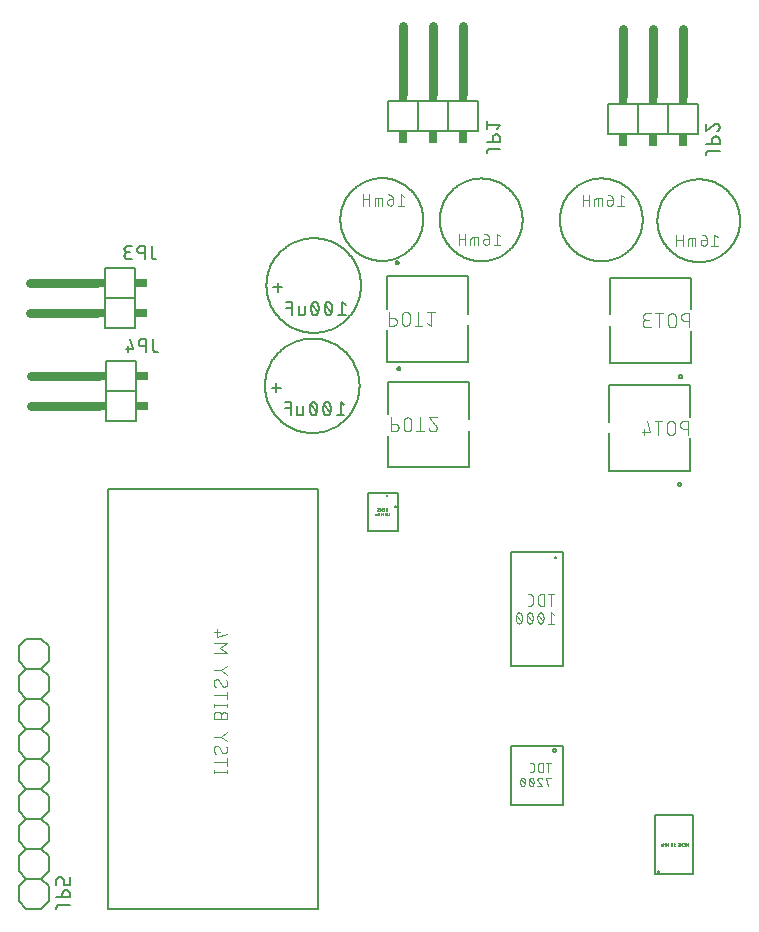
<source format=gbr>
G04 EAGLE Gerber RS-274X export*
G75*
%MOMM*%
%FSLAX34Y34*%
%LPD*%
%INSilkscreen Bottom*%
%IPPOS*%
%AMOC8*
5,1,8,0,0,1.08239X$1,22.5*%
G01*
%ADD10C,0.127000*%
%ADD11C,0.076200*%
%ADD12C,0.025400*%
%ADD13C,0.101600*%
%ADD14C,0.152400*%
%ADD15C,0.762000*%
%ADD16R,0.762000X0.508000*%
%ADD17R,0.762000X1.016000*%
%ADD18R,0.508000X0.762000*%
%ADD19R,1.016000X0.762000*%


D10*
X501453Y337669D02*
X457453Y337669D01*
X457453Y240669D01*
X501453Y240669D01*
X501453Y337669D01*
X494632Y332769D02*
X494634Y332822D01*
X494640Y332875D01*
X494650Y332928D01*
X494663Y332979D01*
X494681Y333029D01*
X494702Y333078D01*
X494726Y333126D01*
X494754Y333171D01*
X494786Y333214D01*
X494820Y333255D01*
X494858Y333293D01*
X494898Y333328D01*
X494940Y333360D01*
X494985Y333389D01*
X495032Y333414D01*
X495080Y333436D01*
X495130Y333455D01*
X495181Y333469D01*
X495234Y333480D01*
X495286Y333487D01*
X495340Y333490D01*
X495393Y333489D01*
X495446Y333484D01*
X495499Y333475D01*
X495550Y333462D01*
X495601Y333446D01*
X495650Y333426D01*
X495698Y333402D01*
X495744Y333375D01*
X495787Y333344D01*
X495829Y333311D01*
X495868Y333274D01*
X495903Y333235D01*
X495936Y333193D01*
X495966Y333149D01*
X495992Y333102D01*
X496015Y333054D01*
X496034Y333004D01*
X496050Y332953D01*
X496062Y332901D01*
X496070Y332849D01*
X496074Y332796D01*
X496074Y332742D01*
X496070Y332689D01*
X496062Y332637D01*
X496050Y332585D01*
X496034Y332534D01*
X496015Y332484D01*
X495992Y332436D01*
X495966Y332389D01*
X495936Y332345D01*
X495903Y332303D01*
X495868Y332264D01*
X495829Y332227D01*
X495787Y332194D01*
X495744Y332163D01*
X495698Y332136D01*
X495650Y332112D01*
X495601Y332092D01*
X495550Y332076D01*
X495499Y332063D01*
X495446Y332054D01*
X495393Y332049D01*
X495340Y332048D01*
X495286Y332051D01*
X495234Y332058D01*
X495181Y332069D01*
X495130Y332083D01*
X495080Y332102D01*
X495032Y332124D01*
X494985Y332149D01*
X494940Y332178D01*
X494898Y332210D01*
X494858Y332245D01*
X494820Y332283D01*
X494786Y332324D01*
X494754Y332367D01*
X494726Y332412D01*
X494702Y332460D01*
X494681Y332509D01*
X494663Y332559D01*
X494650Y332610D01*
X494640Y332663D01*
X494634Y332716D01*
X494632Y332769D01*
D11*
X491661Y301588D02*
X491661Y292190D01*
X494272Y301588D02*
X489050Y301588D01*
X485432Y301588D02*
X485432Y292190D01*
X485432Y301588D02*
X482822Y301588D01*
X482822Y301589D02*
X482722Y301587D01*
X482622Y301581D01*
X482523Y301572D01*
X482423Y301558D01*
X482325Y301541D01*
X482227Y301520D01*
X482130Y301496D01*
X482034Y301467D01*
X481939Y301435D01*
X481846Y301400D01*
X481754Y301361D01*
X481663Y301318D01*
X481575Y301272D01*
X481488Y301222D01*
X481403Y301170D01*
X481320Y301114D01*
X481239Y301055D01*
X481161Y300992D01*
X481085Y300927D01*
X481011Y300859D01*
X480941Y300789D01*
X480873Y300715D01*
X480808Y300639D01*
X480745Y300561D01*
X480686Y300480D01*
X480630Y300397D01*
X480578Y300312D01*
X480528Y300225D01*
X480482Y300137D01*
X480439Y300046D01*
X480400Y299954D01*
X480365Y299861D01*
X480333Y299766D01*
X480304Y299670D01*
X480280Y299573D01*
X480259Y299475D01*
X480242Y299377D01*
X480228Y299277D01*
X480219Y299178D01*
X480213Y299078D01*
X480211Y298978D01*
X480211Y294801D01*
X480213Y294701D01*
X480219Y294601D01*
X480228Y294502D01*
X480242Y294402D01*
X480259Y294304D01*
X480280Y294206D01*
X480304Y294109D01*
X480333Y294013D01*
X480365Y293918D01*
X480400Y293825D01*
X480439Y293733D01*
X480482Y293642D01*
X480528Y293554D01*
X480578Y293467D01*
X480630Y293382D01*
X480686Y293299D01*
X480745Y293218D01*
X480808Y293140D01*
X480873Y293064D01*
X480941Y292990D01*
X481011Y292920D01*
X481085Y292852D01*
X481161Y292787D01*
X481239Y292724D01*
X481320Y292665D01*
X481403Y292609D01*
X481488Y292557D01*
X481575Y292507D01*
X481663Y292461D01*
X481754Y292418D01*
X481846Y292379D01*
X481939Y292344D01*
X482034Y292312D01*
X482130Y292283D01*
X482227Y292259D01*
X482325Y292238D01*
X482423Y292221D01*
X482523Y292207D01*
X482622Y292198D01*
X482722Y292192D01*
X482822Y292190D01*
X485432Y292190D01*
X473921Y292190D02*
X471832Y292190D01*
X473921Y292191D02*
X474010Y292193D01*
X474098Y292199D01*
X474186Y292208D01*
X474274Y292221D01*
X474361Y292238D01*
X474447Y292258D01*
X474532Y292283D01*
X474617Y292310D01*
X474700Y292342D01*
X474781Y292376D01*
X474861Y292415D01*
X474939Y292456D01*
X475016Y292501D01*
X475090Y292549D01*
X475163Y292600D01*
X475233Y292654D01*
X475300Y292712D01*
X475366Y292772D01*
X475428Y292834D01*
X475488Y292900D01*
X475546Y292967D01*
X475600Y293037D01*
X475651Y293110D01*
X475699Y293184D01*
X475744Y293261D01*
X475785Y293339D01*
X475824Y293419D01*
X475858Y293500D01*
X475890Y293583D01*
X475917Y293668D01*
X475942Y293753D01*
X475962Y293839D01*
X475979Y293926D01*
X475992Y294014D01*
X476001Y294102D01*
X476007Y294190D01*
X476009Y294279D01*
X476009Y299500D01*
X476007Y299589D01*
X476001Y299677D01*
X475992Y299765D01*
X475979Y299853D01*
X475962Y299940D01*
X475942Y300026D01*
X475917Y300111D01*
X475890Y300196D01*
X475858Y300279D01*
X475824Y300360D01*
X475785Y300440D01*
X475744Y300518D01*
X475699Y300595D01*
X475651Y300669D01*
X475600Y300742D01*
X475546Y300812D01*
X475488Y300879D01*
X475428Y300945D01*
X475366Y301007D01*
X475300Y301067D01*
X475233Y301125D01*
X475163Y301179D01*
X475090Y301230D01*
X475016Y301278D01*
X474939Y301323D01*
X474861Y301364D01*
X474781Y301403D01*
X474700Y301437D01*
X474617Y301469D01*
X474532Y301496D01*
X474447Y301521D01*
X474361Y301541D01*
X474274Y301558D01*
X474186Y301571D01*
X474098Y301580D01*
X474010Y301586D01*
X473921Y301588D01*
X471832Y301588D01*
X491661Y286348D02*
X494272Y284260D01*
X491661Y286348D02*
X491661Y276950D01*
X494272Y276950D02*
X489050Y276950D01*
X485128Y281649D02*
X485126Y281834D01*
X485119Y282019D01*
X485108Y282203D01*
X485093Y282387D01*
X485073Y282571D01*
X485049Y282755D01*
X485020Y282937D01*
X484987Y283119D01*
X484950Y283300D01*
X484908Y283480D01*
X484862Y283660D01*
X484812Y283838D01*
X484758Y284014D01*
X484699Y284190D01*
X484637Y284364D01*
X484570Y284536D01*
X484499Y284707D01*
X484424Y284876D01*
X484345Y285043D01*
X484315Y285123D01*
X484282Y285202D01*
X484245Y285279D01*
X484205Y285355D01*
X484162Y285429D01*
X484116Y285501D01*
X484066Y285570D01*
X484014Y285638D01*
X483958Y285703D01*
X483900Y285766D01*
X483838Y285825D01*
X483775Y285883D01*
X483708Y285937D01*
X483640Y285988D01*
X483569Y286036D01*
X483496Y286081D01*
X483422Y286123D01*
X483345Y286161D01*
X483267Y286196D01*
X483188Y286228D01*
X483107Y286256D01*
X483025Y286280D01*
X482941Y286301D01*
X482858Y286318D01*
X482773Y286331D01*
X482688Y286340D01*
X482603Y286346D01*
X482517Y286348D01*
X482431Y286346D01*
X482346Y286340D01*
X482261Y286331D01*
X482176Y286318D01*
X482093Y286301D01*
X482009Y286280D01*
X481927Y286256D01*
X481847Y286228D01*
X481767Y286196D01*
X481689Y286161D01*
X481612Y286123D01*
X481538Y286081D01*
X481465Y286036D01*
X481394Y285988D01*
X481326Y285937D01*
X481259Y285883D01*
X481196Y285825D01*
X481135Y285766D01*
X481076Y285703D01*
X481021Y285638D01*
X480968Y285570D01*
X480918Y285501D01*
X480872Y285429D01*
X480829Y285355D01*
X480789Y285279D01*
X480752Y285202D01*
X480719Y285123D01*
X480689Y285043D01*
X480610Y284876D01*
X480535Y284707D01*
X480464Y284536D01*
X480397Y284364D01*
X480335Y284190D01*
X480276Y284014D01*
X480222Y283838D01*
X480172Y283660D01*
X480126Y283480D01*
X480084Y283300D01*
X480047Y283119D01*
X480014Y282937D01*
X479985Y282755D01*
X479961Y282571D01*
X479941Y282387D01*
X479926Y282203D01*
X479915Y282019D01*
X479908Y281834D01*
X479906Y281649D01*
X485128Y281649D02*
X485126Y281464D01*
X485119Y281279D01*
X485108Y281095D01*
X485093Y280911D01*
X485073Y280727D01*
X485049Y280543D01*
X485020Y280361D01*
X484987Y280179D01*
X484950Y279998D01*
X484908Y279818D01*
X484862Y279638D01*
X484812Y279460D01*
X484758Y279284D01*
X484699Y279108D01*
X484637Y278934D01*
X484570Y278762D01*
X484499Y278591D01*
X484424Y278422D01*
X484345Y278255D01*
X484315Y278175D01*
X484282Y278096D01*
X484245Y278019D01*
X484205Y277943D01*
X484162Y277869D01*
X484116Y277797D01*
X484066Y277728D01*
X484013Y277660D01*
X483958Y277595D01*
X483899Y277532D01*
X483838Y277473D01*
X483775Y277415D01*
X483708Y277361D01*
X483640Y277310D01*
X483569Y277262D01*
X483496Y277217D01*
X483422Y277175D01*
X483345Y277137D01*
X483267Y277102D01*
X483188Y277070D01*
X483107Y277042D01*
X483025Y277018D01*
X482941Y276997D01*
X482858Y276980D01*
X482773Y276967D01*
X482688Y276958D01*
X482603Y276952D01*
X482517Y276950D01*
X480689Y278255D02*
X480610Y278422D01*
X480535Y278591D01*
X480464Y278762D01*
X480397Y278934D01*
X480335Y279108D01*
X480276Y279284D01*
X480222Y279460D01*
X480172Y279638D01*
X480126Y279818D01*
X480084Y279998D01*
X480047Y280179D01*
X480014Y280361D01*
X479985Y280543D01*
X479961Y280727D01*
X479941Y280911D01*
X479926Y281095D01*
X479915Y281279D01*
X479908Y281464D01*
X479906Y281649D01*
X480689Y278255D02*
X480719Y278175D01*
X480752Y278096D01*
X480789Y278019D01*
X480829Y277943D01*
X480872Y277869D01*
X480918Y277797D01*
X480968Y277728D01*
X481021Y277660D01*
X481076Y277595D01*
X481135Y277532D01*
X481196Y277473D01*
X481259Y277415D01*
X481326Y277361D01*
X481394Y277310D01*
X481465Y277262D01*
X481538Y277217D01*
X481612Y277175D01*
X481689Y277137D01*
X481767Y277102D01*
X481847Y277070D01*
X481927Y277042D01*
X482009Y277018D01*
X482093Y276997D01*
X482176Y276980D01*
X482261Y276967D01*
X482346Y276958D01*
X482431Y276952D01*
X482517Y276950D01*
X484605Y279039D02*
X480429Y284260D01*
X475984Y281649D02*
X475982Y281834D01*
X475975Y282019D01*
X475964Y282203D01*
X475949Y282387D01*
X475929Y282571D01*
X475905Y282755D01*
X475876Y282937D01*
X475843Y283119D01*
X475806Y283300D01*
X475764Y283480D01*
X475718Y283660D01*
X475668Y283838D01*
X475614Y284014D01*
X475555Y284190D01*
X475493Y284364D01*
X475426Y284536D01*
X475355Y284707D01*
X475280Y284876D01*
X475201Y285043D01*
X475171Y285123D01*
X475138Y285202D01*
X475101Y285279D01*
X475061Y285355D01*
X475018Y285429D01*
X474972Y285501D01*
X474922Y285570D01*
X474870Y285638D01*
X474814Y285703D01*
X474756Y285766D01*
X474694Y285825D01*
X474631Y285883D01*
X474564Y285937D01*
X474496Y285988D01*
X474425Y286036D01*
X474352Y286081D01*
X474278Y286123D01*
X474201Y286161D01*
X474123Y286196D01*
X474044Y286228D01*
X473963Y286256D01*
X473881Y286280D01*
X473797Y286301D01*
X473714Y286318D01*
X473629Y286331D01*
X473544Y286340D01*
X473459Y286346D01*
X473373Y286348D01*
X473287Y286346D01*
X473202Y286340D01*
X473117Y286331D01*
X473032Y286318D01*
X472949Y286301D01*
X472865Y286280D01*
X472783Y286256D01*
X472703Y286228D01*
X472623Y286196D01*
X472545Y286161D01*
X472468Y286123D01*
X472394Y286081D01*
X472321Y286036D01*
X472250Y285988D01*
X472182Y285937D01*
X472115Y285883D01*
X472052Y285825D01*
X471991Y285766D01*
X471932Y285703D01*
X471877Y285638D01*
X471824Y285570D01*
X471774Y285501D01*
X471728Y285429D01*
X471685Y285355D01*
X471645Y285279D01*
X471608Y285202D01*
X471575Y285123D01*
X471545Y285043D01*
X471466Y284876D01*
X471391Y284707D01*
X471320Y284536D01*
X471253Y284364D01*
X471191Y284190D01*
X471132Y284014D01*
X471078Y283838D01*
X471028Y283660D01*
X470982Y283480D01*
X470940Y283300D01*
X470903Y283119D01*
X470870Y282937D01*
X470841Y282755D01*
X470817Y282571D01*
X470797Y282387D01*
X470782Y282203D01*
X470771Y282019D01*
X470764Y281834D01*
X470762Y281649D01*
X475984Y281649D02*
X475982Y281464D01*
X475975Y281279D01*
X475964Y281095D01*
X475949Y280911D01*
X475929Y280727D01*
X475905Y280543D01*
X475876Y280361D01*
X475843Y280179D01*
X475806Y279998D01*
X475764Y279818D01*
X475718Y279638D01*
X475668Y279460D01*
X475614Y279284D01*
X475555Y279108D01*
X475493Y278934D01*
X475426Y278762D01*
X475355Y278591D01*
X475280Y278422D01*
X475201Y278255D01*
X475171Y278175D01*
X475138Y278096D01*
X475101Y278019D01*
X475061Y277943D01*
X475018Y277869D01*
X474972Y277797D01*
X474922Y277728D01*
X474869Y277660D01*
X474814Y277595D01*
X474755Y277532D01*
X474694Y277473D01*
X474631Y277415D01*
X474564Y277361D01*
X474496Y277310D01*
X474425Y277262D01*
X474352Y277217D01*
X474278Y277175D01*
X474201Y277137D01*
X474123Y277102D01*
X474044Y277070D01*
X473963Y277042D01*
X473881Y277018D01*
X473797Y276997D01*
X473714Y276980D01*
X473629Y276967D01*
X473544Y276958D01*
X473459Y276952D01*
X473373Y276950D01*
X471545Y278255D02*
X471466Y278422D01*
X471391Y278591D01*
X471320Y278762D01*
X471253Y278934D01*
X471191Y279108D01*
X471132Y279284D01*
X471078Y279460D01*
X471028Y279638D01*
X470982Y279818D01*
X470940Y279998D01*
X470903Y280179D01*
X470870Y280361D01*
X470841Y280543D01*
X470817Y280727D01*
X470797Y280911D01*
X470782Y281095D01*
X470771Y281279D01*
X470764Y281464D01*
X470762Y281649D01*
X471545Y278255D02*
X471575Y278175D01*
X471608Y278096D01*
X471645Y278019D01*
X471685Y277943D01*
X471728Y277869D01*
X471774Y277797D01*
X471824Y277728D01*
X471877Y277660D01*
X471932Y277595D01*
X471991Y277532D01*
X472052Y277473D01*
X472115Y277415D01*
X472182Y277361D01*
X472250Y277310D01*
X472321Y277262D01*
X472394Y277217D01*
X472468Y277175D01*
X472545Y277137D01*
X472623Y277102D01*
X472703Y277070D01*
X472783Y277042D01*
X472865Y277018D01*
X472949Y276997D01*
X473032Y276980D01*
X473117Y276967D01*
X473202Y276958D01*
X473287Y276952D01*
X473373Y276950D01*
X475462Y279039D02*
X471285Y284260D01*
X466840Y281649D02*
X466838Y281834D01*
X466831Y282019D01*
X466820Y282203D01*
X466805Y282387D01*
X466785Y282571D01*
X466761Y282755D01*
X466732Y282937D01*
X466699Y283119D01*
X466662Y283300D01*
X466620Y283480D01*
X466574Y283660D01*
X466524Y283838D01*
X466470Y284014D01*
X466411Y284190D01*
X466349Y284364D01*
X466282Y284536D01*
X466211Y284707D01*
X466136Y284876D01*
X466057Y285043D01*
X466027Y285123D01*
X465994Y285202D01*
X465957Y285279D01*
X465917Y285355D01*
X465874Y285429D01*
X465828Y285501D01*
X465778Y285570D01*
X465726Y285638D01*
X465670Y285703D01*
X465612Y285766D01*
X465550Y285825D01*
X465487Y285883D01*
X465420Y285937D01*
X465352Y285988D01*
X465281Y286036D01*
X465208Y286081D01*
X465134Y286123D01*
X465057Y286161D01*
X464979Y286196D01*
X464900Y286228D01*
X464819Y286256D01*
X464737Y286280D01*
X464653Y286301D01*
X464570Y286318D01*
X464485Y286331D01*
X464400Y286340D01*
X464315Y286346D01*
X464229Y286348D01*
X464143Y286346D01*
X464058Y286340D01*
X463973Y286331D01*
X463888Y286318D01*
X463805Y286301D01*
X463721Y286280D01*
X463639Y286256D01*
X463559Y286228D01*
X463479Y286196D01*
X463401Y286161D01*
X463324Y286123D01*
X463250Y286081D01*
X463177Y286036D01*
X463106Y285988D01*
X463038Y285937D01*
X462971Y285883D01*
X462908Y285825D01*
X462847Y285766D01*
X462788Y285703D01*
X462733Y285638D01*
X462680Y285570D01*
X462630Y285501D01*
X462584Y285429D01*
X462541Y285355D01*
X462501Y285279D01*
X462464Y285202D01*
X462431Y285123D01*
X462401Y285043D01*
X462322Y284876D01*
X462247Y284707D01*
X462176Y284536D01*
X462109Y284364D01*
X462047Y284190D01*
X461988Y284014D01*
X461934Y283838D01*
X461884Y283660D01*
X461838Y283480D01*
X461796Y283300D01*
X461759Y283119D01*
X461726Y282937D01*
X461697Y282755D01*
X461673Y282571D01*
X461653Y282387D01*
X461638Y282203D01*
X461627Y282019D01*
X461620Y281834D01*
X461618Y281649D01*
X466840Y281649D02*
X466838Y281464D01*
X466831Y281279D01*
X466820Y281095D01*
X466805Y280911D01*
X466785Y280727D01*
X466761Y280543D01*
X466732Y280361D01*
X466699Y280179D01*
X466662Y279998D01*
X466620Y279818D01*
X466574Y279638D01*
X466524Y279460D01*
X466470Y279284D01*
X466411Y279108D01*
X466349Y278934D01*
X466282Y278762D01*
X466211Y278591D01*
X466136Y278422D01*
X466057Y278255D01*
X466027Y278175D01*
X465994Y278096D01*
X465957Y278019D01*
X465917Y277943D01*
X465874Y277869D01*
X465828Y277797D01*
X465778Y277728D01*
X465725Y277660D01*
X465670Y277595D01*
X465611Y277532D01*
X465550Y277473D01*
X465487Y277415D01*
X465420Y277361D01*
X465352Y277310D01*
X465281Y277262D01*
X465208Y277217D01*
X465134Y277175D01*
X465057Y277137D01*
X464979Y277102D01*
X464900Y277070D01*
X464819Y277042D01*
X464737Y277018D01*
X464653Y276997D01*
X464570Y276980D01*
X464485Y276967D01*
X464400Y276958D01*
X464315Y276952D01*
X464229Y276950D01*
X462401Y278255D02*
X462322Y278422D01*
X462247Y278591D01*
X462176Y278762D01*
X462109Y278934D01*
X462047Y279108D01*
X461988Y279284D01*
X461934Y279460D01*
X461884Y279638D01*
X461838Y279818D01*
X461796Y279998D01*
X461759Y280179D01*
X461726Y280361D01*
X461697Y280543D01*
X461673Y280727D01*
X461653Y280911D01*
X461638Y281095D01*
X461627Y281279D01*
X461620Y281464D01*
X461618Y281649D01*
X462401Y278255D02*
X462431Y278175D01*
X462464Y278096D01*
X462501Y278019D01*
X462541Y277943D01*
X462584Y277869D01*
X462630Y277797D01*
X462680Y277728D01*
X462733Y277660D01*
X462788Y277595D01*
X462847Y277532D01*
X462908Y277473D01*
X462971Y277415D01*
X463038Y277361D01*
X463106Y277310D01*
X463177Y277262D01*
X463250Y277217D01*
X463324Y277175D01*
X463401Y277137D01*
X463479Y277102D01*
X463559Y277070D01*
X463639Y277042D01*
X463721Y277018D01*
X463805Y276997D01*
X463888Y276980D01*
X463973Y276967D01*
X464058Y276958D01*
X464143Y276952D01*
X464229Y276950D01*
X466318Y279039D02*
X462141Y284260D01*
D10*
X361664Y387228D02*
X336664Y387228D01*
X336664Y355228D01*
X361664Y355228D01*
X361664Y387228D01*
D12*
X352956Y374543D02*
X352956Y372257D01*
X352194Y373273D02*
X352956Y374543D01*
X352194Y373273D02*
X351432Y374543D01*
X351432Y372257D01*
X350233Y372257D02*
X349217Y372257D01*
X350233Y372257D02*
X350233Y374543D01*
X349217Y374543D01*
X349471Y373527D02*
X350233Y373527D01*
X348232Y374543D02*
X348232Y372257D01*
X347470Y373273D02*
X348232Y374543D01*
X347470Y373273D02*
X346708Y374543D01*
X346708Y372257D01*
X344905Y372257D02*
X344861Y372259D01*
X344817Y372265D01*
X344774Y372274D01*
X344731Y372288D01*
X344690Y372305D01*
X344651Y372325D01*
X344614Y372349D01*
X344578Y372376D01*
X344546Y372406D01*
X344516Y372438D01*
X344489Y372474D01*
X344465Y372511D01*
X344445Y372550D01*
X344428Y372591D01*
X344414Y372634D01*
X344405Y372677D01*
X344399Y372721D01*
X344397Y372765D01*
X344905Y372257D02*
X344970Y372259D01*
X345035Y372265D01*
X345099Y372275D01*
X345163Y372289D01*
X345226Y372306D01*
X345287Y372327D01*
X345348Y372353D01*
X345406Y372381D01*
X345463Y372413D01*
X345517Y372449D01*
X345570Y372488D01*
X345620Y372530D01*
X345667Y372574D01*
X345603Y374035D02*
X345601Y374079D01*
X345595Y374123D01*
X345586Y374166D01*
X345572Y374209D01*
X345555Y374250D01*
X345535Y374289D01*
X345511Y374326D01*
X345484Y374362D01*
X345454Y374394D01*
X345422Y374424D01*
X345386Y374451D01*
X345349Y374475D01*
X345310Y374495D01*
X345269Y374512D01*
X345226Y374526D01*
X345183Y374535D01*
X345139Y374541D01*
X345095Y374543D01*
X345039Y374541D01*
X344984Y374536D01*
X344929Y374528D01*
X344874Y374517D01*
X344820Y374503D01*
X344767Y374485D01*
X344716Y374464D01*
X344665Y374441D01*
X344616Y374414D01*
X344569Y374385D01*
X344523Y374352D01*
X345349Y373590D02*
X345386Y373615D01*
X345422Y373642D01*
X345454Y373673D01*
X345484Y373706D01*
X345511Y373741D01*
X345535Y373779D01*
X345555Y373819D01*
X345572Y373860D01*
X345586Y373903D01*
X345595Y373946D01*
X345601Y373990D01*
X345603Y374035D01*
X344651Y373210D02*
X344614Y373185D01*
X344578Y373158D01*
X344546Y373127D01*
X344516Y373094D01*
X344489Y373059D01*
X344465Y373021D01*
X344445Y372981D01*
X344428Y372940D01*
X344414Y372897D01*
X344405Y372854D01*
X344399Y372810D01*
X344397Y372765D01*
X344651Y373209D02*
X345349Y373590D01*
X354048Y370733D02*
X354683Y370225D01*
X354048Y370733D02*
X354048Y368447D01*
X354683Y368447D02*
X353413Y368447D01*
X352398Y369590D02*
X352396Y369675D01*
X352390Y369761D01*
X352381Y369846D01*
X352367Y369930D01*
X352350Y370014D01*
X352329Y370096D01*
X352304Y370178D01*
X352275Y370259D01*
X352243Y370338D01*
X352207Y370416D01*
X352207Y370415D02*
X352191Y370454D01*
X352173Y370491D01*
X352151Y370527D01*
X352126Y370560D01*
X352098Y370591D01*
X352068Y370620D01*
X352035Y370645D01*
X352000Y370668D01*
X351963Y370688D01*
X351925Y370704D01*
X351885Y370716D01*
X351845Y370726D01*
X351804Y370731D01*
X351762Y370733D01*
X351720Y370731D01*
X351679Y370726D01*
X351639Y370716D01*
X351599Y370704D01*
X351561Y370688D01*
X351524Y370668D01*
X351489Y370645D01*
X351456Y370620D01*
X351426Y370591D01*
X351398Y370560D01*
X351373Y370527D01*
X351351Y370491D01*
X351333Y370454D01*
X351317Y370415D01*
X351318Y370416D02*
X351282Y370338D01*
X351250Y370259D01*
X351221Y370178D01*
X351196Y370096D01*
X351175Y370014D01*
X351158Y369930D01*
X351144Y369846D01*
X351135Y369761D01*
X351129Y369675D01*
X351127Y369590D01*
X352398Y369590D02*
X352396Y369505D01*
X352390Y369419D01*
X352381Y369334D01*
X352367Y369250D01*
X352350Y369166D01*
X352329Y369084D01*
X352304Y369002D01*
X352275Y368921D01*
X352243Y368842D01*
X352207Y368764D01*
X352207Y368765D02*
X352191Y368726D01*
X352173Y368689D01*
X352151Y368653D01*
X352126Y368620D01*
X352098Y368589D01*
X352068Y368560D01*
X352035Y368535D01*
X352000Y368512D01*
X351963Y368492D01*
X351925Y368476D01*
X351885Y368464D01*
X351845Y368454D01*
X351804Y368449D01*
X351762Y368447D01*
X351318Y368764D02*
X351282Y368842D01*
X351250Y368921D01*
X351221Y369002D01*
X351196Y369084D01*
X351175Y369166D01*
X351158Y369250D01*
X351144Y369334D01*
X351135Y369419D01*
X351129Y369505D01*
X351127Y369590D01*
X351317Y368765D02*
X351333Y368726D01*
X351351Y368689D01*
X351373Y368653D01*
X351398Y368620D01*
X351426Y368589D01*
X351456Y368560D01*
X351489Y368535D01*
X351524Y368512D01*
X351561Y368492D01*
X351599Y368476D01*
X351639Y368464D01*
X351679Y368454D01*
X351720Y368449D01*
X351762Y368447D01*
X352270Y368955D02*
X351254Y370225D01*
X348791Y370733D02*
X348791Y368447D01*
X348029Y369463D02*
X348791Y370733D01*
X348029Y369463D02*
X347267Y370733D01*
X347267Y368447D01*
X346073Y368447D02*
X346073Y370733D01*
X346073Y369717D02*
X344803Y369717D01*
X344803Y370733D02*
X344803Y368447D01*
X343812Y369971D02*
X342796Y369971D01*
X343812Y368447D01*
X342796Y368447D01*
D10*
X359431Y376018D02*
X359433Y376054D01*
X359439Y376091D01*
X359448Y376126D01*
X359462Y376160D01*
X359478Y376192D01*
X359499Y376223D01*
X359522Y376251D01*
X359548Y376276D01*
X359577Y376299D01*
X359608Y376318D01*
X359641Y376334D01*
X359675Y376346D01*
X359710Y376355D01*
X359747Y376360D01*
X359783Y376361D01*
X359820Y376358D01*
X359855Y376351D01*
X359890Y376341D01*
X359924Y376326D01*
X359956Y376309D01*
X359986Y376288D01*
X360013Y376264D01*
X360038Y376237D01*
X360060Y376208D01*
X360078Y376176D01*
X360093Y376143D01*
X360105Y376108D01*
X360113Y376073D01*
X360117Y376036D01*
X360117Y376000D01*
X360113Y375963D01*
X360105Y375928D01*
X360093Y375893D01*
X360078Y375860D01*
X360060Y375828D01*
X360038Y375799D01*
X360013Y375772D01*
X359986Y375748D01*
X359956Y375727D01*
X359924Y375710D01*
X359890Y375695D01*
X359855Y375685D01*
X359820Y375678D01*
X359783Y375675D01*
X359747Y375676D01*
X359710Y375681D01*
X359675Y375690D01*
X359641Y375702D01*
X359608Y375718D01*
X359577Y375737D01*
X359548Y375760D01*
X359522Y375785D01*
X359499Y375813D01*
X359478Y375844D01*
X359462Y375876D01*
X359448Y375910D01*
X359439Y375945D01*
X359433Y375982D01*
X359431Y376018D01*
X352585Y385429D02*
X352587Y385455D01*
X352593Y385480D01*
X352602Y385504D01*
X352615Y385526D01*
X352631Y385547D01*
X352650Y385564D01*
X352672Y385579D01*
X352695Y385590D01*
X352720Y385598D01*
X352745Y385602D01*
X352771Y385602D01*
X352796Y385598D01*
X352821Y385590D01*
X352845Y385579D01*
X352866Y385564D01*
X352885Y385547D01*
X352901Y385526D01*
X352914Y385504D01*
X352923Y385480D01*
X352929Y385455D01*
X352931Y385429D01*
X352929Y385403D01*
X352923Y385378D01*
X352914Y385354D01*
X352901Y385332D01*
X352885Y385311D01*
X352866Y385294D01*
X352844Y385279D01*
X352821Y385268D01*
X352796Y385260D01*
X352771Y385256D01*
X352745Y385256D01*
X352720Y385260D01*
X352695Y385268D01*
X352671Y385279D01*
X352650Y385294D01*
X352631Y385311D01*
X352615Y385332D01*
X352602Y385354D01*
X352593Y385378D01*
X352587Y385403D01*
X352585Y385429D01*
X249350Y478270D02*
X249362Y479252D01*
X249398Y480233D01*
X249458Y481213D01*
X249543Y482191D01*
X249651Y483166D01*
X249783Y484139D01*
X249939Y485108D01*
X250119Y486074D01*
X250322Y487034D01*
X250549Y487989D01*
X250799Y488939D01*
X251072Y489881D01*
X251369Y490817D01*
X251688Y491746D01*
X252030Y492666D01*
X252395Y493577D01*
X252782Y494480D01*
X253190Y495372D01*
X253621Y496254D01*
X254073Y497126D01*
X254547Y497986D01*
X255041Y498834D01*
X255556Y499670D01*
X256091Y500493D01*
X256647Y501302D01*
X257222Y502098D01*
X257816Y502879D01*
X258430Y503646D01*
X259062Y504397D01*
X259712Y505132D01*
X260380Y505852D01*
X261066Y506554D01*
X261768Y507240D01*
X262488Y507908D01*
X263223Y508558D01*
X263974Y509190D01*
X264741Y509804D01*
X265522Y510398D01*
X266318Y510973D01*
X267127Y511529D01*
X267950Y512064D01*
X268786Y512579D01*
X269634Y513073D01*
X270494Y513547D01*
X271366Y513999D01*
X272248Y514430D01*
X273140Y514838D01*
X274043Y515225D01*
X274954Y515590D01*
X275874Y515932D01*
X276803Y516251D01*
X277739Y516548D01*
X278681Y516821D01*
X279631Y517071D01*
X280586Y517298D01*
X281546Y517501D01*
X282512Y517681D01*
X283481Y517837D01*
X284454Y517969D01*
X285429Y518077D01*
X286407Y518162D01*
X287387Y518222D01*
X288368Y518258D01*
X289350Y518270D01*
X290332Y518258D01*
X291313Y518222D01*
X292293Y518162D01*
X293271Y518077D01*
X294246Y517969D01*
X295219Y517837D01*
X296188Y517681D01*
X297154Y517501D01*
X298114Y517298D01*
X299069Y517071D01*
X300019Y516821D01*
X300961Y516548D01*
X301897Y516251D01*
X302826Y515932D01*
X303746Y515590D01*
X304657Y515225D01*
X305560Y514838D01*
X306452Y514430D01*
X307334Y513999D01*
X308206Y513547D01*
X309066Y513073D01*
X309914Y512579D01*
X310750Y512064D01*
X311573Y511529D01*
X312382Y510973D01*
X313178Y510398D01*
X313959Y509804D01*
X314726Y509190D01*
X315477Y508558D01*
X316212Y507908D01*
X316932Y507240D01*
X317634Y506554D01*
X318320Y505852D01*
X318988Y505132D01*
X319638Y504397D01*
X320270Y503646D01*
X320884Y502879D01*
X321478Y502098D01*
X322053Y501302D01*
X322609Y500493D01*
X323144Y499670D01*
X323659Y498834D01*
X324153Y497986D01*
X324627Y497126D01*
X325079Y496254D01*
X325510Y495372D01*
X325918Y494480D01*
X326305Y493577D01*
X326670Y492666D01*
X327012Y491746D01*
X327331Y490817D01*
X327628Y489881D01*
X327901Y488939D01*
X328151Y487989D01*
X328378Y487034D01*
X328581Y486074D01*
X328761Y485108D01*
X328917Y484139D01*
X329049Y483166D01*
X329157Y482191D01*
X329242Y481213D01*
X329302Y480233D01*
X329338Y479252D01*
X329350Y478270D01*
X329338Y477288D01*
X329302Y476307D01*
X329242Y475327D01*
X329157Y474349D01*
X329049Y473374D01*
X328917Y472401D01*
X328761Y471432D01*
X328581Y470466D01*
X328378Y469506D01*
X328151Y468551D01*
X327901Y467601D01*
X327628Y466659D01*
X327331Y465723D01*
X327012Y464794D01*
X326670Y463874D01*
X326305Y462963D01*
X325918Y462060D01*
X325510Y461168D01*
X325079Y460286D01*
X324627Y459414D01*
X324153Y458554D01*
X323659Y457706D01*
X323144Y456870D01*
X322609Y456047D01*
X322053Y455238D01*
X321478Y454442D01*
X320884Y453661D01*
X320270Y452894D01*
X319638Y452143D01*
X318988Y451408D01*
X318320Y450688D01*
X317634Y449986D01*
X316932Y449300D01*
X316212Y448632D01*
X315477Y447982D01*
X314726Y447350D01*
X313959Y446736D01*
X313178Y446142D01*
X312382Y445567D01*
X311573Y445011D01*
X310750Y444476D01*
X309914Y443961D01*
X309066Y443467D01*
X308206Y442993D01*
X307334Y442541D01*
X306452Y442110D01*
X305560Y441702D01*
X304657Y441315D01*
X303746Y440950D01*
X302826Y440608D01*
X301897Y440289D01*
X300961Y439992D01*
X300019Y439719D01*
X299069Y439469D01*
X298114Y439242D01*
X297154Y439039D01*
X296188Y438859D01*
X295219Y438703D01*
X294246Y438571D01*
X293271Y438463D01*
X292293Y438378D01*
X291313Y438318D01*
X290332Y438282D01*
X289350Y438270D01*
X288368Y438282D01*
X287387Y438318D01*
X286407Y438378D01*
X285429Y438463D01*
X284454Y438571D01*
X283481Y438703D01*
X282512Y438859D01*
X281546Y439039D01*
X280586Y439242D01*
X279631Y439469D01*
X278681Y439719D01*
X277739Y439992D01*
X276803Y440289D01*
X275874Y440608D01*
X274954Y440950D01*
X274043Y441315D01*
X273140Y441702D01*
X272248Y442110D01*
X271366Y442541D01*
X270494Y442993D01*
X269634Y443467D01*
X268786Y443961D01*
X267950Y444476D01*
X267127Y445011D01*
X266318Y445567D01*
X265522Y446142D01*
X264741Y446736D01*
X263974Y447350D01*
X263223Y447982D01*
X262488Y448632D01*
X261768Y449300D01*
X261066Y449986D01*
X260380Y450688D01*
X259712Y451408D01*
X259062Y452143D01*
X258430Y452894D01*
X257816Y453661D01*
X257222Y454442D01*
X256647Y455238D01*
X256091Y456047D01*
X255556Y456870D01*
X255041Y457706D01*
X254547Y458554D01*
X254073Y459414D01*
X253621Y460286D01*
X253190Y461168D01*
X252782Y462060D01*
X252395Y462963D01*
X252030Y463874D01*
X251688Y464794D01*
X251369Y465723D01*
X251072Y466659D01*
X250799Y467601D01*
X250549Y468551D01*
X250322Y469506D01*
X250119Y470466D01*
X249939Y471432D01*
X249783Y472401D01*
X249651Y473374D01*
X249543Y474349D01*
X249458Y475327D01*
X249398Y476307D01*
X249362Y477288D01*
X249350Y478270D01*
X313254Y464635D02*
X316429Y462095D01*
X313254Y464635D02*
X313254Y453205D01*
X316429Y453205D02*
X310079Y453205D01*
X304999Y458920D02*
X304996Y459145D01*
X304988Y459370D01*
X304975Y459594D01*
X304956Y459818D01*
X304932Y460042D01*
X304903Y460265D01*
X304868Y460487D01*
X304828Y460708D01*
X304782Y460928D01*
X304732Y461147D01*
X304676Y461365D01*
X304615Y461582D01*
X304549Y461797D01*
X304478Y462010D01*
X304401Y462221D01*
X304320Y462431D01*
X304234Y462639D01*
X304143Y462844D01*
X304047Y463047D01*
X304047Y463048D02*
X304015Y463136D01*
X303979Y463223D01*
X303940Y463309D01*
X303897Y463393D01*
X303851Y463475D01*
X303802Y463555D01*
X303750Y463633D01*
X303694Y463709D01*
X303636Y463783D01*
X303574Y463854D01*
X303510Y463923D01*
X303443Y463989D01*
X303374Y464052D01*
X303302Y464113D01*
X303228Y464171D01*
X303151Y464225D01*
X303073Y464277D01*
X302992Y464325D01*
X302910Y464370D01*
X302825Y464412D01*
X302739Y464450D01*
X302652Y464485D01*
X302564Y464517D01*
X302474Y464544D01*
X302383Y464569D01*
X302291Y464589D01*
X302199Y464606D01*
X302105Y464619D01*
X302012Y464628D01*
X301918Y464634D01*
X301824Y464636D01*
X301730Y464634D01*
X301636Y464628D01*
X301543Y464619D01*
X301449Y464606D01*
X301357Y464589D01*
X301265Y464569D01*
X301174Y464544D01*
X301084Y464517D01*
X300996Y464485D01*
X300909Y464450D01*
X300823Y464412D01*
X300738Y464370D01*
X300656Y464325D01*
X300575Y464277D01*
X300497Y464225D01*
X300420Y464171D01*
X300346Y464113D01*
X300274Y464052D01*
X300205Y463989D01*
X300138Y463923D01*
X300074Y463854D01*
X300012Y463783D01*
X299954Y463709D01*
X299898Y463633D01*
X299846Y463555D01*
X299797Y463475D01*
X299751Y463393D01*
X299708Y463309D01*
X299669Y463223D01*
X299633Y463136D01*
X299601Y463048D01*
X299602Y463047D02*
X299506Y462844D01*
X299415Y462639D01*
X299329Y462431D01*
X299248Y462221D01*
X299171Y462010D01*
X299100Y461797D01*
X299034Y461582D01*
X298973Y461365D01*
X298917Y461147D01*
X298867Y460928D01*
X298821Y460708D01*
X298781Y460487D01*
X298746Y460265D01*
X298717Y460042D01*
X298693Y459818D01*
X298674Y459594D01*
X298661Y459370D01*
X298653Y459145D01*
X298650Y458920D01*
X304999Y458920D02*
X304996Y458695D01*
X304988Y458470D01*
X304975Y458246D01*
X304956Y458022D01*
X304932Y457798D01*
X304903Y457575D01*
X304868Y457353D01*
X304828Y457132D01*
X304782Y456912D01*
X304732Y456693D01*
X304676Y456475D01*
X304615Y456258D01*
X304549Y456043D01*
X304478Y455830D01*
X304401Y455619D01*
X304320Y455409D01*
X304234Y455201D01*
X304143Y454996D01*
X304047Y454793D01*
X304015Y454705D01*
X303979Y454618D01*
X303940Y454532D01*
X303897Y454448D01*
X303851Y454366D01*
X303802Y454286D01*
X303750Y454208D01*
X303694Y454132D01*
X303636Y454058D01*
X303574Y453987D01*
X303510Y453918D01*
X303443Y453852D01*
X303374Y453789D01*
X303302Y453728D01*
X303228Y453670D01*
X303151Y453616D01*
X303073Y453564D01*
X302992Y453516D01*
X302910Y453471D01*
X302825Y453429D01*
X302739Y453391D01*
X302652Y453356D01*
X302564Y453324D01*
X302474Y453297D01*
X302383Y453272D01*
X302291Y453252D01*
X302199Y453235D01*
X302105Y453222D01*
X302012Y453213D01*
X301918Y453207D01*
X301824Y453205D01*
X299602Y454793D02*
X299506Y454996D01*
X299415Y455201D01*
X299329Y455409D01*
X299248Y455619D01*
X299171Y455830D01*
X299100Y456043D01*
X299034Y456258D01*
X298973Y456475D01*
X298917Y456693D01*
X298867Y456912D01*
X298821Y457132D01*
X298781Y457353D01*
X298746Y457575D01*
X298717Y457798D01*
X298693Y458022D01*
X298674Y458246D01*
X298661Y458470D01*
X298653Y458695D01*
X298650Y458920D01*
X299601Y454793D02*
X299633Y454705D01*
X299669Y454618D01*
X299708Y454532D01*
X299751Y454448D01*
X299797Y454366D01*
X299846Y454286D01*
X299898Y454208D01*
X299954Y454132D01*
X300012Y454058D01*
X300074Y453987D01*
X300138Y453918D01*
X300205Y453852D01*
X300274Y453789D01*
X300346Y453728D01*
X300420Y453670D01*
X300497Y453616D01*
X300575Y453564D01*
X300656Y453516D01*
X300738Y453471D01*
X300823Y453429D01*
X300909Y453391D01*
X300996Y453356D01*
X301084Y453324D01*
X301174Y453297D01*
X301265Y453272D01*
X301357Y453252D01*
X301449Y453235D01*
X301543Y453222D01*
X301636Y453213D01*
X301730Y453207D01*
X301824Y453205D01*
X304364Y455745D02*
X299284Y462095D01*
X293569Y458920D02*
X293566Y459145D01*
X293558Y459370D01*
X293545Y459594D01*
X293526Y459818D01*
X293502Y460042D01*
X293473Y460265D01*
X293438Y460487D01*
X293398Y460708D01*
X293352Y460928D01*
X293302Y461147D01*
X293246Y461365D01*
X293185Y461582D01*
X293119Y461797D01*
X293048Y462010D01*
X292971Y462221D01*
X292890Y462431D01*
X292804Y462639D01*
X292713Y462844D01*
X292617Y463047D01*
X292617Y463048D02*
X292585Y463136D01*
X292549Y463223D01*
X292510Y463309D01*
X292467Y463393D01*
X292421Y463475D01*
X292372Y463555D01*
X292320Y463633D01*
X292264Y463709D01*
X292206Y463783D01*
X292144Y463854D01*
X292080Y463923D01*
X292013Y463989D01*
X291944Y464052D01*
X291872Y464113D01*
X291798Y464171D01*
X291721Y464225D01*
X291643Y464277D01*
X291562Y464325D01*
X291480Y464370D01*
X291395Y464412D01*
X291309Y464450D01*
X291222Y464485D01*
X291134Y464517D01*
X291044Y464544D01*
X290953Y464569D01*
X290861Y464589D01*
X290769Y464606D01*
X290675Y464619D01*
X290582Y464628D01*
X290488Y464634D01*
X290394Y464636D01*
X290300Y464634D01*
X290206Y464628D01*
X290113Y464619D01*
X290019Y464606D01*
X289927Y464589D01*
X289835Y464569D01*
X289744Y464544D01*
X289654Y464517D01*
X289566Y464485D01*
X289479Y464450D01*
X289393Y464412D01*
X289308Y464370D01*
X289226Y464325D01*
X289145Y464277D01*
X289067Y464225D01*
X288990Y464171D01*
X288916Y464113D01*
X288844Y464052D01*
X288775Y463989D01*
X288708Y463923D01*
X288644Y463854D01*
X288582Y463783D01*
X288524Y463709D01*
X288468Y463633D01*
X288416Y463555D01*
X288367Y463475D01*
X288321Y463393D01*
X288278Y463309D01*
X288239Y463223D01*
X288203Y463136D01*
X288171Y463048D01*
X288172Y463047D02*
X288076Y462844D01*
X287985Y462639D01*
X287899Y462431D01*
X287818Y462221D01*
X287741Y462010D01*
X287670Y461797D01*
X287604Y461582D01*
X287543Y461365D01*
X287487Y461147D01*
X287437Y460928D01*
X287391Y460708D01*
X287351Y460487D01*
X287316Y460265D01*
X287287Y460042D01*
X287263Y459818D01*
X287244Y459594D01*
X287231Y459370D01*
X287223Y459145D01*
X287220Y458920D01*
X293569Y458920D02*
X293566Y458695D01*
X293558Y458470D01*
X293545Y458246D01*
X293526Y458022D01*
X293502Y457798D01*
X293473Y457575D01*
X293438Y457353D01*
X293398Y457132D01*
X293352Y456912D01*
X293302Y456693D01*
X293246Y456475D01*
X293185Y456258D01*
X293119Y456043D01*
X293048Y455830D01*
X292971Y455619D01*
X292890Y455409D01*
X292804Y455201D01*
X292713Y454996D01*
X292617Y454793D01*
X292585Y454705D01*
X292549Y454618D01*
X292510Y454532D01*
X292467Y454448D01*
X292421Y454366D01*
X292372Y454286D01*
X292320Y454208D01*
X292264Y454132D01*
X292206Y454058D01*
X292144Y453987D01*
X292080Y453918D01*
X292013Y453852D01*
X291944Y453789D01*
X291872Y453728D01*
X291798Y453670D01*
X291721Y453616D01*
X291643Y453564D01*
X291562Y453516D01*
X291480Y453471D01*
X291395Y453429D01*
X291309Y453391D01*
X291222Y453356D01*
X291134Y453324D01*
X291044Y453297D01*
X290953Y453272D01*
X290861Y453252D01*
X290769Y453235D01*
X290675Y453222D01*
X290582Y453213D01*
X290488Y453207D01*
X290394Y453205D01*
X288172Y454793D02*
X288076Y454996D01*
X287985Y455201D01*
X287899Y455409D01*
X287818Y455619D01*
X287741Y455830D01*
X287670Y456043D01*
X287604Y456258D01*
X287543Y456475D01*
X287487Y456693D01*
X287437Y456912D01*
X287391Y457132D01*
X287351Y457353D01*
X287316Y457575D01*
X287287Y457798D01*
X287263Y458022D01*
X287244Y458246D01*
X287231Y458470D01*
X287223Y458695D01*
X287220Y458920D01*
X288171Y454793D02*
X288203Y454705D01*
X288239Y454618D01*
X288278Y454532D01*
X288321Y454448D01*
X288367Y454366D01*
X288416Y454286D01*
X288468Y454208D01*
X288524Y454132D01*
X288582Y454058D01*
X288644Y453987D01*
X288708Y453918D01*
X288775Y453852D01*
X288844Y453789D01*
X288916Y453728D01*
X288990Y453670D01*
X289067Y453616D01*
X289145Y453564D01*
X289226Y453516D01*
X289308Y453471D01*
X289393Y453429D01*
X289479Y453391D01*
X289566Y453356D01*
X289654Y453324D01*
X289744Y453297D01*
X289835Y453272D01*
X289927Y453252D01*
X290019Y453235D01*
X290113Y453222D01*
X290206Y453213D01*
X290300Y453207D01*
X290394Y453205D01*
X292934Y455745D02*
X287854Y462095D01*
X281885Y460825D02*
X281885Y455110D01*
X281883Y455025D01*
X281877Y454939D01*
X281868Y454854D01*
X281854Y454770D01*
X281837Y454686D01*
X281816Y454603D01*
X281792Y454521D01*
X281764Y454441D01*
X281732Y454361D01*
X281696Y454283D01*
X281658Y454207D01*
X281615Y454133D01*
X281570Y454061D01*
X281521Y453990D01*
X281469Y453922D01*
X281415Y453857D01*
X281357Y453794D01*
X281296Y453733D01*
X281233Y453675D01*
X281168Y453621D01*
X281100Y453569D01*
X281029Y453520D01*
X280957Y453475D01*
X280883Y453432D01*
X280807Y453394D01*
X280729Y453358D01*
X280649Y453326D01*
X280569Y453298D01*
X280487Y453274D01*
X280404Y453253D01*
X280320Y453236D01*
X280236Y453222D01*
X280151Y453213D01*
X280065Y453207D01*
X279980Y453205D01*
X276805Y453205D01*
X276805Y460825D01*
X271065Y464635D02*
X271065Y453205D01*
X271065Y464635D02*
X265985Y464635D01*
X265985Y459555D02*
X271065Y459555D01*
X262605Y476650D02*
X254985Y476650D01*
X258795Y472840D02*
X258795Y480460D01*
X250530Y563150D02*
X250542Y564132D01*
X250578Y565113D01*
X250638Y566093D01*
X250723Y567071D01*
X250831Y568046D01*
X250963Y569019D01*
X251119Y569988D01*
X251299Y570954D01*
X251502Y571914D01*
X251729Y572869D01*
X251979Y573819D01*
X252252Y574761D01*
X252549Y575697D01*
X252868Y576626D01*
X253210Y577546D01*
X253575Y578457D01*
X253962Y579360D01*
X254370Y580252D01*
X254801Y581134D01*
X255253Y582006D01*
X255727Y582866D01*
X256221Y583714D01*
X256736Y584550D01*
X257271Y585373D01*
X257827Y586182D01*
X258402Y586978D01*
X258996Y587759D01*
X259610Y588526D01*
X260242Y589277D01*
X260892Y590012D01*
X261560Y590732D01*
X262246Y591434D01*
X262948Y592120D01*
X263668Y592788D01*
X264403Y593438D01*
X265154Y594070D01*
X265921Y594684D01*
X266702Y595278D01*
X267498Y595853D01*
X268307Y596409D01*
X269130Y596944D01*
X269966Y597459D01*
X270814Y597953D01*
X271674Y598427D01*
X272546Y598879D01*
X273428Y599310D01*
X274320Y599718D01*
X275223Y600105D01*
X276134Y600470D01*
X277054Y600812D01*
X277983Y601131D01*
X278919Y601428D01*
X279861Y601701D01*
X280811Y601951D01*
X281766Y602178D01*
X282726Y602381D01*
X283692Y602561D01*
X284661Y602717D01*
X285634Y602849D01*
X286609Y602957D01*
X287587Y603042D01*
X288567Y603102D01*
X289548Y603138D01*
X290530Y603150D01*
X291512Y603138D01*
X292493Y603102D01*
X293473Y603042D01*
X294451Y602957D01*
X295426Y602849D01*
X296399Y602717D01*
X297368Y602561D01*
X298334Y602381D01*
X299294Y602178D01*
X300249Y601951D01*
X301199Y601701D01*
X302141Y601428D01*
X303077Y601131D01*
X304006Y600812D01*
X304926Y600470D01*
X305837Y600105D01*
X306740Y599718D01*
X307632Y599310D01*
X308514Y598879D01*
X309386Y598427D01*
X310246Y597953D01*
X311094Y597459D01*
X311930Y596944D01*
X312753Y596409D01*
X313562Y595853D01*
X314358Y595278D01*
X315139Y594684D01*
X315906Y594070D01*
X316657Y593438D01*
X317392Y592788D01*
X318112Y592120D01*
X318814Y591434D01*
X319500Y590732D01*
X320168Y590012D01*
X320818Y589277D01*
X321450Y588526D01*
X322064Y587759D01*
X322658Y586978D01*
X323233Y586182D01*
X323789Y585373D01*
X324324Y584550D01*
X324839Y583714D01*
X325333Y582866D01*
X325807Y582006D01*
X326259Y581134D01*
X326690Y580252D01*
X327098Y579360D01*
X327485Y578457D01*
X327850Y577546D01*
X328192Y576626D01*
X328511Y575697D01*
X328808Y574761D01*
X329081Y573819D01*
X329331Y572869D01*
X329558Y571914D01*
X329761Y570954D01*
X329941Y569988D01*
X330097Y569019D01*
X330229Y568046D01*
X330337Y567071D01*
X330422Y566093D01*
X330482Y565113D01*
X330518Y564132D01*
X330530Y563150D01*
X330518Y562168D01*
X330482Y561187D01*
X330422Y560207D01*
X330337Y559229D01*
X330229Y558254D01*
X330097Y557281D01*
X329941Y556312D01*
X329761Y555346D01*
X329558Y554386D01*
X329331Y553431D01*
X329081Y552481D01*
X328808Y551539D01*
X328511Y550603D01*
X328192Y549674D01*
X327850Y548754D01*
X327485Y547843D01*
X327098Y546940D01*
X326690Y546048D01*
X326259Y545166D01*
X325807Y544294D01*
X325333Y543434D01*
X324839Y542586D01*
X324324Y541750D01*
X323789Y540927D01*
X323233Y540118D01*
X322658Y539322D01*
X322064Y538541D01*
X321450Y537774D01*
X320818Y537023D01*
X320168Y536288D01*
X319500Y535568D01*
X318814Y534866D01*
X318112Y534180D01*
X317392Y533512D01*
X316657Y532862D01*
X315906Y532230D01*
X315139Y531616D01*
X314358Y531022D01*
X313562Y530447D01*
X312753Y529891D01*
X311930Y529356D01*
X311094Y528841D01*
X310246Y528347D01*
X309386Y527873D01*
X308514Y527421D01*
X307632Y526990D01*
X306740Y526582D01*
X305837Y526195D01*
X304926Y525830D01*
X304006Y525488D01*
X303077Y525169D01*
X302141Y524872D01*
X301199Y524599D01*
X300249Y524349D01*
X299294Y524122D01*
X298334Y523919D01*
X297368Y523739D01*
X296399Y523583D01*
X295426Y523451D01*
X294451Y523343D01*
X293473Y523258D01*
X292493Y523198D01*
X291512Y523162D01*
X290530Y523150D01*
X289548Y523162D01*
X288567Y523198D01*
X287587Y523258D01*
X286609Y523343D01*
X285634Y523451D01*
X284661Y523583D01*
X283692Y523739D01*
X282726Y523919D01*
X281766Y524122D01*
X280811Y524349D01*
X279861Y524599D01*
X278919Y524872D01*
X277983Y525169D01*
X277054Y525488D01*
X276134Y525830D01*
X275223Y526195D01*
X274320Y526582D01*
X273428Y526990D01*
X272546Y527421D01*
X271674Y527873D01*
X270814Y528347D01*
X269966Y528841D01*
X269130Y529356D01*
X268307Y529891D01*
X267498Y530447D01*
X266702Y531022D01*
X265921Y531616D01*
X265154Y532230D01*
X264403Y532862D01*
X263668Y533512D01*
X262948Y534180D01*
X262246Y534866D01*
X261560Y535568D01*
X260892Y536288D01*
X260242Y537023D01*
X259610Y537774D01*
X258996Y538541D01*
X258402Y539322D01*
X257827Y540118D01*
X257271Y540927D01*
X256736Y541750D01*
X256221Y542586D01*
X255727Y543434D01*
X255253Y544294D01*
X254801Y545166D01*
X254370Y546048D01*
X253962Y546940D01*
X253575Y547843D01*
X253210Y548754D01*
X252868Y549674D01*
X252549Y550603D01*
X252252Y551539D01*
X251979Y552481D01*
X251729Y553431D01*
X251502Y554386D01*
X251299Y555346D01*
X251119Y556312D01*
X250963Y557281D01*
X250831Y558254D01*
X250723Y559229D01*
X250638Y560207D01*
X250578Y561187D01*
X250542Y562168D01*
X250530Y563150D01*
X314434Y549515D02*
X317609Y546975D01*
X314434Y549515D02*
X314434Y538085D01*
X317609Y538085D02*
X311259Y538085D01*
X306179Y543800D02*
X306176Y544025D01*
X306168Y544250D01*
X306155Y544474D01*
X306136Y544698D01*
X306112Y544922D01*
X306083Y545145D01*
X306048Y545367D01*
X306008Y545588D01*
X305962Y545808D01*
X305912Y546027D01*
X305856Y546245D01*
X305795Y546462D01*
X305729Y546677D01*
X305658Y546890D01*
X305581Y547101D01*
X305500Y547311D01*
X305414Y547519D01*
X305323Y547724D01*
X305227Y547927D01*
X305227Y547928D02*
X305195Y548016D01*
X305159Y548103D01*
X305120Y548189D01*
X305077Y548273D01*
X305031Y548355D01*
X304982Y548435D01*
X304930Y548513D01*
X304874Y548589D01*
X304816Y548663D01*
X304754Y548734D01*
X304690Y548803D01*
X304623Y548869D01*
X304554Y548932D01*
X304482Y548993D01*
X304408Y549051D01*
X304331Y549105D01*
X304253Y549157D01*
X304172Y549205D01*
X304090Y549250D01*
X304005Y549292D01*
X303919Y549330D01*
X303832Y549365D01*
X303744Y549397D01*
X303654Y549424D01*
X303563Y549449D01*
X303471Y549469D01*
X303379Y549486D01*
X303285Y549499D01*
X303192Y549508D01*
X303098Y549514D01*
X303004Y549516D01*
X302910Y549514D01*
X302816Y549508D01*
X302723Y549499D01*
X302629Y549486D01*
X302537Y549469D01*
X302445Y549449D01*
X302354Y549424D01*
X302264Y549397D01*
X302176Y549365D01*
X302089Y549330D01*
X302003Y549292D01*
X301918Y549250D01*
X301836Y549205D01*
X301755Y549157D01*
X301677Y549105D01*
X301600Y549051D01*
X301526Y548993D01*
X301454Y548932D01*
X301385Y548869D01*
X301318Y548803D01*
X301254Y548734D01*
X301192Y548663D01*
X301134Y548589D01*
X301078Y548513D01*
X301026Y548435D01*
X300977Y548355D01*
X300931Y548273D01*
X300888Y548189D01*
X300849Y548103D01*
X300813Y548016D01*
X300781Y547928D01*
X300782Y547927D02*
X300686Y547724D01*
X300595Y547519D01*
X300509Y547311D01*
X300428Y547101D01*
X300351Y546890D01*
X300280Y546677D01*
X300214Y546462D01*
X300153Y546245D01*
X300097Y546027D01*
X300047Y545808D01*
X300001Y545588D01*
X299961Y545367D01*
X299926Y545145D01*
X299897Y544922D01*
X299873Y544698D01*
X299854Y544474D01*
X299841Y544250D01*
X299833Y544025D01*
X299830Y543800D01*
X306179Y543800D02*
X306176Y543575D01*
X306168Y543350D01*
X306155Y543126D01*
X306136Y542902D01*
X306112Y542678D01*
X306083Y542455D01*
X306048Y542233D01*
X306008Y542012D01*
X305962Y541792D01*
X305912Y541573D01*
X305856Y541355D01*
X305795Y541138D01*
X305729Y540923D01*
X305658Y540710D01*
X305581Y540499D01*
X305500Y540289D01*
X305414Y540081D01*
X305323Y539876D01*
X305227Y539673D01*
X305195Y539585D01*
X305159Y539498D01*
X305120Y539412D01*
X305077Y539328D01*
X305031Y539246D01*
X304982Y539166D01*
X304930Y539088D01*
X304874Y539012D01*
X304816Y538938D01*
X304754Y538867D01*
X304690Y538798D01*
X304623Y538732D01*
X304554Y538669D01*
X304482Y538608D01*
X304408Y538550D01*
X304331Y538496D01*
X304253Y538444D01*
X304172Y538396D01*
X304090Y538351D01*
X304005Y538309D01*
X303919Y538271D01*
X303832Y538236D01*
X303744Y538204D01*
X303654Y538177D01*
X303563Y538152D01*
X303471Y538132D01*
X303379Y538115D01*
X303285Y538102D01*
X303192Y538093D01*
X303098Y538087D01*
X303004Y538085D01*
X300782Y539673D02*
X300686Y539876D01*
X300595Y540081D01*
X300509Y540289D01*
X300428Y540499D01*
X300351Y540710D01*
X300280Y540923D01*
X300214Y541138D01*
X300153Y541355D01*
X300097Y541573D01*
X300047Y541792D01*
X300001Y542012D01*
X299961Y542233D01*
X299926Y542455D01*
X299897Y542678D01*
X299873Y542902D01*
X299854Y543126D01*
X299841Y543350D01*
X299833Y543575D01*
X299830Y543800D01*
X300781Y539673D02*
X300813Y539585D01*
X300849Y539498D01*
X300888Y539412D01*
X300931Y539328D01*
X300977Y539246D01*
X301026Y539166D01*
X301078Y539088D01*
X301134Y539012D01*
X301192Y538938D01*
X301254Y538867D01*
X301318Y538798D01*
X301385Y538732D01*
X301454Y538669D01*
X301526Y538608D01*
X301600Y538550D01*
X301677Y538496D01*
X301755Y538444D01*
X301836Y538396D01*
X301918Y538351D01*
X302003Y538309D01*
X302089Y538271D01*
X302176Y538236D01*
X302264Y538204D01*
X302354Y538177D01*
X302445Y538152D01*
X302537Y538132D01*
X302629Y538115D01*
X302723Y538102D01*
X302816Y538093D01*
X302910Y538087D01*
X303004Y538085D01*
X305544Y540625D02*
X300464Y546975D01*
X294749Y543800D02*
X294746Y544025D01*
X294738Y544250D01*
X294725Y544474D01*
X294706Y544698D01*
X294682Y544922D01*
X294653Y545145D01*
X294618Y545367D01*
X294578Y545588D01*
X294532Y545808D01*
X294482Y546027D01*
X294426Y546245D01*
X294365Y546462D01*
X294299Y546677D01*
X294228Y546890D01*
X294151Y547101D01*
X294070Y547311D01*
X293984Y547519D01*
X293893Y547724D01*
X293797Y547927D01*
X293797Y547928D02*
X293765Y548016D01*
X293729Y548103D01*
X293690Y548189D01*
X293647Y548273D01*
X293601Y548355D01*
X293552Y548435D01*
X293500Y548513D01*
X293444Y548589D01*
X293386Y548663D01*
X293324Y548734D01*
X293260Y548803D01*
X293193Y548869D01*
X293124Y548932D01*
X293052Y548993D01*
X292978Y549051D01*
X292901Y549105D01*
X292823Y549157D01*
X292742Y549205D01*
X292660Y549250D01*
X292575Y549292D01*
X292489Y549330D01*
X292402Y549365D01*
X292314Y549397D01*
X292224Y549424D01*
X292133Y549449D01*
X292041Y549469D01*
X291949Y549486D01*
X291855Y549499D01*
X291762Y549508D01*
X291668Y549514D01*
X291574Y549516D01*
X291480Y549514D01*
X291386Y549508D01*
X291293Y549499D01*
X291199Y549486D01*
X291107Y549469D01*
X291015Y549449D01*
X290924Y549424D01*
X290834Y549397D01*
X290746Y549365D01*
X290659Y549330D01*
X290573Y549292D01*
X290488Y549250D01*
X290406Y549205D01*
X290325Y549157D01*
X290247Y549105D01*
X290170Y549051D01*
X290096Y548993D01*
X290024Y548932D01*
X289955Y548869D01*
X289888Y548803D01*
X289824Y548734D01*
X289762Y548663D01*
X289704Y548589D01*
X289648Y548513D01*
X289596Y548435D01*
X289547Y548355D01*
X289501Y548273D01*
X289458Y548189D01*
X289419Y548103D01*
X289383Y548016D01*
X289351Y547928D01*
X289352Y547927D02*
X289256Y547724D01*
X289165Y547519D01*
X289079Y547311D01*
X288998Y547101D01*
X288921Y546890D01*
X288850Y546677D01*
X288784Y546462D01*
X288723Y546245D01*
X288667Y546027D01*
X288617Y545808D01*
X288571Y545588D01*
X288531Y545367D01*
X288496Y545145D01*
X288467Y544922D01*
X288443Y544698D01*
X288424Y544474D01*
X288411Y544250D01*
X288403Y544025D01*
X288400Y543800D01*
X294749Y543800D02*
X294746Y543575D01*
X294738Y543350D01*
X294725Y543126D01*
X294706Y542902D01*
X294682Y542678D01*
X294653Y542455D01*
X294618Y542233D01*
X294578Y542012D01*
X294532Y541792D01*
X294482Y541573D01*
X294426Y541355D01*
X294365Y541138D01*
X294299Y540923D01*
X294228Y540710D01*
X294151Y540499D01*
X294070Y540289D01*
X293984Y540081D01*
X293893Y539876D01*
X293797Y539673D01*
X293765Y539585D01*
X293729Y539498D01*
X293690Y539412D01*
X293647Y539328D01*
X293601Y539246D01*
X293552Y539166D01*
X293500Y539088D01*
X293444Y539012D01*
X293386Y538938D01*
X293324Y538867D01*
X293260Y538798D01*
X293193Y538732D01*
X293124Y538669D01*
X293052Y538608D01*
X292978Y538550D01*
X292901Y538496D01*
X292823Y538444D01*
X292742Y538396D01*
X292660Y538351D01*
X292575Y538309D01*
X292489Y538271D01*
X292402Y538236D01*
X292314Y538204D01*
X292224Y538177D01*
X292133Y538152D01*
X292041Y538132D01*
X291949Y538115D01*
X291855Y538102D01*
X291762Y538093D01*
X291668Y538087D01*
X291574Y538085D01*
X289352Y539673D02*
X289256Y539876D01*
X289165Y540081D01*
X289079Y540289D01*
X288998Y540499D01*
X288921Y540710D01*
X288850Y540923D01*
X288784Y541138D01*
X288723Y541355D01*
X288667Y541573D01*
X288617Y541792D01*
X288571Y542012D01*
X288531Y542233D01*
X288496Y542455D01*
X288467Y542678D01*
X288443Y542902D01*
X288424Y543126D01*
X288411Y543350D01*
X288403Y543575D01*
X288400Y543800D01*
X289351Y539673D02*
X289383Y539585D01*
X289419Y539498D01*
X289458Y539412D01*
X289501Y539328D01*
X289547Y539246D01*
X289596Y539166D01*
X289648Y539088D01*
X289704Y539012D01*
X289762Y538938D01*
X289824Y538867D01*
X289888Y538798D01*
X289955Y538732D01*
X290024Y538669D01*
X290096Y538608D01*
X290170Y538550D01*
X290247Y538496D01*
X290325Y538444D01*
X290406Y538396D01*
X290488Y538351D01*
X290573Y538309D01*
X290659Y538271D01*
X290746Y538236D01*
X290834Y538204D01*
X290924Y538177D01*
X291015Y538152D01*
X291107Y538132D01*
X291199Y538115D01*
X291293Y538102D01*
X291386Y538093D01*
X291480Y538087D01*
X291574Y538085D01*
X294114Y540625D02*
X289034Y546975D01*
X283065Y545705D02*
X283065Y539990D01*
X283063Y539905D01*
X283057Y539819D01*
X283048Y539734D01*
X283034Y539650D01*
X283017Y539566D01*
X282996Y539483D01*
X282972Y539401D01*
X282944Y539321D01*
X282912Y539241D01*
X282876Y539163D01*
X282838Y539087D01*
X282795Y539013D01*
X282750Y538941D01*
X282701Y538870D01*
X282649Y538802D01*
X282595Y538737D01*
X282537Y538674D01*
X282476Y538613D01*
X282413Y538555D01*
X282348Y538501D01*
X282280Y538449D01*
X282209Y538400D01*
X282137Y538355D01*
X282063Y538312D01*
X281987Y538274D01*
X281909Y538238D01*
X281829Y538206D01*
X281749Y538178D01*
X281667Y538154D01*
X281584Y538133D01*
X281500Y538116D01*
X281416Y538102D01*
X281331Y538093D01*
X281245Y538087D01*
X281160Y538085D01*
X277985Y538085D01*
X277985Y545705D01*
X272245Y549515D02*
X272245Y538085D01*
X272245Y549515D02*
X267165Y549515D01*
X267165Y544435D02*
X272245Y544435D01*
X263785Y561530D02*
X256165Y561530D01*
X259975Y557720D02*
X259975Y565340D01*
X457256Y173626D02*
X501256Y173626D01*
X457256Y173626D02*
X457256Y123626D01*
X501256Y123626D01*
X501256Y173626D01*
X493316Y169726D02*
X493318Y169793D01*
X493324Y169860D01*
X493334Y169926D01*
X493347Y169991D01*
X493365Y170056D01*
X493386Y170119D01*
X493411Y170182D01*
X493439Y170242D01*
X493472Y170301D01*
X493507Y170358D01*
X493546Y170412D01*
X493588Y170464D01*
X493632Y170514D01*
X493680Y170561D01*
X493730Y170605D01*
X493783Y170646D01*
X493838Y170684D01*
X493896Y170719D01*
X493955Y170750D01*
X494016Y170778D01*
X494078Y170802D01*
X494142Y170822D01*
X494207Y170838D01*
X494273Y170851D01*
X494339Y170860D01*
X494406Y170865D01*
X494473Y170866D01*
X494540Y170863D01*
X494606Y170856D01*
X494672Y170845D01*
X494738Y170831D01*
X494802Y170812D01*
X494865Y170790D01*
X494927Y170764D01*
X494987Y170735D01*
X495045Y170702D01*
X495101Y170666D01*
X495156Y170626D01*
X495207Y170584D01*
X495256Y170538D01*
X495302Y170490D01*
X495346Y170439D01*
X495386Y170385D01*
X495423Y170329D01*
X495457Y170272D01*
X495487Y170212D01*
X495514Y170151D01*
X495537Y170088D01*
X495556Y170024D01*
X495572Y169959D01*
X495584Y169893D01*
X495592Y169826D01*
X495596Y169759D01*
X495596Y169693D01*
X495592Y169626D01*
X495584Y169559D01*
X495572Y169493D01*
X495556Y169428D01*
X495537Y169364D01*
X495514Y169301D01*
X495487Y169240D01*
X495457Y169180D01*
X495423Y169123D01*
X495386Y169067D01*
X495346Y169013D01*
X495302Y168962D01*
X495256Y168914D01*
X495207Y168868D01*
X495156Y168826D01*
X495101Y168786D01*
X495045Y168750D01*
X494987Y168717D01*
X494927Y168688D01*
X494865Y168662D01*
X494802Y168640D01*
X494738Y168621D01*
X494672Y168607D01*
X494606Y168596D01*
X494540Y168589D01*
X494473Y168586D01*
X494406Y168587D01*
X494339Y168592D01*
X494273Y168601D01*
X494207Y168614D01*
X494142Y168630D01*
X494078Y168650D01*
X494016Y168674D01*
X493955Y168702D01*
X493896Y168733D01*
X493838Y168768D01*
X493783Y168806D01*
X493730Y168847D01*
X493680Y168891D01*
X493632Y168938D01*
X493588Y168988D01*
X493546Y169040D01*
X493507Y169094D01*
X493472Y169151D01*
X493439Y169210D01*
X493411Y169270D01*
X493386Y169333D01*
X493365Y169396D01*
X493347Y169461D01*
X493334Y169526D01*
X493324Y169592D01*
X493318Y169659D01*
X493316Y169726D01*
D11*
X489329Y158765D02*
X489329Y151399D01*
X491375Y158765D02*
X487283Y158765D01*
X484304Y158765D02*
X484304Y151399D01*
X484304Y158765D02*
X482258Y158765D01*
X482258Y158764D02*
X482169Y158762D01*
X482080Y158756D01*
X481991Y158746D01*
X481903Y158733D01*
X481815Y158716D01*
X481728Y158694D01*
X481643Y158669D01*
X481558Y158641D01*
X481475Y158608D01*
X481393Y158572D01*
X481313Y158533D01*
X481235Y158490D01*
X481159Y158444D01*
X481084Y158394D01*
X481012Y158341D01*
X480943Y158285D01*
X480876Y158226D01*
X480811Y158165D01*
X480750Y158100D01*
X480691Y158033D01*
X480635Y157964D01*
X480582Y157892D01*
X480532Y157817D01*
X480486Y157741D01*
X480443Y157663D01*
X480404Y157583D01*
X480368Y157501D01*
X480335Y157418D01*
X480307Y157333D01*
X480282Y157248D01*
X480260Y157161D01*
X480243Y157073D01*
X480230Y156985D01*
X480220Y156896D01*
X480214Y156807D01*
X480212Y156718D01*
X480211Y156718D02*
X480211Y153445D01*
X480212Y153445D02*
X480214Y153356D01*
X480220Y153267D01*
X480230Y153178D01*
X480243Y153090D01*
X480260Y153002D01*
X480282Y152915D01*
X480307Y152830D01*
X480335Y152745D01*
X480368Y152662D01*
X480404Y152580D01*
X480443Y152500D01*
X480486Y152422D01*
X480532Y152346D01*
X480582Y152271D01*
X480635Y152199D01*
X480691Y152130D01*
X480750Y152063D01*
X480811Y151998D01*
X480876Y151937D01*
X480943Y151878D01*
X481012Y151822D01*
X481084Y151769D01*
X481159Y151719D01*
X481235Y151673D01*
X481313Y151630D01*
X481393Y151591D01*
X481475Y151555D01*
X481558Y151522D01*
X481643Y151494D01*
X481728Y151469D01*
X481815Y151447D01*
X481903Y151430D01*
X481991Y151417D01*
X482080Y151407D01*
X482169Y151401D01*
X482258Y151399D01*
X484304Y151399D01*
X475131Y151399D02*
X473494Y151399D01*
X475131Y151398D02*
X475209Y151400D01*
X475287Y151405D01*
X475364Y151415D01*
X475441Y151428D01*
X475517Y151444D01*
X475592Y151464D01*
X475666Y151488D01*
X475739Y151515D01*
X475811Y151546D01*
X475881Y151580D01*
X475950Y151617D01*
X476016Y151658D01*
X476081Y151702D01*
X476143Y151748D01*
X476203Y151798D01*
X476261Y151850D01*
X476316Y151905D01*
X476368Y151963D01*
X476418Y152023D01*
X476464Y152085D01*
X476508Y152150D01*
X476549Y152217D01*
X476586Y152285D01*
X476620Y152355D01*
X476651Y152427D01*
X476678Y152500D01*
X476702Y152574D01*
X476722Y152649D01*
X476738Y152725D01*
X476751Y152802D01*
X476761Y152879D01*
X476766Y152957D01*
X476768Y153035D01*
X476768Y157128D01*
X476766Y157206D01*
X476761Y157284D01*
X476751Y157361D01*
X476738Y157438D01*
X476722Y157514D01*
X476702Y157589D01*
X476678Y157663D01*
X476651Y157736D01*
X476620Y157808D01*
X476586Y157878D01*
X476549Y157947D01*
X476508Y158013D01*
X476464Y158078D01*
X476418Y158140D01*
X476368Y158200D01*
X476316Y158258D01*
X476261Y158313D01*
X476203Y158365D01*
X476143Y158415D01*
X476081Y158461D01*
X476016Y158505D01*
X475950Y158546D01*
X475881Y158583D01*
X475811Y158617D01*
X475739Y158648D01*
X475666Y158675D01*
X475592Y158699D01*
X475517Y158719D01*
X475441Y158735D01*
X475364Y158748D01*
X475287Y158758D01*
X475209Y158763D01*
X475131Y158765D01*
X473494Y158765D01*
X491375Y146573D02*
X491375Y145754D01*
X491375Y146573D02*
X487283Y146573D01*
X489329Y139207D01*
X481809Y146573D02*
X481724Y146571D01*
X481639Y146565D01*
X481555Y146555D01*
X481471Y146542D01*
X481387Y146524D01*
X481305Y146503D01*
X481224Y146478D01*
X481144Y146449D01*
X481065Y146416D01*
X480988Y146380D01*
X480913Y146340D01*
X480839Y146297D01*
X480768Y146251D01*
X480699Y146201D01*
X480632Y146148D01*
X480568Y146092D01*
X480507Y146033D01*
X480448Y145972D01*
X480392Y145908D01*
X480339Y145841D01*
X480289Y145772D01*
X480243Y145701D01*
X480200Y145627D01*
X480160Y145552D01*
X480124Y145475D01*
X480091Y145396D01*
X480062Y145316D01*
X480037Y145235D01*
X480016Y145153D01*
X479998Y145069D01*
X479985Y144985D01*
X479975Y144901D01*
X479969Y144816D01*
X479967Y144731D01*
X481809Y146573D02*
X481905Y146571D01*
X482001Y146565D01*
X482096Y146555D01*
X482191Y146542D01*
X482286Y146524D01*
X482379Y146503D01*
X482472Y146478D01*
X482563Y146449D01*
X482654Y146417D01*
X482743Y146381D01*
X482830Y146341D01*
X482916Y146298D01*
X483000Y146252D01*
X483082Y146202D01*
X483162Y146148D01*
X483239Y146092D01*
X483314Y146032D01*
X483387Y145970D01*
X483457Y145904D01*
X483525Y145836D01*
X483590Y145765D01*
X483651Y145692D01*
X483710Y145616D01*
X483766Y145537D01*
X483818Y145457D01*
X483867Y145374D01*
X483913Y145290D01*
X483955Y145204D01*
X483993Y145116D01*
X484028Y145027D01*
X484060Y144936D01*
X480581Y143299D02*
X480521Y143358D01*
X480464Y143420D01*
X480409Y143484D01*
X480358Y143551D01*
X480309Y143620D01*
X480263Y143690D01*
X480220Y143763D01*
X480180Y143837D01*
X480144Y143913D01*
X480111Y143991D01*
X480081Y144070D01*
X480054Y144150D01*
X480031Y144231D01*
X480012Y144313D01*
X479996Y144395D01*
X479983Y144479D01*
X479974Y144563D01*
X479969Y144647D01*
X479967Y144731D01*
X480581Y143299D02*
X484060Y139207D01*
X479968Y139207D01*
X476744Y142890D02*
X476742Y143043D01*
X476736Y143196D01*
X476727Y143348D01*
X476713Y143501D01*
X476696Y143653D01*
X476675Y143804D01*
X476650Y143955D01*
X476621Y144105D01*
X476589Y144255D01*
X476552Y144403D01*
X476512Y144551D01*
X476469Y144698D01*
X476421Y144843D01*
X476370Y144987D01*
X476316Y145130D01*
X476257Y145272D01*
X476196Y145411D01*
X476130Y145550D01*
X476130Y145549D02*
X476104Y145619D01*
X476074Y145688D01*
X476042Y145756D01*
X476005Y145822D01*
X475966Y145886D01*
X475923Y145948D01*
X475878Y146007D01*
X475829Y146065D01*
X475778Y146119D01*
X475724Y146172D01*
X475667Y146221D01*
X475608Y146268D01*
X475547Y146311D01*
X475484Y146352D01*
X475419Y146389D01*
X475352Y146424D01*
X475283Y146454D01*
X475213Y146482D01*
X475142Y146505D01*
X475070Y146526D01*
X474997Y146542D01*
X474923Y146555D01*
X474848Y146565D01*
X474773Y146570D01*
X474698Y146572D01*
X474623Y146570D01*
X474548Y146565D01*
X474473Y146555D01*
X474399Y146542D01*
X474326Y146526D01*
X474254Y146505D01*
X474183Y146482D01*
X474113Y146454D01*
X474044Y146424D01*
X473977Y146389D01*
X473912Y146352D01*
X473849Y146311D01*
X473788Y146268D01*
X473729Y146221D01*
X473672Y146172D01*
X473618Y146119D01*
X473567Y146065D01*
X473519Y146007D01*
X473473Y145948D01*
X473430Y145886D01*
X473391Y145822D01*
X473355Y145756D01*
X473322Y145689D01*
X473292Y145619D01*
X473266Y145549D01*
X473266Y145550D02*
X473201Y145412D01*
X473139Y145272D01*
X473081Y145130D01*
X473026Y144987D01*
X472975Y144843D01*
X472927Y144698D01*
X472884Y144551D01*
X472844Y144404D01*
X472807Y144255D01*
X472775Y144105D01*
X472746Y143955D01*
X472721Y143804D01*
X472700Y143653D01*
X472683Y143501D01*
X472669Y143348D01*
X472660Y143196D01*
X472654Y143043D01*
X472652Y142890D01*
X476745Y142890D02*
X476743Y142737D01*
X476737Y142584D01*
X476728Y142431D01*
X476714Y142279D01*
X476697Y142127D01*
X476676Y141976D01*
X476651Y141825D01*
X476622Y141674D01*
X476590Y141525D01*
X476553Y141376D01*
X476513Y141229D01*
X476470Y141082D01*
X476422Y140937D01*
X476371Y140792D01*
X476316Y140650D01*
X476258Y140508D01*
X476196Y140368D01*
X476131Y140230D01*
X476130Y140230D02*
X476104Y140160D01*
X476074Y140090D01*
X476042Y140023D01*
X476005Y139957D01*
X475966Y139893D01*
X475923Y139831D01*
X475877Y139772D01*
X475829Y139714D01*
X475778Y139660D01*
X475724Y139607D01*
X475667Y139558D01*
X475608Y139511D01*
X475547Y139468D01*
X475484Y139427D01*
X475419Y139390D01*
X475352Y139355D01*
X475283Y139325D01*
X475213Y139297D01*
X475142Y139274D01*
X475070Y139253D01*
X474997Y139237D01*
X474923Y139224D01*
X474848Y139214D01*
X474773Y139209D01*
X474698Y139207D01*
X473267Y140230D02*
X473202Y140368D01*
X473140Y140508D01*
X473082Y140650D01*
X473027Y140793D01*
X472976Y140937D01*
X472928Y141082D01*
X472885Y141229D01*
X472845Y141377D01*
X472808Y141525D01*
X472776Y141675D01*
X472747Y141825D01*
X472722Y141976D01*
X472701Y142127D01*
X472684Y142279D01*
X472670Y142432D01*
X472661Y142584D01*
X472655Y142737D01*
X472653Y142890D01*
X473266Y140230D02*
X473292Y140159D01*
X473322Y140090D01*
X473355Y140023D01*
X473391Y139957D01*
X473430Y139893D01*
X473473Y139831D01*
X473519Y139772D01*
X473567Y139714D01*
X473618Y139660D01*
X473672Y139607D01*
X473729Y139558D01*
X473788Y139511D01*
X473849Y139468D01*
X473912Y139427D01*
X473977Y139390D01*
X474044Y139355D01*
X474113Y139325D01*
X474183Y139297D01*
X474254Y139274D01*
X474326Y139253D01*
X474399Y139237D01*
X474473Y139224D01*
X474548Y139214D01*
X474623Y139209D01*
X474698Y139207D01*
X476335Y140843D02*
X473062Y144936D01*
X469429Y142890D02*
X469427Y143043D01*
X469421Y143196D01*
X469412Y143348D01*
X469398Y143501D01*
X469381Y143653D01*
X469360Y143804D01*
X469335Y143955D01*
X469306Y144105D01*
X469274Y144255D01*
X469237Y144403D01*
X469197Y144551D01*
X469154Y144698D01*
X469106Y144843D01*
X469055Y144987D01*
X469001Y145130D01*
X468942Y145272D01*
X468881Y145411D01*
X468815Y145550D01*
X468815Y145549D02*
X468789Y145619D01*
X468759Y145688D01*
X468727Y145756D01*
X468690Y145822D01*
X468651Y145886D01*
X468608Y145948D01*
X468563Y146007D01*
X468514Y146065D01*
X468463Y146119D01*
X468409Y146172D01*
X468352Y146221D01*
X468293Y146268D01*
X468232Y146311D01*
X468169Y146352D01*
X468104Y146389D01*
X468037Y146424D01*
X467968Y146454D01*
X467898Y146482D01*
X467827Y146505D01*
X467755Y146526D01*
X467682Y146542D01*
X467608Y146555D01*
X467533Y146565D01*
X467458Y146570D01*
X467383Y146572D01*
X467308Y146570D01*
X467233Y146565D01*
X467158Y146555D01*
X467084Y146542D01*
X467011Y146526D01*
X466939Y146505D01*
X466868Y146482D01*
X466798Y146454D01*
X466729Y146424D01*
X466662Y146389D01*
X466597Y146352D01*
X466534Y146311D01*
X466473Y146268D01*
X466414Y146221D01*
X466357Y146172D01*
X466303Y146119D01*
X466252Y146065D01*
X466204Y146007D01*
X466158Y145948D01*
X466115Y145886D01*
X466076Y145822D01*
X466040Y145756D01*
X466007Y145689D01*
X465977Y145619D01*
X465951Y145549D01*
X465951Y145550D02*
X465886Y145412D01*
X465824Y145272D01*
X465766Y145130D01*
X465711Y144987D01*
X465660Y144843D01*
X465612Y144698D01*
X465569Y144551D01*
X465529Y144404D01*
X465492Y144255D01*
X465460Y144105D01*
X465431Y143955D01*
X465406Y143804D01*
X465385Y143653D01*
X465368Y143501D01*
X465354Y143348D01*
X465345Y143196D01*
X465339Y143043D01*
X465337Y142890D01*
X469430Y142890D02*
X469428Y142737D01*
X469422Y142584D01*
X469413Y142431D01*
X469399Y142279D01*
X469382Y142127D01*
X469361Y141976D01*
X469336Y141825D01*
X469307Y141674D01*
X469275Y141525D01*
X469238Y141376D01*
X469198Y141229D01*
X469155Y141082D01*
X469107Y140937D01*
X469056Y140792D01*
X469001Y140650D01*
X468943Y140508D01*
X468881Y140368D01*
X468816Y140230D01*
X468815Y140230D02*
X468789Y140160D01*
X468759Y140090D01*
X468727Y140023D01*
X468690Y139957D01*
X468651Y139893D01*
X468608Y139831D01*
X468562Y139772D01*
X468514Y139714D01*
X468463Y139660D01*
X468409Y139607D01*
X468352Y139558D01*
X468293Y139511D01*
X468232Y139468D01*
X468169Y139427D01*
X468104Y139390D01*
X468037Y139355D01*
X467968Y139325D01*
X467898Y139297D01*
X467827Y139274D01*
X467755Y139253D01*
X467682Y139237D01*
X467608Y139224D01*
X467533Y139214D01*
X467458Y139209D01*
X467383Y139207D01*
X465951Y140230D02*
X465886Y140368D01*
X465824Y140508D01*
X465766Y140650D01*
X465711Y140793D01*
X465660Y140937D01*
X465612Y141082D01*
X465569Y141229D01*
X465529Y141377D01*
X465492Y141525D01*
X465460Y141675D01*
X465431Y141825D01*
X465406Y141976D01*
X465385Y142127D01*
X465368Y142279D01*
X465354Y142432D01*
X465345Y142584D01*
X465339Y142737D01*
X465337Y142890D01*
X465951Y140230D02*
X465977Y140159D01*
X466007Y140090D01*
X466040Y140023D01*
X466076Y139957D01*
X466115Y139893D01*
X466158Y139831D01*
X466204Y139772D01*
X466252Y139714D01*
X466303Y139660D01*
X466357Y139607D01*
X466414Y139558D01*
X466473Y139511D01*
X466534Y139468D01*
X466597Y139427D01*
X466662Y139390D01*
X466729Y139355D01*
X466798Y139325D01*
X466868Y139297D01*
X466939Y139274D01*
X467011Y139253D01*
X467084Y139237D01*
X467158Y139224D01*
X467233Y139214D01*
X467308Y139209D01*
X467383Y139207D01*
X469020Y140843D02*
X465746Y144936D01*
D10*
X579843Y64909D02*
X611843Y64909D01*
X611843Y114909D01*
X579843Y114909D01*
X579843Y64909D01*
X581811Y67109D02*
X581813Y67159D01*
X581819Y67208D01*
X581828Y67257D01*
X581842Y67304D01*
X581859Y67351D01*
X581880Y67396D01*
X581904Y67439D01*
X581932Y67480D01*
X581962Y67519D01*
X581996Y67556D01*
X582033Y67590D01*
X582072Y67620D01*
X582113Y67648D01*
X582156Y67672D01*
X582201Y67693D01*
X582248Y67710D01*
X582295Y67724D01*
X582344Y67733D01*
X582393Y67739D01*
X582443Y67741D01*
X582493Y67739D01*
X582542Y67733D01*
X582591Y67724D01*
X582638Y67710D01*
X582685Y67693D01*
X582730Y67672D01*
X582773Y67648D01*
X582814Y67620D01*
X582853Y67590D01*
X582890Y67556D01*
X582924Y67519D01*
X582954Y67480D01*
X582982Y67439D01*
X583006Y67396D01*
X583027Y67351D01*
X583044Y67304D01*
X583058Y67257D01*
X583067Y67208D01*
X583073Y67159D01*
X583075Y67109D01*
X583073Y67059D01*
X583067Y67010D01*
X583058Y66961D01*
X583044Y66914D01*
X583027Y66867D01*
X583006Y66822D01*
X582982Y66779D01*
X582954Y66738D01*
X582924Y66699D01*
X582890Y66662D01*
X582853Y66628D01*
X582814Y66598D01*
X582773Y66570D01*
X582730Y66546D01*
X582685Y66525D01*
X582638Y66508D01*
X582591Y66494D01*
X582542Y66485D01*
X582493Y66479D01*
X582443Y66477D01*
X582393Y66479D01*
X582344Y66485D01*
X582295Y66494D01*
X582248Y66508D01*
X582201Y66525D01*
X582156Y66546D01*
X582113Y66570D01*
X582072Y66598D01*
X582033Y66628D01*
X581996Y66662D01*
X581962Y66699D01*
X581932Y66738D01*
X581904Y66779D01*
X581880Y66822D01*
X581859Y66867D01*
X581842Y66914D01*
X581828Y66961D01*
X581819Y67010D01*
X581813Y67059D01*
X581811Y67109D01*
D12*
X607276Y88696D02*
X607276Y90982D01*
X606514Y89712D01*
X605752Y90982D01*
X605752Y88696D01*
X604553Y88696D02*
X603537Y88696D01*
X604553Y88696D02*
X604553Y90982D01*
X603537Y90982D01*
X603791Y89966D02*
X604553Y89966D01*
X602551Y90982D02*
X602551Y88696D01*
X601789Y89712D02*
X602551Y90982D01*
X601789Y89712D02*
X601027Y90982D01*
X601027Y88696D01*
X599224Y88696D02*
X599180Y88698D01*
X599136Y88704D01*
X599093Y88713D01*
X599050Y88727D01*
X599009Y88744D01*
X598970Y88764D01*
X598933Y88788D01*
X598897Y88815D01*
X598865Y88845D01*
X598835Y88877D01*
X598808Y88913D01*
X598784Y88950D01*
X598764Y88989D01*
X598747Y89030D01*
X598733Y89073D01*
X598724Y89116D01*
X598718Y89160D01*
X598716Y89204D01*
X599224Y88696D02*
X599289Y88698D01*
X599354Y88704D01*
X599418Y88714D01*
X599482Y88728D01*
X599545Y88745D01*
X599606Y88766D01*
X599667Y88792D01*
X599725Y88820D01*
X599782Y88852D01*
X599836Y88888D01*
X599889Y88927D01*
X599939Y88969D01*
X599986Y89013D01*
X599923Y90474D02*
X599921Y90518D01*
X599915Y90562D01*
X599906Y90605D01*
X599892Y90648D01*
X599875Y90689D01*
X599855Y90728D01*
X599831Y90765D01*
X599804Y90801D01*
X599774Y90833D01*
X599742Y90863D01*
X599706Y90890D01*
X599669Y90914D01*
X599630Y90934D01*
X599589Y90951D01*
X599546Y90965D01*
X599503Y90974D01*
X599459Y90980D01*
X599415Y90982D01*
X599415Y90983D02*
X599359Y90981D01*
X599304Y90976D01*
X599249Y90968D01*
X599194Y90957D01*
X599140Y90943D01*
X599087Y90925D01*
X599036Y90904D01*
X598985Y90881D01*
X598936Y90854D01*
X598889Y90825D01*
X598843Y90792D01*
X599669Y90029D02*
X599706Y90054D01*
X599742Y90081D01*
X599774Y90112D01*
X599804Y90145D01*
X599831Y90180D01*
X599855Y90218D01*
X599875Y90258D01*
X599892Y90299D01*
X599906Y90342D01*
X599915Y90385D01*
X599921Y90429D01*
X599923Y90474D01*
X598970Y89649D02*
X598933Y89624D01*
X598897Y89597D01*
X598865Y89566D01*
X598835Y89533D01*
X598808Y89498D01*
X598784Y89460D01*
X598764Y89420D01*
X598747Y89379D01*
X598733Y89336D01*
X598724Y89293D01*
X598718Y89249D01*
X598716Y89204D01*
X598970Y89649D02*
X599669Y90030D01*
X596557Y90474D02*
X595922Y90982D01*
X595922Y88696D01*
X596557Y88696D02*
X595287Y88696D01*
X594271Y89966D02*
X593509Y89966D01*
X593465Y89964D01*
X593421Y89958D01*
X593378Y89949D01*
X593335Y89935D01*
X593294Y89918D01*
X593255Y89898D01*
X593218Y89874D01*
X593182Y89847D01*
X593150Y89817D01*
X593120Y89785D01*
X593093Y89749D01*
X593069Y89712D01*
X593049Y89673D01*
X593032Y89632D01*
X593018Y89589D01*
X593009Y89546D01*
X593003Y89502D01*
X593001Y89458D01*
X593001Y89331D01*
X593003Y89282D01*
X593008Y89234D01*
X593018Y89186D01*
X593031Y89139D01*
X593047Y89094D01*
X593067Y89049D01*
X593090Y89007D01*
X593117Y88966D01*
X593146Y88927D01*
X593178Y88891D01*
X593214Y88857D01*
X593251Y88826D01*
X593291Y88798D01*
X593333Y88773D01*
X593376Y88752D01*
X593421Y88733D01*
X593468Y88719D01*
X593515Y88708D01*
X593563Y88700D01*
X593612Y88696D01*
X593660Y88696D01*
X593709Y88700D01*
X593757Y88708D01*
X593804Y88719D01*
X593851Y88733D01*
X593896Y88752D01*
X593939Y88773D01*
X593981Y88798D01*
X594021Y88826D01*
X594058Y88857D01*
X594094Y88891D01*
X594126Y88927D01*
X594155Y88966D01*
X594182Y89007D01*
X594205Y89049D01*
X594225Y89094D01*
X594241Y89139D01*
X594254Y89186D01*
X594264Y89234D01*
X594269Y89282D01*
X594271Y89331D01*
X594271Y89966D01*
X594269Y90027D01*
X594264Y90088D01*
X594254Y90149D01*
X594241Y90209D01*
X594225Y90268D01*
X594205Y90326D01*
X594181Y90383D01*
X594155Y90438D01*
X594124Y90492D01*
X594091Y90543D01*
X594055Y90593D01*
X594015Y90640D01*
X593973Y90684D01*
X593929Y90726D01*
X593882Y90766D01*
X593832Y90802D01*
X593781Y90835D01*
X593727Y90866D01*
X593672Y90892D01*
X593615Y90916D01*
X593557Y90936D01*
X593498Y90952D01*
X593438Y90965D01*
X593377Y90975D01*
X593316Y90980D01*
X593255Y90982D01*
X590664Y90982D02*
X590664Y88696D01*
X589902Y89712D02*
X590664Y90982D01*
X589902Y89712D02*
X589140Y90982D01*
X589140Y88696D01*
X587947Y88696D02*
X587947Y90982D01*
X587947Y89966D02*
X586677Y89966D01*
X586677Y90982D02*
X586677Y88696D01*
X585686Y90220D02*
X584670Y90220D01*
X585686Y88696D01*
X584670Y88696D01*
D10*
X294220Y35263D02*
X294220Y390863D01*
X116420Y390863D01*
X116420Y35263D01*
X294220Y35263D01*
D13*
X217512Y151369D02*
X205828Y151369D01*
X205828Y150071D02*
X205828Y152667D01*
X217512Y152667D02*
X217512Y150071D01*
X217512Y159751D02*
X205828Y159751D01*
X217512Y156506D02*
X217512Y162997D01*
X208424Y173283D02*
X208325Y173281D01*
X208225Y173275D01*
X208126Y173266D01*
X208028Y173253D01*
X207930Y173236D01*
X207832Y173215D01*
X207736Y173190D01*
X207641Y173162D01*
X207547Y173130D01*
X207454Y173095D01*
X207362Y173056D01*
X207272Y173013D01*
X207184Y172968D01*
X207097Y172918D01*
X207013Y172866D01*
X206930Y172810D01*
X206850Y172752D01*
X206772Y172690D01*
X206697Y172625D01*
X206624Y172557D01*
X206554Y172487D01*
X206486Y172414D01*
X206421Y172339D01*
X206359Y172261D01*
X206301Y172181D01*
X206245Y172098D01*
X206193Y172014D01*
X206143Y171927D01*
X206098Y171839D01*
X206055Y171749D01*
X206016Y171657D01*
X205981Y171564D01*
X205949Y171470D01*
X205921Y171375D01*
X205896Y171279D01*
X205875Y171181D01*
X205858Y171083D01*
X205845Y170985D01*
X205836Y170886D01*
X205830Y170786D01*
X205828Y170687D01*
X205830Y170543D01*
X205836Y170398D01*
X205845Y170254D01*
X205858Y170111D01*
X205875Y169967D01*
X205896Y169824D01*
X205921Y169682D01*
X205949Y169541D01*
X205981Y169400D01*
X206017Y169260D01*
X206056Y169121D01*
X206099Y168983D01*
X206146Y168847D01*
X206196Y168711D01*
X206250Y168577D01*
X206307Y168445D01*
X206368Y168314D01*
X206432Y168185D01*
X206500Y168057D01*
X206570Y167931D01*
X206645Y167807D01*
X206722Y167686D01*
X206803Y167566D01*
X206886Y167448D01*
X206973Y167333D01*
X207063Y167220D01*
X207156Y167109D01*
X207251Y167001D01*
X207350Y166895D01*
X207451Y166792D01*
X214915Y167118D02*
X215014Y167120D01*
X215114Y167126D01*
X215213Y167135D01*
X215311Y167148D01*
X215409Y167165D01*
X215507Y167186D01*
X215603Y167211D01*
X215698Y167239D01*
X215792Y167271D01*
X215885Y167306D01*
X215977Y167345D01*
X216067Y167388D01*
X216155Y167433D01*
X216242Y167483D01*
X216326Y167535D01*
X216409Y167591D01*
X216489Y167649D01*
X216567Y167711D01*
X216642Y167776D01*
X216715Y167844D01*
X216785Y167914D01*
X216853Y167987D01*
X216918Y168062D01*
X216980Y168140D01*
X217038Y168220D01*
X217094Y168303D01*
X217146Y168387D01*
X217196Y168474D01*
X217241Y168562D01*
X217284Y168652D01*
X217323Y168744D01*
X217358Y168837D01*
X217390Y168931D01*
X217418Y169026D01*
X217443Y169123D01*
X217464Y169220D01*
X217481Y169318D01*
X217494Y169416D01*
X217503Y169515D01*
X217509Y169615D01*
X217511Y169714D01*
X217509Y169850D01*
X217503Y169986D01*
X217494Y170122D01*
X217481Y170258D01*
X217463Y170393D01*
X217443Y170527D01*
X217418Y170661D01*
X217390Y170795D01*
X217357Y170927D01*
X217322Y171058D01*
X217282Y171189D01*
X217239Y171318D01*
X217193Y171446D01*
X217142Y171572D01*
X217089Y171698D01*
X217031Y171821D01*
X216971Y171943D01*
X216907Y172063D01*
X216839Y172182D01*
X216769Y172298D01*
X216695Y172412D01*
X216618Y172525D01*
X216537Y172635D01*
X212643Y168415D02*
X212696Y168329D01*
X212753Y168245D01*
X212812Y168163D01*
X212875Y168083D01*
X212941Y168006D01*
X213009Y167931D01*
X213081Y167859D01*
X213155Y167790D01*
X213232Y167724D01*
X213311Y167661D01*
X213393Y167601D01*
X213477Y167544D01*
X213563Y167490D01*
X213651Y167440D01*
X213741Y167393D01*
X213832Y167349D01*
X213926Y167310D01*
X214020Y167273D01*
X214116Y167241D01*
X214214Y167212D01*
X214312Y167187D01*
X214411Y167166D01*
X214511Y167148D01*
X214611Y167135D01*
X214712Y167125D01*
X214814Y167119D01*
X214915Y167117D01*
X210696Y171986D02*
X210643Y172072D01*
X210586Y172156D01*
X210527Y172238D01*
X210464Y172318D01*
X210398Y172395D01*
X210330Y172470D01*
X210258Y172542D01*
X210184Y172611D01*
X210107Y172677D01*
X210028Y172740D01*
X209946Y172800D01*
X209862Y172857D01*
X209776Y172911D01*
X209688Y172961D01*
X209598Y173008D01*
X209507Y173052D01*
X209413Y173091D01*
X209319Y173128D01*
X209223Y173160D01*
X209125Y173189D01*
X209027Y173214D01*
X208928Y173235D01*
X208828Y173253D01*
X208728Y173266D01*
X208627Y173276D01*
X208525Y173282D01*
X208424Y173284D01*
X210696Y171986D02*
X212643Y168415D01*
X217512Y177193D02*
X211994Y181087D01*
X217512Y184982D01*
X211994Y181087D02*
X205828Y181087D01*
X212319Y195918D02*
X212319Y199164D01*
X212317Y199277D01*
X212311Y199390D01*
X212301Y199503D01*
X212287Y199616D01*
X212270Y199728D01*
X212248Y199839D01*
X212223Y199949D01*
X212193Y200059D01*
X212160Y200167D01*
X212123Y200274D01*
X212083Y200380D01*
X212038Y200484D01*
X211990Y200587D01*
X211939Y200688D01*
X211884Y200787D01*
X211826Y200884D01*
X211764Y200979D01*
X211699Y201072D01*
X211631Y201162D01*
X211560Y201250D01*
X211485Y201336D01*
X211408Y201419D01*
X211328Y201499D01*
X211245Y201576D01*
X211159Y201651D01*
X211071Y201722D01*
X210981Y201790D01*
X210888Y201855D01*
X210793Y201917D01*
X210696Y201975D01*
X210597Y202030D01*
X210496Y202081D01*
X210393Y202129D01*
X210289Y202174D01*
X210183Y202214D01*
X210076Y202251D01*
X209968Y202284D01*
X209858Y202314D01*
X209748Y202339D01*
X209637Y202361D01*
X209525Y202378D01*
X209412Y202392D01*
X209299Y202402D01*
X209186Y202408D01*
X209073Y202410D01*
X208960Y202408D01*
X208847Y202402D01*
X208734Y202392D01*
X208621Y202378D01*
X208509Y202361D01*
X208398Y202339D01*
X208288Y202314D01*
X208178Y202284D01*
X208070Y202251D01*
X207963Y202214D01*
X207857Y202174D01*
X207753Y202129D01*
X207650Y202081D01*
X207549Y202030D01*
X207450Y201975D01*
X207353Y201917D01*
X207258Y201855D01*
X207165Y201790D01*
X207075Y201722D01*
X206987Y201651D01*
X206901Y201576D01*
X206818Y201499D01*
X206738Y201419D01*
X206661Y201336D01*
X206586Y201250D01*
X206515Y201162D01*
X206447Y201072D01*
X206382Y200979D01*
X206320Y200884D01*
X206262Y200787D01*
X206207Y200688D01*
X206156Y200587D01*
X206108Y200484D01*
X206063Y200380D01*
X206023Y200274D01*
X205986Y200167D01*
X205953Y200059D01*
X205923Y199949D01*
X205898Y199839D01*
X205876Y199728D01*
X205859Y199616D01*
X205845Y199503D01*
X205835Y199390D01*
X205829Y199277D01*
X205827Y199164D01*
X205828Y199164D02*
X205828Y195918D01*
X217512Y195918D01*
X217512Y199164D01*
X217511Y199164D02*
X217509Y199265D01*
X217503Y199365D01*
X217493Y199465D01*
X217480Y199565D01*
X217462Y199664D01*
X217441Y199763D01*
X217416Y199860D01*
X217387Y199957D01*
X217354Y200052D01*
X217318Y200146D01*
X217278Y200238D01*
X217235Y200329D01*
X217188Y200418D01*
X217138Y200505D01*
X217084Y200591D01*
X217027Y200674D01*
X216967Y200754D01*
X216904Y200833D01*
X216837Y200909D01*
X216768Y200982D01*
X216696Y201052D01*
X216622Y201120D01*
X216545Y201185D01*
X216465Y201246D01*
X216383Y201305D01*
X216299Y201360D01*
X216213Y201412D01*
X216125Y201461D01*
X216035Y201506D01*
X215943Y201548D01*
X215850Y201586D01*
X215755Y201620D01*
X215660Y201651D01*
X215563Y201678D01*
X215465Y201701D01*
X215366Y201721D01*
X215266Y201736D01*
X215166Y201748D01*
X215066Y201756D01*
X214965Y201760D01*
X214865Y201760D01*
X214764Y201756D01*
X214664Y201748D01*
X214564Y201736D01*
X214464Y201721D01*
X214365Y201701D01*
X214267Y201678D01*
X214170Y201651D01*
X214075Y201620D01*
X213980Y201586D01*
X213887Y201548D01*
X213795Y201506D01*
X213705Y201461D01*
X213617Y201412D01*
X213531Y201360D01*
X213447Y201305D01*
X213365Y201246D01*
X213285Y201185D01*
X213208Y201120D01*
X213134Y201052D01*
X213062Y200982D01*
X212993Y200909D01*
X212926Y200833D01*
X212863Y200754D01*
X212803Y200674D01*
X212746Y200591D01*
X212692Y200505D01*
X212642Y200418D01*
X212595Y200329D01*
X212552Y200238D01*
X212512Y200146D01*
X212476Y200052D01*
X212443Y199957D01*
X212414Y199860D01*
X212389Y199763D01*
X212368Y199664D01*
X212350Y199565D01*
X212337Y199465D01*
X212327Y199365D01*
X212321Y199265D01*
X212319Y199164D01*
X217512Y207757D02*
X205828Y207757D01*
X205828Y206459D02*
X205828Y209055D01*
X217512Y209055D02*
X217512Y206459D01*
X217512Y216139D02*
X205828Y216139D01*
X217512Y212894D02*
X217512Y219385D01*
X208424Y229671D02*
X208325Y229669D01*
X208225Y229663D01*
X208126Y229654D01*
X208028Y229641D01*
X207930Y229624D01*
X207832Y229603D01*
X207736Y229578D01*
X207641Y229550D01*
X207547Y229518D01*
X207454Y229483D01*
X207362Y229444D01*
X207272Y229401D01*
X207184Y229356D01*
X207097Y229306D01*
X207013Y229254D01*
X206930Y229198D01*
X206850Y229140D01*
X206772Y229078D01*
X206697Y229013D01*
X206624Y228945D01*
X206554Y228875D01*
X206486Y228802D01*
X206421Y228727D01*
X206359Y228649D01*
X206301Y228569D01*
X206245Y228486D01*
X206193Y228402D01*
X206143Y228315D01*
X206098Y228227D01*
X206055Y228137D01*
X206016Y228045D01*
X205981Y227952D01*
X205949Y227858D01*
X205921Y227763D01*
X205896Y227667D01*
X205875Y227569D01*
X205858Y227471D01*
X205845Y227373D01*
X205836Y227274D01*
X205830Y227174D01*
X205828Y227075D01*
X205830Y226931D01*
X205836Y226786D01*
X205845Y226642D01*
X205858Y226499D01*
X205875Y226355D01*
X205896Y226212D01*
X205921Y226070D01*
X205949Y225929D01*
X205981Y225788D01*
X206017Y225648D01*
X206056Y225509D01*
X206099Y225371D01*
X206146Y225235D01*
X206196Y225099D01*
X206250Y224965D01*
X206307Y224833D01*
X206368Y224702D01*
X206432Y224573D01*
X206500Y224445D01*
X206570Y224319D01*
X206645Y224195D01*
X206722Y224074D01*
X206803Y223954D01*
X206886Y223836D01*
X206973Y223721D01*
X207063Y223608D01*
X207156Y223497D01*
X207251Y223389D01*
X207350Y223283D01*
X207451Y223180D01*
X214915Y223506D02*
X215014Y223508D01*
X215114Y223514D01*
X215213Y223523D01*
X215311Y223536D01*
X215409Y223553D01*
X215507Y223574D01*
X215603Y223599D01*
X215698Y223627D01*
X215792Y223659D01*
X215885Y223694D01*
X215977Y223733D01*
X216067Y223776D01*
X216155Y223821D01*
X216242Y223871D01*
X216326Y223923D01*
X216409Y223979D01*
X216489Y224037D01*
X216567Y224099D01*
X216642Y224164D01*
X216715Y224232D01*
X216785Y224302D01*
X216853Y224375D01*
X216918Y224450D01*
X216980Y224528D01*
X217038Y224608D01*
X217094Y224691D01*
X217146Y224775D01*
X217196Y224862D01*
X217241Y224950D01*
X217284Y225040D01*
X217323Y225132D01*
X217358Y225225D01*
X217390Y225319D01*
X217418Y225414D01*
X217443Y225511D01*
X217464Y225608D01*
X217481Y225706D01*
X217494Y225804D01*
X217503Y225903D01*
X217509Y226003D01*
X217511Y226102D01*
X217509Y226238D01*
X217503Y226374D01*
X217494Y226510D01*
X217481Y226646D01*
X217463Y226781D01*
X217443Y226915D01*
X217418Y227049D01*
X217390Y227183D01*
X217357Y227315D01*
X217322Y227446D01*
X217282Y227577D01*
X217239Y227706D01*
X217193Y227834D01*
X217142Y227960D01*
X217089Y228086D01*
X217031Y228209D01*
X216971Y228331D01*
X216907Y228451D01*
X216839Y228570D01*
X216769Y228686D01*
X216695Y228800D01*
X216618Y228913D01*
X216537Y229023D01*
X212643Y224803D02*
X212696Y224717D01*
X212753Y224633D01*
X212812Y224551D01*
X212875Y224471D01*
X212941Y224394D01*
X213009Y224319D01*
X213081Y224247D01*
X213155Y224178D01*
X213232Y224112D01*
X213311Y224049D01*
X213393Y223989D01*
X213477Y223932D01*
X213563Y223878D01*
X213651Y223828D01*
X213741Y223781D01*
X213832Y223737D01*
X213926Y223698D01*
X214020Y223661D01*
X214116Y223629D01*
X214214Y223600D01*
X214312Y223575D01*
X214411Y223554D01*
X214511Y223536D01*
X214611Y223523D01*
X214712Y223513D01*
X214814Y223507D01*
X214915Y223505D01*
X210696Y228374D02*
X210643Y228460D01*
X210586Y228544D01*
X210527Y228626D01*
X210464Y228706D01*
X210398Y228783D01*
X210330Y228858D01*
X210258Y228930D01*
X210184Y228999D01*
X210107Y229065D01*
X210028Y229128D01*
X209946Y229188D01*
X209862Y229245D01*
X209776Y229299D01*
X209688Y229349D01*
X209598Y229396D01*
X209507Y229440D01*
X209413Y229479D01*
X209319Y229516D01*
X209223Y229548D01*
X209125Y229577D01*
X209027Y229602D01*
X208928Y229623D01*
X208828Y229641D01*
X208728Y229654D01*
X208627Y229664D01*
X208525Y229670D01*
X208424Y229672D01*
X210696Y228373D02*
X212643Y224803D01*
X217512Y233580D02*
X211994Y237475D01*
X217512Y241370D01*
X211994Y237475D02*
X205828Y237475D01*
X205828Y252249D02*
X217512Y252249D01*
X211021Y256144D01*
X217512Y260039D01*
X205828Y260039D01*
X208424Y265472D02*
X217512Y268068D01*
X208424Y265472D02*
X208424Y271963D01*
X205828Y270015D02*
X211021Y270015D01*
D14*
X353859Y481571D02*
X422439Y481571D01*
X422439Y449821D01*
X422439Y409181D02*
X353859Y409181D01*
X353859Y435851D01*
X353859Y454139D02*
X353859Y481571D01*
X422439Y440169D02*
X422439Y409181D01*
X364019Y493001D02*
X364017Y493071D01*
X364011Y493141D01*
X364002Y493210D01*
X363988Y493279D01*
X363971Y493347D01*
X363950Y493413D01*
X363926Y493479D01*
X363898Y493543D01*
X363866Y493605D01*
X363831Y493666D01*
X363793Y493725D01*
X363751Y493781D01*
X363707Y493835D01*
X363659Y493887D01*
X363609Y493935D01*
X363556Y493981D01*
X363501Y494024D01*
X363444Y494064D01*
X363384Y494101D01*
X363322Y494134D01*
X363259Y494164D01*
X363194Y494190D01*
X363128Y494213D01*
X363061Y494232D01*
X362992Y494247D01*
X362923Y494259D01*
X362854Y494267D01*
X362784Y494271D01*
X362714Y494271D01*
X362644Y494267D01*
X362575Y494259D01*
X362506Y494247D01*
X362437Y494232D01*
X362370Y494213D01*
X362304Y494190D01*
X362239Y494164D01*
X362176Y494134D01*
X362114Y494101D01*
X362054Y494064D01*
X361997Y494024D01*
X361942Y493981D01*
X361889Y493935D01*
X361839Y493887D01*
X361791Y493835D01*
X361747Y493781D01*
X361705Y493725D01*
X361667Y493666D01*
X361632Y493605D01*
X361600Y493543D01*
X361572Y493479D01*
X361548Y493413D01*
X361527Y493347D01*
X361510Y493279D01*
X361496Y493210D01*
X361487Y493141D01*
X361481Y493071D01*
X361479Y493001D01*
X361481Y492931D01*
X361487Y492861D01*
X361496Y492792D01*
X361510Y492723D01*
X361527Y492655D01*
X361548Y492589D01*
X361572Y492523D01*
X361600Y492459D01*
X361632Y492397D01*
X361667Y492336D01*
X361705Y492277D01*
X361747Y492221D01*
X361791Y492167D01*
X361839Y492115D01*
X361889Y492067D01*
X361942Y492021D01*
X361997Y491978D01*
X362054Y491938D01*
X362114Y491901D01*
X362176Y491868D01*
X362239Y491838D01*
X362304Y491812D01*
X362370Y491789D01*
X362437Y491770D01*
X362506Y491755D01*
X362575Y491743D01*
X362644Y491735D01*
X362714Y491731D01*
X362784Y491731D01*
X362854Y491735D01*
X362923Y491743D01*
X362992Y491755D01*
X363061Y491770D01*
X363128Y491789D01*
X363194Y491812D01*
X363259Y491838D01*
X363322Y491868D01*
X363384Y491901D01*
X363444Y491938D01*
X363501Y491978D01*
X363556Y492021D01*
X363609Y492067D01*
X363659Y492115D01*
X363707Y492167D01*
X363751Y492221D01*
X363793Y492277D01*
X363831Y492336D01*
X363866Y492397D01*
X363898Y492459D01*
X363926Y492523D01*
X363950Y492589D01*
X363971Y492655D01*
X363988Y492723D01*
X364002Y492792D01*
X364011Y492861D01*
X364017Y492931D01*
X364019Y493001D01*
D11*
X355764Y451472D02*
X355764Y439534D01*
X359080Y439534D01*
X359194Y439536D01*
X359309Y439542D01*
X359423Y439552D01*
X359536Y439566D01*
X359650Y439583D01*
X359762Y439605D01*
X359874Y439630D01*
X359984Y439660D01*
X360094Y439693D01*
X360202Y439730D01*
X360309Y439770D01*
X360415Y439815D01*
X360519Y439862D01*
X360621Y439914D01*
X360721Y439969D01*
X360820Y440027D01*
X360916Y440089D01*
X361011Y440154D01*
X361102Y440222D01*
X361192Y440294D01*
X361279Y440368D01*
X361363Y440445D01*
X361445Y440526D01*
X361524Y440609D01*
X361600Y440694D01*
X361673Y440783D01*
X361742Y440873D01*
X361809Y440966D01*
X361872Y441062D01*
X361932Y441159D01*
X361989Y441259D01*
X362042Y441360D01*
X362092Y441463D01*
X362138Y441568D01*
X362181Y441674D01*
X362219Y441782D01*
X362254Y441891D01*
X362285Y442001D01*
X362313Y442112D01*
X362336Y442224D01*
X362356Y442337D01*
X362372Y442450D01*
X362384Y442564D01*
X362392Y442678D01*
X362396Y442793D01*
X362396Y442907D01*
X362392Y443022D01*
X362384Y443136D01*
X362372Y443250D01*
X362356Y443363D01*
X362336Y443476D01*
X362313Y443588D01*
X362285Y443699D01*
X362254Y443809D01*
X362219Y443918D01*
X362181Y444026D01*
X362138Y444132D01*
X362092Y444237D01*
X362042Y444340D01*
X361989Y444441D01*
X361932Y444541D01*
X361872Y444638D01*
X361809Y444734D01*
X361742Y444827D01*
X361673Y444917D01*
X361600Y445006D01*
X361524Y445091D01*
X361445Y445174D01*
X361363Y445255D01*
X361279Y445332D01*
X361192Y445406D01*
X361102Y445478D01*
X361011Y445546D01*
X360916Y445611D01*
X360820Y445673D01*
X360721Y445731D01*
X360621Y445786D01*
X360519Y445838D01*
X360415Y445885D01*
X360309Y445930D01*
X360202Y445970D01*
X360094Y446007D01*
X359984Y446040D01*
X359874Y446070D01*
X359762Y446095D01*
X359650Y446117D01*
X359536Y446134D01*
X359423Y446148D01*
X359309Y446158D01*
X359194Y446164D01*
X359080Y446166D01*
X355764Y446166D01*
X366665Y448156D02*
X366665Y442850D01*
X366667Y442736D01*
X366673Y442621D01*
X366683Y442507D01*
X366697Y442394D01*
X366714Y442280D01*
X366736Y442168D01*
X366761Y442056D01*
X366791Y441946D01*
X366824Y441836D01*
X366861Y441728D01*
X366901Y441621D01*
X366946Y441515D01*
X366993Y441411D01*
X367045Y441309D01*
X367100Y441209D01*
X367158Y441110D01*
X367220Y441014D01*
X367285Y440919D01*
X367353Y440828D01*
X367425Y440738D01*
X367499Y440651D01*
X367576Y440567D01*
X367657Y440485D01*
X367740Y440406D01*
X367825Y440330D01*
X367914Y440257D01*
X368004Y440188D01*
X368097Y440121D01*
X368193Y440058D01*
X368290Y439998D01*
X368390Y439941D01*
X368491Y439888D01*
X368594Y439838D01*
X368699Y439792D01*
X368805Y439749D01*
X368913Y439711D01*
X369022Y439676D01*
X369132Y439645D01*
X369243Y439617D01*
X369355Y439594D01*
X369468Y439574D01*
X369581Y439558D01*
X369695Y439546D01*
X369809Y439538D01*
X369924Y439534D01*
X370038Y439534D01*
X370153Y439538D01*
X370267Y439546D01*
X370381Y439558D01*
X370494Y439574D01*
X370607Y439594D01*
X370719Y439617D01*
X370830Y439645D01*
X370940Y439676D01*
X371049Y439711D01*
X371157Y439749D01*
X371263Y439792D01*
X371368Y439838D01*
X371471Y439888D01*
X371572Y439941D01*
X371672Y439998D01*
X371769Y440058D01*
X371865Y440121D01*
X371958Y440188D01*
X372048Y440257D01*
X372137Y440330D01*
X372222Y440406D01*
X372305Y440485D01*
X372386Y440567D01*
X372463Y440651D01*
X372537Y440738D01*
X372609Y440828D01*
X372677Y440919D01*
X372742Y441014D01*
X372804Y441110D01*
X372862Y441209D01*
X372917Y441309D01*
X372969Y441411D01*
X373016Y441515D01*
X373061Y441621D01*
X373101Y441728D01*
X373138Y441836D01*
X373171Y441946D01*
X373201Y442056D01*
X373226Y442168D01*
X373248Y442280D01*
X373265Y442394D01*
X373279Y442507D01*
X373289Y442621D01*
X373295Y442736D01*
X373297Y442850D01*
X373297Y448156D01*
X373295Y448270D01*
X373289Y448385D01*
X373279Y448499D01*
X373265Y448612D01*
X373248Y448726D01*
X373226Y448838D01*
X373201Y448950D01*
X373171Y449060D01*
X373138Y449170D01*
X373101Y449278D01*
X373061Y449385D01*
X373016Y449491D01*
X372969Y449595D01*
X372917Y449697D01*
X372862Y449797D01*
X372804Y449896D01*
X372742Y449992D01*
X372677Y450087D01*
X372609Y450178D01*
X372537Y450268D01*
X372463Y450355D01*
X372386Y450439D01*
X372305Y450521D01*
X372222Y450600D01*
X372137Y450676D01*
X372048Y450749D01*
X371958Y450818D01*
X371865Y450885D01*
X371769Y450948D01*
X371672Y451008D01*
X371572Y451065D01*
X371471Y451118D01*
X371368Y451168D01*
X371263Y451214D01*
X371157Y451257D01*
X371049Y451295D01*
X370940Y451330D01*
X370830Y451361D01*
X370719Y451389D01*
X370607Y451412D01*
X370494Y451432D01*
X370381Y451448D01*
X370267Y451460D01*
X370153Y451468D01*
X370038Y451472D01*
X369924Y451472D01*
X369809Y451468D01*
X369695Y451460D01*
X369581Y451448D01*
X369468Y451432D01*
X369355Y451412D01*
X369243Y451389D01*
X369132Y451361D01*
X369022Y451330D01*
X368913Y451295D01*
X368805Y451257D01*
X368699Y451214D01*
X368594Y451168D01*
X368491Y451118D01*
X368390Y451065D01*
X368290Y451008D01*
X368193Y450948D01*
X368097Y450885D01*
X368004Y450818D01*
X367914Y450749D01*
X367825Y450676D01*
X367740Y450600D01*
X367657Y450521D01*
X367576Y450439D01*
X367499Y450355D01*
X367425Y450268D01*
X367353Y450178D01*
X367285Y450087D01*
X367220Y449992D01*
X367158Y449896D01*
X367100Y449797D01*
X367045Y449697D01*
X366993Y449595D01*
X366946Y449491D01*
X366901Y449385D01*
X366861Y449278D01*
X366824Y449170D01*
X366791Y449060D01*
X366761Y448950D01*
X366736Y448838D01*
X366714Y448726D01*
X366697Y448612D01*
X366683Y448499D01*
X366673Y448385D01*
X366667Y448270D01*
X366665Y448156D01*
X380649Y451472D02*
X380649Y439534D01*
X377333Y439534D02*
X383965Y439534D01*
X391648Y439534D02*
X391755Y439536D01*
X391861Y439542D01*
X391967Y439551D01*
X392073Y439564D01*
X392178Y439581D01*
X392283Y439602D01*
X392386Y439627D01*
X392489Y439655D01*
X392591Y439687D01*
X392691Y439722D01*
X392790Y439761D01*
X392888Y439804D01*
X392984Y439850D01*
X393079Y439899D01*
X393171Y439952D01*
X393262Y440008D01*
X393350Y440067D01*
X393437Y440129D01*
X393521Y440195D01*
X393603Y440263D01*
X393682Y440334D01*
X393759Y440408D01*
X393833Y440485D01*
X393904Y440564D01*
X393972Y440646D01*
X394038Y440730D01*
X394100Y440817D01*
X394159Y440905D01*
X394215Y440996D01*
X394268Y441088D01*
X394317Y441183D01*
X394363Y441279D01*
X394406Y441377D01*
X394445Y441476D01*
X394480Y441576D01*
X394512Y441678D01*
X394540Y441781D01*
X394565Y441884D01*
X394586Y441989D01*
X394603Y442094D01*
X394616Y442200D01*
X394625Y442306D01*
X394631Y442412D01*
X394633Y442519D01*
X391648Y439534D02*
X391527Y439536D01*
X391407Y439542D01*
X391287Y439551D01*
X391167Y439564D01*
X391048Y439581D01*
X390929Y439602D01*
X390811Y439626D01*
X390694Y439655D01*
X390578Y439686D01*
X390462Y439722D01*
X390348Y439761D01*
X390236Y439804D01*
X390124Y439850D01*
X390014Y439899D01*
X389906Y439953D01*
X389800Y440009D01*
X389695Y440069D01*
X389592Y440132D01*
X389492Y440198D01*
X389393Y440267D01*
X389297Y440340D01*
X389203Y440415D01*
X389111Y440493D01*
X389022Y440575D01*
X388935Y440659D01*
X388851Y440745D01*
X388770Y440834D01*
X388692Y440926D01*
X388617Y441020D01*
X388545Y441117D01*
X388475Y441215D01*
X388409Y441316D01*
X388346Y441419D01*
X388287Y441524D01*
X388230Y441630D01*
X388177Y441739D01*
X388128Y441848D01*
X388082Y441960D01*
X388039Y442073D01*
X388001Y442187D01*
X393638Y444841D02*
X393718Y444761D01*
X393796Y444679D01*
X393870Y444595D01*
X393942Y444507D01*
X394010Y444418D01*
X394076Y444325D01*
X394138Y444231D01*
X394196Y444135D01*
X394251Y444036D01*
X394303Y443936D01*
X394351Y443834D01*
X394396Y443730D01*
X394436Y443625D01*
X394473Y443518D01*
X394507Y443410D01*
X394536Y443301D01*
X394562Y443191D01*
X394583Y443080D01*
X394601Y442969D01*
X394615Y442857D01*
X394625Y442745D01*
X394631Y442632D01*
X394633Y442519D01*
X393638Y444840D02*
X388001Y451472D01*
X394633Y451472D01*
D14*
X421010Y571100D02*
X352430Y571100D01*
X421010Y571100D02*
X421010Y539350D01*
X421010Y498710D02*
X352430Y498710D01*
X352430Y525380D01*
X352430Y543668D02*
X352430Y571100D01*
X421010Y529698D02*
X421010Y498710D01*
X362590Y582530D02*
X362588Y582600D01*
X362582Y582670D01*
X362573Y582739D01*
X362559Y582808D01*
X362542Y582876D01*
X362521Y582942D01*
X362497Y583008D01*
X362469Y583072D01*
X362437Y583134D01*
X362402Y583195D01*
X362364Y583254D01*
X362322Y583310D01*
X362278Y583364D01*
X362230Y583416D01*
X362180Y583464D01*
X362127Y583510D01*
X362072Y583553D01*
X362015Y583593D01*
X361955Y583630D01*
X361893Y583663D01*
X361830Y583693D01*
X361765Y583719D01*
X361699Y583742D01*
X361632Y583761D01*
X361563Y583776D01*
X361494Y583788D01*
X361425Y583796D01*
X361355Y583800D01*
X361285Y583800D01*
X361215Y583796D01*
X361146Y583788D01*
X361077Y583776D01*
X361008Y583761D01*
X360941Y583742D01*
X360875Y583719D01*
X360810Y583693D01*
X360747Y583663D01*
X360685Y583630D01*
X360625Y583593D01*
X360568Y583553D01*
X360513Y583510D01*
X360460Y583464D01*
X360410Y583416D01*
X360362Y583364D01*
X360318Y583310D01*
X360276Y583254D01*
X360238Y583195D01*
X360203Y583134D01*
X360171Y583072D01*
X360143Y583008D01*
X360119Y582942D01*
X360098Y582876D01*
X360081Y582808D01*
X360067Y582739D01*
X360058Y582670D01*
X360052Y582600D01*
X360050Y582530D01*
X360052Y582460D01*
X360058Y582390D01*
X360067Y582321D01*
X360081Y582252D01*
X360098Y582184D01*
X360119Y582118D01*
X360143Y582052D01*
X360171Y581988D01*
X360203Y581926D01*
X360238Y581865D01*
X360276Y581806D01*
X360318Y581750D01*
X360362Y581696D01*
X360410Y581644D01*
X360460Y581596D01*
X360513Y581550D01*
X360568Y581507D01*
X360625Y581467D01*
X360685Y581430D01*
X360747Y581397D01*
X360810Y581367D01*
X360875Y581341D01*
X360941Y581318D01*
X361008Y581299D01*
X361077Y581284D01*
X361146Y581272D01*
X361215Y581264D01*
X361285Y581260D01*
X361355Y581260D01*
X361425Y581264D01*
X361494Y581272D01*
X361563Y581284D01*
X361632Y581299D01*
X361699Y581318D01*
X361765Y581341D01*
X361830Y581367D01*
X361893Y581397D01*
X361955Y581430D01*
X362015Y581467D01*
X362072Y581507D01*
X362127Y581550D01*
X362180Y581596D01*
X362230Y581644D01*
X362278Y581696D01*
X362322Y581750D01*
X362364Y581806D01*
X362402Y581865D01*
X362437Y581926D01*
X362469Y581988D01*
X362497Y582052D01*
X362521Y582118D01*
X362542Y582184D01*
X362559Y582252D01*
X362573Y582321D01*
X362582Y582390D01*
X362588Y582460D01*
X362590Y582530D01*
D11*
X354335Y541001D02*
X354335Y529063D01*
X357651Y529063D01*
X357765Y529065D01*
X357880Y529071D01*
X357994Y529081D01*
X358107Y529095D01*
X358221Y529112D01*
X358333Y529134D01*
X358445Y529159D01*
X358555Y529189D01*
X358665Y529222D01*
X358773Y529259D01*
X358880Y529299D01*
X358986Y529344D01*
X359090Y529391D01*
X359192Y529443D01*
X359292Y529498D01*
X359391Y529556D01*
X359487Y529618D01*
X359582Y529683D01*
X359673Y529751D01*
X359763Y529823D01*
X359850Y529897D01*
X359934Y529974D01*
X360016Y530055D01*
X360095Y530138D01*
X360171Y530223D01*
X360244Y530312D01*
X360313Y530402D01*
X360380Y530495D01*
X360443Y530591D01*
X360503Y530688D01*
X360560Y530788D01*
X360613Y530889D01*
X360663Y530992D01*
X360709Y531097D01*
X360752Y531203D01*
X360790Y531311D01*
X360825Y531420D01*
X360856Y531530D01*
X360884Y531641D01*
X360907Y531753D01*
X360927Y531866D01*
X360943Y531979D01*
X360955Y532093D01*
X360963Y532207D01*
X360967Y532322D01*
X360967Y532436D01*
X360963Y532551D01*
X360955Y532665D01*
X360943Y532779D01*
X360927Y532892D01*
X360907Y533005D01*
X360884Y533117D01*
X360856Y533228D01*
X360825Y533338D01*
X360790Y533447D01*
X360752Y533555D01*
X360709Y533661D01*
X360663Y533766D01*
X360613Y533869D01*
X360560Y533970D01*
X360503Y534070D01*
X360443Y534167D01*
X360380Y534263D01*
X360313Y534356D01*
X360244Y534446D01*
X360171Y534535D01*
X360095Y534620D01*
X360016Y534703D01*
X359934Y534784D01*
X359850Y534861D01*
X359763Y534935D01*
X359673Y535007D01*
X359582Y535075D01*
X359487Y535140D01*
X359391Y535202D01*
X359292Y535260D01*
X359192Y535315D01*
X359090Y535367D01*
X358986Y535414D01*
X358880Y535459D01*
X358773Y535499D01*
X358665Y535536D01*
X358555Y535569D01*
X358445Y535599D01*
X358333Y535624D01*
X358221Y535646D01*
X358107Y535663D01*
X357994Y535677D01*
X357880Y535687D01*
X357765Y535693D01*
X357651Y535695D01*
X354335Y535695D01*
X365236Y537685D02*
X365236Y532379D01*
X365238Y532265D01*
X365244Y532150D01*
X365254Y532036D01*
X365268Y531923D01*
X365285Y531809D01*
X365307Y531697D01*
X365332Y531585D01*
X365362Y531475D01*
X365395Y531365D01*
X365432Y531257D01*
X365472Y531150D01*
X365517Y531044D01*
X365564Y530940D01*
X365616Y530838D01*
X365671Y530738D01*
X365729Y530639D01*
X365791Y530543D01*
X365856Y530448D01*
X365924Y530357D01*
X365996Y530267D01*
X366070Y530180D01*
X366147Y530096D01*
X366228Y530014D01*
X366311Y529935D01*
X366396Y529859D01*
X366485Y529786D01*
X366575Y529717D01*
X366668Y529650D01*
X366764Y529587D01*
X366861Y529527D01*
X366961Y529470D01*
X367062Y529417D01*
X367165Y529367D01*
X367270Y529321D01*
X367376Y529278D01*
X367484Y529240D01*
X367593Y529205D01*
X367703Y529174D01*
X367814Y529146D01*
X367926Y529123D01*
X368039Y529103D01*
X368152Y529087D01*
X368266Y529075D01*
X368380Y529067D01*
X368495Y529063D01*
X368609Y529063D01*
X368724Y529067D01*
X368838Y529075D01*
X368952Y529087D01*
X369065Y529103D01*
X369178Y529123D01*
X369290Y529146D01*
X369401Y529174D01*
X369511Y529205D01*
X369620Y529240D01*
X369728Y529278D01*
X369834Y529321D01*
X369939Y529367D01*
X370042Y529417D01*
X370143Y529470D01*
X370243Y529527D01*
X370340Y529587D01*
X370436Y529650D01*
X370529Y529717D01*
X370619Y529786D01*
X370708Y529859D01*
X370793Y529935D01*
X370876Y530014D01*
X370957Y530096D01*
X371034Y530180D01*
X371108Y530267D01*
X371180Y530357D01*
X371248Y530448D01*
X371313Y530543D01*
X371375Y530639D01*
X371433Y530738D01*
X371488Y530838D01*
X371540Y530940D01*
X371587Y531044D01*
X371632Y531150D01*
X371672Y531257D01*
X371709Y531365D01*
X371742Y531475D01*
X371772Y531585D01*
X371797Y531697D01*
X371819Y531809D01*
X371836Y531923D01*
X371850Y532036D01*
X371860Y532150D01*
X371866Y532265D01*
X371868Y532379D01*
X371868Y537685D01*
X371866Y537799D01*
X371860Y537914D01*
X371850Y538028D01*
X371836Y538141D01*
X371819Y538255D01*
X371797Y538367D01*
X371772Y538479D01*
X371742Y538589D01*
X371709Y538699D01*
X371672Y538807D01*
X371632Y538914D01*
X371587Y539020D01*
X371540Y539124D01*
X371488Y539226D01*
X371433Y539326D01*
X371375Y539425D01*
X371313Y539521D01*
X371248Y539616D01*
X371180Y539707D01*
X371108Y539797D01*
X371034Y539884D01*
X370957Y539968D01*
X370876Y540050D01*
X370793Y540129D01*
X370708Y540205D01*
X370619Y540278D01*
X370529Y540347D01*
X370436Y540414D01*
X370340Y540477D01*
X370243Y540537D01*
X370143Y540594D01*
X370042Y540647D01*
X369939Y540697D01*
X369834Y540743D01*
X369728Y540786D01*
X369620Y540824D01*
X369511Y540859D01*
X369401Y540890D01*
X369290Y540918D01*
X369178Y540941D01*
X369065Y540961D01*
X368952Y540977D01*
X368838Y540989D01*
X368724Y540997D01*
X368609Y541001D01*
X368495Y541001D01*
X368380Y540997D01*
X368266Y540989D01*
X368152Y540977D01*
X368039Y540961D01*
X367926Y540941D01*
X367814Y540918D01*
X367703Y540890D01*
X367593Y540859D01*
X367484Y540824D01*
X367376Y540786D01*
X367270Y540743D01*
X367165Y540697D01*
X367062Y540647D01*
X366961Y540594D01*
X366861Y540537D01*
X366764Y540477D01*
X366668Y540414D01*
X366575Y540347D01*
X366485Y540278D01*
X366396Y540205D01*
X366311Y540129D01*
X366228Y540050D01*
X366147Y539968D01*
X366070Y539884D01*
X365996Y539797D01*
X365924Y539707D01*
X365856Y539616D01*
X365791Y539521D01*
X365729Y539425D01*
X365671Y539326D01*
X365616Y539226D01*
X365564Y539124D01*
X365517Y539020D01*
X365472Y538914D01*
X365432Y538807D01*
X365395Y538699D01*
X365362Y538589D01*
X365332Y538479D01*
X365307Y538367D01*
X365285Y538255D01*
X365268Y538141D01*
X365254Y538028D01*
X365244Y537914D01*
X365238Y537799D01*
X365236Y537685D01*
X379220Y541001D02*
X379220Y529063D01*
X375904Y529063D02*
X382536Y529063D01*
X386572Y531716D02*
X389888Y529063D01*
X389888Y541001D01*
X386572Y541001D02*
X393204Y541001D01*
D14*
X540613Y406465D02*
X609193Y406465D01*
X540613Y406465D02*
X540613Y438215D01*
X540613Y478855D02*
X609193Y478855D01*
X609193Y452185D01*
X609193Y433897D02*
X609193Y406465D01*
X540613Y447867D02*
X540613Y478855D01*
X599033Y395035D02*
X599035Y394965D01*
X599041Y394895D01*
X599050Y394826D01*
X599064Y394757D01*
X599081Y394689D01*
X599102Y394623D01*
X599126Y394557D01*
X599154Y394493D01*
X599186Y394431D01*
X599221Y394370D01*
X599259Y394311D01*
X599301Y394255D01*
X599345Y394201D01*
X599393Y394149D01*
X599443Y394101D01*
X599496Y394055D01*
X599551Y394012D01*
X599608Y393972D01*
X599668Y393935D01*
X599730Y393902D01*
X599793Y393872D01*
X599858Y393846D01*
X599924Y393823D01*
X599991Y393804D01*
X600060Y393789D01*
X600129Y393777D01*
X600198Y393769D01*
X600268Y393765D01*
X600338Y393765D01*
X600408Y393769D01*
X600477Y393777D01*
X600546Y393789D01*
X600615Y393804D01*
X600682Y393823D01*
X600748Y393846D01*
X600813Y393872D01*
X600876Y393902D01*
X600938Y393935D01*
X600998Y393972D01*
X601055Y394012D01*
X601110Y394055D01*
X601163Y394101D01*
X601213Y394149D01*
X601261Y394201D01*
X601305Y394255D01*
X601347Y394311D01*
X601385Y394370D01*
X601420Y394431D01*
X601452Y394493D01*
X601480Y394557D01*
X601504Y394623D01*
X601525Y394689D01*
X601542Y394757D01*
X601556Y394826D01*
X601565Y394895D01*
X601571Y394965D01*
X601573Y395035D01*
X601571Y395105D01*
X601565Y395175D01*
X601556Y395244D01*
X601542Y395313D01*
X601525Y395381D01*
X601504Y395447D01*
X601480Y395513D01*
X601452Y395577D01*
X601420Y395639D01*
X601385Y395700D01*
X601347Y395759D01*
X601305Y395815D01*
X601261Y395869D01*
X601213Y395921D01*
X601163Y395969D01*
X601110Y396015D01*
X601055Y396058D01*
X600998Y396098D01*
X600938Y396135D01*
X600876Y396168D01*
X600813Y396198D01*
X600748Y396224D01*
X600682Y396247D01*
X600615Y396266D01*
X600546Y396281D01*
X600477Y396293D01*
X600408Y396301D01*
X600338Y396305D01*
X600268Y396305D01*
X600198Y396301D01*
X600129Y396293D01*
X600060Y396281D01*
X599991Y396266D01*
X599924Y396247D01*
X599858Y396224D01*
X599793Y396198D01*
X599730Y396168D01*
X599668Y396135D01*
X599608Y396098D01*
X599551Y396058D01*
X599496Y396015D01*
X599443Y395969D01*
X599393Y395921D01*
X599345Y395869D01*
X599301Y395815D01*
X599259Y395759D01*
X599221Y395700D01*
X599186Y395639D01*
X599154Y395577D01*
X599126Y395513D01*
X599102Y395447D01*
X599081Y395381D01*
X599064Y395313D01*
X599050Y395244D01*
X599041Y395175D01*
X599035Y395105D01*
X599033Y395035D01*
D11*
X607288Y436564D02*
X607288Y448502D01*
X603972Y448502D01*
X603858Y448500D01*
X603743Y448494D01*
X603629Y448484D01*
X603516Y448470D01*
X603402Y448453D01*
X603290Y448431D01*
X603178Y448406D01*
X603068Y448376D01*
X602958Y448343D01*
X602850Y448306D01*
X602743Y448266D01*
X602637Y448221D01*
X602533Y448174D01*
X602431Y448122D01*
X602331Y448067D01*
X602232Y448009D01*
X602136Y447947D01*
X602041Y447882D01*
X601950Y447814D01*
X601860Y447742D01*
X601773Y447668D01*
X601689Y447591D01*
X601607Y447510D01*
X601528Y447427D01*
X601452Y447342D01*
X601379Y447253D01*
X601310Y447163D01*
X601243Y447070D01*
X601180Y446974D01*
X601120Y446877D01*
X601063Y446777D01*
X601010Y446676D01*
X600960Y446573D01*
X600914Y446468D01*
X600871Y446362D01*
X600833Y446254D01*
X600798Y446145D01*
X600767Y446035D01*
X600739Y445924D01*
X600716Y445812D01*
X600696Y445699D01*
X600680Y445586D01*
X600668Y445472D01*
X600660Y445358D01*
X600656Y445243D01*
X600656Y445129D01*
X600660Y445014D01*
X600668Y444900D01*
X600680Y444786D01*
X600696Y444673D01*
X600716Y444560D01*
X600739Y444448D01*
X600767Y444337D01*
X600798Y444227D01*
X600833Y444118D01*
X600871Y444010D01*
X600914Y443904D01*
X600960Y443799D01*
X601010Y443696D01*
X601063Y443595D01*
X601120Y443495D01*
X601180Y443398D01*
X601243Y443302D01*
X601310Y443209D01*
X601379Y443119D01*
X601452Y443030D01*
X601528Y442945D01*
X601607Y442862D01*
X601689Y442781D01*
X601773Y442704D01*
X601860Y442630D01*
X601950Y442558D01*
X602041Y442490D01*
X602136Y442425D01*
X602232Y442363D01*
X602331Y442305D01*
X602431Y442250D01*
X602533Y442198D01*
X602637Y442151D01*
X602743Y442106D01*
X602850Y442066D01*
X602958Y442029D01*
X603068Y441996D01*
X603178Y441966D01*
X603290Y441941D01*
X603402Y441919D01*
X603516Y441902D01*
X603629Y441888D01*
X603743Y441878D01*
X603858Y441872D01*
X603972Y441870D01*
X607288Y441870D01*
X596387Y439880D02*
X596387Y445186D01*
X596385Y445300D01*
X596379Y445415D01*
X596369Y445529D01*
X596355Y445642D01*
X596338Y445756D01*
X596316Y445868D01*
X596291Y445980D01*
X596261Y446090D01*
X596228Y446200D01*
X596191Y446308D01*
X596151Y446415D01*
X596106Y446521D01*
X596059Y446625D01*
X596007Y446727D01*
X595952Y446827D01*
X595894Y446926D01*
X595832Y447022D01*
X595767Y447117D01*
X595699Y447208D01*
X595627Y447298D01*
X595553Y447385D01*
X595476Y447469D01*
X595395Y447551D01*
X595312Y447630D01*
X595227Y447706D01*
X595138Y447779D01*
X595048Y447848D01*
X594955Y447915D01*
X594859Y447978D01*
X594762Y448038D01*
X594662Y448095D01*
X594561Y448148D01*
X594458Y448198D01*
X594353Y448244D01*
X594247Y448287D01*
X594139Y448325D01*
X594030Y448360D01*
X593920Y448391D01*
X593809Y448419D01*
X593697Y448442D01*
X593584Y448462D01*
X593471Y448478D01*
X593357Y448490D01*
X593243Y448498D01*
X593128Y448502D01*
X593014Y448502D01*
X592899Y448498D01*
X592785Y448490D01*
X592671Y448478D01*
X592558Y448462D01*
X592445Y448442D01*
X592333Y448419D01*
X592222Y448391D01*
X592112Y448360D01*
X592003Y448325D01*
X591895Y448287D01*
X591789Y448244D01*
X591684Y448198D01*
X591581Y448148D01*
X591480Y448095D01*
X591380Y448038D01*
X591283Y447978D01*
X591187Y447915D01*
X591094Y447848D01*
X591004Y447779D01*
X590915Y447706D01*
X590830Y447630D01*
X590747Y447551D01*
X590666Y447469D01*
X590589Y447385D01*
X590515Y447298D01*
X590443Y447208D01*
X590375Y447117D01*
X590310Y447022D01*
X590248Y446926D01*
X590190Y446827D01*
X590135Y446727D01*
X590083Y446625D01*
X590036Y446521D01*
X589991Y446415D01*
X589951Y446308D01*
X589914Y446200D01*
X589881Y446090D01*
X589851Y445980D01*
X589826Y445868D01*
X589804Y445756D01*
X589787Y445642D01*
X589773Y445529D01*
X589763Y445415D01*
X589757Y445300D01*
X589755Y445186D01*
X589755Y439880D01*
X589757Y439766D01*
X589763Y439651D01*
X589773Y439537D01*
X589787Y439424D01*
X589804Y439310D01*
X589826Y439198D01*
X589851Y439086D01*
X589881Y438976D01*
X589914Y438866D01*
X589951Y438758D01*
X589991Y438651D01*
X590036Y438545D01*
X590083Y438441D01*
X590135Y438339D01*
X590190Y438239D01*
X590248Y438140D01*
X590310Y438044D01*
X590375Y437949D01*
X590443Y437858D01*
X590515Y437768D01*
X590589Y437681D01*
X590666Y437597D01*
X590747Y437515D01*
X590830Y437436D01*
X590915Y437360D01*
X591004Y437287D01*
X591094Y437218D01*
X591187Y437151D01*
X591283Y437088D01*
X591380Y437028D01*
X591480Y436971D01*
X591581Y436918D01*
X591684Y436868D01*
X591789Y436822D01*
X591895Y436779D01*
X592003Y436741D01*
X592112Y436706D01*
X592222Y436675D01*
X592333Y436647D01*
X592445Y436624D01*
X592558Y436604D01*
X592671Y436588D01*
X592785Y436576D01*
X592899Y436568D01*
X593014Y436564D01*
X593128Y436564D01*
X593243Y436568D01*
X593357Y436576D01*
X593471Y436588D01*
X593584Y436604D01*
X593697Y436624D01*
X593809Y436647D01*
X593920Y436675D01*
X594030Y436706D01*
X594139Y436741D01*
X594247Y436779D01*
X594353Y436822D01*
X594458Y436868D01*
X594561Y436918D01*
X594662Y436971D01*
X594762Y437028D01*
X594859Y437088D01*
X594955Y437151D01*
X595048Y437218D01*
X595138Y437287D01*
X595227Y437360D01*
X595312Y437436D01*
X595395Y437515D01*
X595476Y437597D01*
X595553Y437681D01*
X595627Y437768D01*
X595699Y437858D01*
X595767Y437949D01*
X595832Y438044D01*
X595894Y438140D01*
X595952Y438239D01*
X596007Y438339D01*
X596059Y438441D01*
X596106Y438545D01*
X596151Y438651D01*
X596191Y438758D01*
X596228Y438866D01*
X596261Y438976D01*
X596291Y439086D01*
X596316Y439198D01*
X596338Y439310D01*
X596355Y439424D01*
X596369Y439537D01*
X596379Y439651D01*
X596385Y439766D01*
X596387Y439880D01*
X582403Y436564D02*
X582403Y448502D01*
X585719Y448502D02*
X579087Y448502D01*
X572398Y448502D02*
X575051Y439217D01*
X568419Y439217D01*
X570409Y441870D02*
X570409Y436564D01*
D14*
X541409Y497508D02*
X609989Y497508D01*
X541409Y497508D02*
X541409Y529258D01*
X541409Y569898D02*
X609989Y569898D01*
X609989Y543228D01*
X609989Y524940D02*
X609989Y497508D01*
X541409Y538910D02*
X541409Y569898D01*
X599829Y486078D02*
X599831Y486008D01*
X599837Y485938D01*
X599846Y485869D01*
X599860Y485800D01*
X599877Y485732D01*
X599898Y485666D01*
X599922Y485600D01*
X599950Y485536D01*
X599982Y485474D01*
X600017Y485413D01*
X600055Y485354D01*
X600097Y485298D01*
X600141Y485244D01*
X600189Y485192D01*
X600239Y485144D01*
X600292Y485098D01*
X600347Y485055D01*
X600404Y485015D01*
X600464Y484978D01*
X600526Y484945D01*
X600589Y484915D01*
X600654Y484889D01*
X600720Y484866D01*
X600787Y484847D01*
X600856Y484832D01*
X600925Y484820D01*
X600994Y484812D01*
X601064Y484808D01*
X601134Y484808D01*
X601204Y484812D01*
X601273Y484820D01*
X601342Y484832D01*
X601411Y484847D01*
X601478Y484866D01*
X601544Y484889D01*
X601609Y484915D01*
X601672Y484945D01*
X601734Y484978D01*
X601794Y485015D01*
X601851Y485055D01*
X601906Y485098D01*
X601959Y485144D01*
X602009Y485192D01*
X602057Y485244D01*
X602101Y485298D01*
X602143Y485354D01*
X602181Y485413D01*
X602216Y485474D01*
X602248Y485536D01*
X602276Y485600D01*
X602300Y485666D01*
X602321Y485732D01*
X602338Y485800D01*
X602352Y485869D01*
X602361Y485938D01*
X602367Y486008D01*
X602369Y486078D01*
X602367Y486148D01*
X602361Y486218D01*
X602352Y486287D01*
X602338Y486356D01*
X602321Y486424D01*
X602300Y486490D01*
X602276Y486556D01*
X602248Y486620D01*
X602216Y486682D01*
X602181Y486743D01*
X602143Y486802D01*
X602101Y486858D01*
X602057Y486912D01*
X602009Y486964D01*
X601959Y487012D01*
X601906Y487058D01*
X601851Y487101D01*
X601794Y487141D01*
X601734Y487178D01*
X601672Y487211D01*
X601609Y487241D01*
X601544Y487267D01*
X601478Y487290D01*
X601411Y487309D01*
X601342Y487324D01*
X601273Y487336D01*
X601204Y487344D01*
X601134Y487348D01*
X601064Y487348D01*
X600994Y487344D01*
X600925Y487336D01*
X600856Y487324D01*
X600787Y487309D01*
X600720Y487290D01*
X600654Y487267D01*
X600589Y487241D01*
X600526Y487211D01*
X600464Y487178D01*
X600404Y487141D01*
X600347Y487101D01*
X600292Y487058D01*
X600239Y487012D01*
X600189Y486964D01*
X600141Y486912D01*
X600097Y486858D01*
X600055Y486802D01*
X600017Y486743D01*
X599982Y486682D01*
X599950Y486620D01*
X599922Y486556D01*
X599898Y486490D01*
X599877Y486424D01*
X599860Y486356D01*
X599846Y486287D01*
X599837Y486218D01*
X599831Y486148D01*
X599829Y486078D01*
D11*
X608084Y527607D02*
X608084Y539545D01*
X604768Y539545D01*
X604654Y539543D01*
X604539Y539537D01*
X604425Y539527D01*
X604312Y539513D01*
X604198Y539496D01*
X604086Y539474D01*
X603974Y539449D01*
X603864Y539419D01*
X603754Y539386D01*
X603646Y539349D01*
X603539Y539309D01*
X603433Y539264D01*
X603329Y539217D01*
X603227Y539165D01*
X603127Y539110D01*
X603028Y539052D01*
X602932Y538990D01*
X602837Y538925D01*
X602746Y538857D01*
X602656Y538785D01*
X602569Y538711D01*
X602485Y538634D01*
X602403Y538553D01*
X602324Y538470D01*
X602248Y538385D01*
X602175Y538296D01*
X602106Y538206D01*
X602039Y538113D01*
X601976Y538017D01*
X601916Y537920D01*
X601859Y537820D01*
X601806Y537719D01*
X601756Y537616D01*
X601710Y537511D01*
X601667Y537405D01*
X601629Y537297D01*
X601594Y537188D01*
X601563Y537078D01*
X601535Y536967D01*
X601512Y536855D01*
X601492Y536742D01*
X601476Y536629D01*
X601464Y536515D01*
X601456Y536401D01*
X601452Y536286D01*
X601452Y536172D01*
X601456Y536057D01*
X601464Y535943D01*
X601476Y535829D01*
X601492Y535716D01*
X601512Y535603D01*
X601535Y535491D01*
X601563Y535380D01*
X601594Y535270D01*
X601629Y535161D01*
X601667Y535053D01*
X601710Y534947D01*
X601756Y534842D01*
X601806Y534739D01*
X601859Y534638D01*
X601916Y534538D01*
X601976Y534441D01*
X602039Y534345D01*
X602106Y534252D01*
X602175Y534162D01*
X602248Y534073D01*
X602324Y533988D01*
X602403Y533905D01*
X602485Y533824D01*
X602569Y533747D01*
X602656Y533673D01*
X602746Y533601D01*
X602837Y533533D01*
X602932Y533468D01*
X603028Y533406D01*
X603127Y533348D01*
X603227Y533293D01*
X603329Y533241D01*
X603433Y533194D01*
X603539Y533149D01*
X603646Y533109D01*
X603754Y533072D01*
X603864Y533039D01*
X603974Y533009D01*
X604086Y532984D01*
X604198Y532962D01*
X604312Y532945D01*
X604425Y532931D01*
X604539Y532921D01*
X604654Y532915D01*
X604768Y532913D01*
X608084Y532913D01*
X597183Y530923D02*
X597183Y536229D01*
X597181Y536343D01*
X597175Y536458D01*
X597165Y536572D01*
X597151Y536685D01*
X597134Y536799D01*
X597112Y536911D01*
X597087Y537023D01*
X597057Y537133D01*
X597024Y537243D01*
X596987Y537351D01*
X596947Y537458D01*
X596902Y537564D01*
X596855Y537668D01*
X596803Y537770D01*
X596748Y537870D01*
X596690Y537969D01*
X596628Y538065D01*
X596563Y538160D01*
X596495Y538251D01*
X596423Y538341D01*
X596349Y538428D01*
X596272Y538512D01*
X596191Y538594D01*
X596108Y538673D01*
X596023Y538749D01*
X595934Y538822D01*
X595844Y538891D01*
X595751Y538958D01*
X595655Y539021D01*
X595558Y539081D01*
X595458Y539138D01*
X595357Y539191D01*
X595254Y539241D01*
X595149Y539287D01*
X595043Y539330D01*
X594935Y539368D01*
X594826Y539403D01*
X594716Y539434D01*
X594605Y539462D01*
X594493Y539485D01*
X594380Y539505D01*
X594267Y539521D01*
X594153Y539533D01*
X594039Y539541D01*
X593924Y539545D01*
X593810Y539545D01*
X593695Y539541D01*
X593581Y539533D01*
X593467Y539521D01*
X593354Y539505D01*
X593241Y539485D01*
X593129Y539462D01*
X593018Y539434D01*
X592908Y539403D01*
X592799Y539368D01*
X592691Y539330D01*
X592585Y539287D01*
X592480Y539241D01*
X592377Y539191D01*
X592276Y539138D01*
X592176Y539081D01*
X592079Y539021D01*
X591983Y538958D01*
X591890Y538891D01*
X591800Y538822D01*
X591711Y538749D01*
X591626Y538673D01*
X591543Y538594D01*
X591462Y538512D01*
X591385Y538428D01*
X591311Y538341D01*
X591239Y538251D01*
X591171Y538160D01*
X591106Y538065D01*
X591044Y537969D01*
X590986Y537870D01*
X590931Y537770D01*
X590879Y537668D01*
X590832Y537564D01*
X590787Y537458D01*
X590747Y537351D01*
X590710Y537243D01*
X590677Y537133D01*
X590647Y537023D01*
X590622Y536911D01*
X590600Y536799D01*
X590583Y536685D01*
X590569Y536572D01*
X590559Y536458D01*
X590553Y536343D01*
X590551Y536229D01*
X590551Y530923D01*
X590553Y530809D01*
X590559Y530694D01*
X590569Y530580D01*
X590583Y530467D01*
X590600Y530353D01*
X590622Y530241D01*
X590647Y530129D01*
X590677Y530019D01*
X590710Y529909D01*
X590747Y529801D01*
X590787Y529694D01*
X590832Y529588D01*
X590879Y529484D01*
X590931Y529382D01*
X590986Y529282D01*
X591044Y529183D01*
X591106Y529087D01*
X591171Y528992D01*
X591239Y528901D01*
X591311Y528811D01*
X591385Y528724D01*
X591462Y528640D01*
X591543Y528558D01*
X591626Y528479D01*
X591711Y528403D01*
X591800Y528330D01*
X591890Y528261D01*
X591983Y528194D01*
X592079Y528131D01*
X592176Y528071D01*
X592276Y528014D01*
X592377Y527961D01*
X592480Y527911D01*
X592585Y527865D01*
X592691Y527822D01*
X592799Y527784D01*
X592908Y527749D01*
X593018Y527718D01*
X593129Y527690D01*
X593241Y527667D01*
X593354Y527647D01*
X593467Y527631D01*
X593581Y527619D01*
X593695Y527611D01*
X593810Y527607D01*
X593924Y527607D01*
X594039Y527611D01*
X594153Y527619D01*
X594267Y527631D01*
X594380Y527647D01*
X594493Y527667D01*
X594605Y527690D01*
X594716Y527718D01*
X594826Y527749D01*
X594935Y527784D01*
X595043Y527822D01*
X595149Y527865D01*
X595254Y527911D01*
X595357Y527961D01*
X595458Y528014D01*
X595558Y528071D01*
X595655Y528131D01*
X595751Y528194D01*
X595844Y528261D01*
X595934Y528330D01*
X596023Y528403D01*
X596108Y528479D01*
X596191Y528558D01*
X596272Y528640D01*
X596349Y528724D01*
X596423Y528811D01*
X596495Y528901D01*
X596563Y528992D01*
X596628Y529087D01*
X596690Y529183D01*
X596748Y529282D01*
X596803Y529382D01*
X596855Y529484D01*
X596902Y529588D01*
X596947Y529694D01*
X596987Y529801D01*
X597024Y529909D01*
X597057Y530019D01*
X597087Y530129D01*
X597112Y530241D01*
X597134Y530353D01*
X597151Y530467D01*
X597165Y530580D01*
X597175Y530694D01*
X597181Y530809D01*
X597183Y530923D01*
X583199Y527607D02*
X583199Y539545D01*
X586515Y539545D02*
X579883Y539545D01*
X575847Y527607D02*
X572531Y527607D01*
X572417Y527609D01*
X572302Y527615D01*
X572188Y527625D01*
X572075Y527639D01*
X571961Y527656D01*
X571849Y527678D01*
X571737Y527703D01*
X571627Y527733D01*
X571517Y527766D01*
X571409Y527803D01*
X571302Y527843D01*
X571196Y527888D01*
X571092Y527935D01*
X570990Y527987D01*
X570890Y528042D01*
X570791Y528100D01*
X570695Y528162D01*
X570600Y528227D01*
X570509Y528295D01*
X570419Y528367D01*
X570332Y528441D01*
X570248Y528518D01*
X570166Y528599D01*
X570087Y528682D01*
X570011Y528767D01*
X569938Y528856D01*
X569869Y528946D01*
X569802Y529039D01*
X569739Y529135D01*
X569679Y529232D01*
X569622Y529332D01*
X569569Y529433D01*
X569519Y529536D01*
X569473Y529641D01*
X569430Y529747D01*
X569392Y529855D01*
X569357Y529964D01*
X569326Y530074D01*
X569298Y530185D01*
X569275Y530297D01*
X569255Y530410D01*
X569239Y530523D01*
X569227Y530637D01*
X569219Y530751D01*
X569215Y530866D01*
X569215Y530980D01*
X569219Y531095D01*
X569227Y531209D01*
X569239Y531323D01*
X569255Y531436D01*
X569275Y531549D01*
X569298Y531661D01*
X569326Y531772D01*
X569357Y531882D01*
X569392Y531991D01*
X569430Y532099D01*
X569473Y532205D01*
X569519Y532310D01*
X569569Y532413D01*
X569622Y532514D01*
X569679Y532614D01*
X569739Y532711D01*
X569802Y532807D01*
X569869Y532900D01*
X569938Y532990D01*
X570011Y533079D01*
X570087Y533164D01*
X570166Y533247D01*
X570248Y533328D01*
X570332Y533405D01*
X570419Y533479D01*
X570509Y533551D01*
X570600Y533619D01*
X570695Y533684D01*
X570791Y533746D01*
X570890Y533804D01*
X570990Y533859D01*
X571092Y533911D01*
X571196Y533958D01*
X571302Y534003D01*
X571409Y534043D01*
X571517Y534080D01*
X571627Y534113D01*
X571737Y534143D01*
X571849Y534168D01*
X571961Y534190D01*
X572075Y534207D01*
X572188Y534221D01*
X572302Y534231D01*
X572417Y534237D01*
X572531Y534239D01*
X571868Y539545D02*
X575847Y539545D01*
X571868Y539545D02*
X571766Y539543D01*
X571665Y539537D01*
X571564Y539527D01*
X571463Y539514D01*
X571363Y539496D01*
X571264Y539475D01*
X571165Y539450D01*
X571068Y539421D01*
X570971Y539389D01*
X570876Y539353D01*
X570783Y539313D01*
X570691Y539270D01*
X570601Y539223D01*
X570512Y539172D01*
X570426Y539119D01*
X570342Y539062D01*
X570260Y539002D01*
X570180Y538939D01*
X570103Y538873D01*
X570028Y538804D01*
X569956Y538732D01*
X569887Y538657D01*
X569821Y538580D01*
X569758Y538500D01*
X569698Y538418D01*
X569641Y538334D01*
X569588Y538248D01*
X569537Y538159D01*
X569490Y538069D01*
X569447Y537977D01*
X569407Y537884D01*
X569371Y537789D01*
X569339Y537692D01*
X569310Y537595D01*
X569285Y537496D01*
X569264Y537397D01*
X569246Y537297D01*
X569233Y537196D01*
X569223Y537095D01*
X569217Y536994D01*
X569215Y536892D01*
X569217Y536790D01*
X569223Y536689D01*
X569233Y536588D01*
X569246Y536487D01*
X569264Y536387D01*
X569285Y536288D01*
X569310Y536189D01*
X569339Y536092D01*
X569371Y535995D01*
X569407Y535900D01*
X569447Y535807D01*
X569490Y535715D01*
X569537Y535625D01*
X569588Y535536D01*
X569641Y535450D01*
X569698Y535366D01*
X569758Y535284D01*
X569821Y535204D01*
X569887Y535127D01*
X569956Y535052D01*
X570028Y534980D01*
X570103Y534911D01*
X570180Y534845D01*
X570260Y534782D01*
X570342Y534722D01*
X570426Y534665D01*
X570512Y534612D01*
X570601Y534561D01*
X570691Y534514D01*
X570783Y534471D01*
X570876Y534431D01*
X570971Y534395D01*
X571068Y534363D01*
X571165Y534334D01*
X571264Y534309D01*
X571363Y534288D01*
X571463Y534270D01*
X571564Y534257D01*
X571665Y534247D01*
X571766Y534241D01*
X571868Y534239D01*
X574521Y534239D01*
D10*
X499025Y618790D02*
X499036Y619649D01*
X499067Y620507D01*
X499120Y621365D01*
X499194Y622221D01*
X499288Y623074D01*
X499404Y623926D01*
X499540Y624774D01*
X499698Y625618D01*
X499875Y626459D01*
X500074Y627294D01*
X500293Y628125D01*
X500532Y628950D01*
X500792Y629769D01*
X501071Y630581D01*
X501370Y631386D01*
X501689Y632184D01*
X502028Y632973D01*
X502385Y633754D01*
X502762Y634526D01*
X503158Y635289D01*
X503572Y636041D01*
X504004Y636784D01*
X504455Y637515D01*
X504924Y638235D01*
X505410Y638943D01*
X505913Y639639D01*
X506433Y640323D01*
X506970Y640994D01*
X507523Y641651D01*
X508092Y642295D01*
X508676Y642924D01*
X509276Y643539D01*
X509891Y644139D01*
X510520Y644723D01*
X511164Y645292D01*
X511821Y645845D01*
X512492Y646382D01*
X513176Y646902D01*
X513872Y647405D01*
X514580Y647891D01*
X515300Y648360D01*
X516031Y648811D01*
X516774Y649243D01*
X517526Y649657D01*
X518289Y650053D01*
X519061Y650430D01*
X519842Y650787D01*
X520631Y651126D01*
X521429Y651445D01*
X522234Y651744D01*
X523046Y652023D01*
X523865Y652283D01*
X524690Y652522D01*
X525521Y652741D01*
X526356Y652940D01*
X527197Y653117D01*
X528041Y653275D01*
X528889Y653411D01*
X529741Y653527D01*
X530594Y653621D01*
X531450Y653695D01*
X532308Y653748D01*
X533166Y653779D01*
X534025Y653790D01*
X534884Y653779D01*
X535742Y653748D01*
X536600Y653695D01*
X537456Y653621D01*
X538309Y653527D01*
X539161Y653411D01*
X540009Y653275D01*
X540853Y653117D01*
X541694Y652940D01*
X542529Y652741D01*
X543360Y652522D01*
X544185Y652283D01*
X545004Y652023D01*
X545816Y651744D01*
X546621Y651445D01*
X547419Y651126D01*
X548208Y650787D01*
X548989Y650430D01*
X549761Y650053D01*
X550524Y649657D01*
X551276Y649243D01*
X552019Y648811D01*
X552750Y648360D01*
X553470Y647891D01*
X554178Y647405D01*
X554874Y646902D01*
X555558Y646382D01*
X556229Y645845D01*
X556886Y645292D01*
X557530Y644723D01*
X558159Y644139D01*
X558774Y643539D01*
X559374Y642924D01*
X559958Y642295D01*
X560527Y641651D01*
X561080Y640994D01*
X561617Y640323D01*
X562137Y639639D01*
X562640Y638943D01*
X563126Y638235D01*
X563595Y637515D01*
X564046Y636784D01*
X564478Y636041D01*
X564892Y635289D01*
X565288Y634526D01*
X565665Y633754D01*
X566022Y632973D01*
X566361Y632184D01*
X566680Y631386D01*
X566979Y630581D01*
X567258Y629769D01*
X567518Y628950D01*
X567757Y628125D01*
X567976Y627294D01*
X568175Y626459D01*
X568352Y625618D01*
X568510Y624774D01*
X568646Y623926D01*
X568762Y623074D01*
X568856Y622221D01*
X568930Y621365D01*
X568983Y620507D01*
X569014Y619649D01*
X569025Y618790D01*
X569014Y617931D01*
X568983Y617073D01*
X568930Y616215D01*
X568856Y615359D01*
X568762Y614506D01*
X568646Y613654D01*
X568510Y612806D01*
X568352Y611962D01*
X568175Y611121D01*
X567976Y610286D01*
X567757Y609455D01*
X567518Y608630D01*
X567258Y607811D01*
X566979Y606999D01*
X566680Y606194D01*
X566361Y605396D01*
X566022Y604607D01*
X565665Y603826D01*
X565288Y603054D01*
X564892Y602291D01*
X564478Y601539D01*
X564046Y600796D01*
X563595Y600065D01*
X563126Y599345D01*
X562640Y598637D01*
X562137Y597941D01*
X561617Y597257D01*
X561080Y596586D01*
X560527Y595929D01*
X559958Y595285D01*
X559374Y594656D01*
X558774Y594041D01*
X558159Y593441D01*
X557530Y592857D01*
X556886Y592288D01*
X556229Y591735D01*
X555558Y591198D01*
X554874Y590678D01*
X554178Y590175D01*
X553470Y589689D01*
X552750Y589220D01*
X552019Y588769D01*
X551276Y588337D01*
X550524Y587923D01*
X549761Y587527D01*
X548989Y587150D01*
X548208Y586793D01*
X547419Y586454D01*
X546621Y586135D01*
X545816Y585836D01*
X545004Y585557D01*
X544185Y585297D01*
X543360Y585058D01*
X542529Y584839D01*
X541694Y584640D01*
X540853Y584463D01*
X540009Y584305D01*
X539161Y584169D01*
X538309Y584053D01*
X537456Y583959D01*
X536600Y583885D01*
X535742Y583832D01*
X534884Y583801D01*
X534025Y583790D01*
X533166Y583801D01*
X532308Y583832D01*
X531450Y583885D01*
X530594Y583959D01*
X529741Y584053D01*
X528889Y584169D01*
X528041Y584305D01*
X527197Y584463D01*
X526356Y584640D01*
X525521Y584839D01*
X524690Y585058D01*
X523865Y585297D01*
X523046Y585557D01*
X522234Y585836D01*
X521429Y586135D01*
X520631Y586454D01*
X519842Y586793D01*
X519061Y587150D01*
X518289Y587527D01*
X517526Y587923D01*
X516774Y588337D01*
X516031Y588769D01*
X515300Y589220D01*
X514580Y589689D01*
X513872Y590175D01*
X513176Y590678D01*
X512492Y591198D01*
X511821Y591735D01*
X511164Y592288D01*
X510520Y592857D01*
X509891Y593441D01*
X509276Y594041D01*
X508676Y594656D01*
X508092Y595285D01*
X507523Y595929D01*
X506970Y596586D01*
X506433Y597257D01*
X505913Y597941D01*
X505410Y598637D01*
X504924Y599345D01*
X504455Y600065D01*
X504004Y600796D01*
X503572Y601539D01*
X503158Y602291D01*
X502762Y603054D01*
X502385Y603826D01*
X502028Y604607D01*
X501689Y605396D01*
X501370Y606194D01*
X501071Y606999D01*
X500792Y607811D01*
X500532Y608630D01*
X500293Y609455D01*
X500074Y610286D01*
X499875Y611121D01*
X499698Y611962D01*
X499540Y612806D01*
X499404Y613654D01*
X499288Y614506D01*
X499194Y615359D01*
X499120Y616215D01*
X499067Y617073D01*
X499036Y617931D01*
X499025Y618790D01*
D11*
X550333Y639969D02*
X552944Y637881D01*
X550333Y639969D02*
X550333Y630571D01*
X547723Y630571D02*
X552944Y630571D01*
X543800Y635792D02*
X540667Y635792D01*
X540578Y635790D01*
X540490Y635784D01*
X540402Y635775D01*
X540314Y635762D01*
X540227Y635745D01*
X540141Y635725D01*
X540056Y635700D01*
X539971Y635673D01*
X539888Y635641D01*
X539807Y635607D01*
X539727Y635568D01*
X539649Y635527D01*
X539572Y635482D01*
X539498Y635434D01*
X539425Y635383D01*
X539355Y635329D01*
X539288Y635271D01*
X539222Y635211D01*
X539160Y635149D01*
X539100Y635083D01*
X539042Y635016D01*
X538988Y634946D01*
X538937Y634873D01*
X538889Y634799D01*
X538844Y634722D01*
X538803Y634644D01*
X538764Y634564D01*
X538730Y634483D01*
X538698Y634400D01*
X538671Y634315D01*
X538646Y634230D01*
X538626Y634144D01*
X538609Y634057D01*
X538596Y633969D01*
X538587Y633881D01*
X538581Y633793D01*
X538579Y633704D01*
X538579Y633182D01*
X538578Y633182D02*
X538580Y633081D01*
X538586Y632980D01*
X538596Y632879D01*
X538609Y632779D01*
X538627Y632679D01*
X538648Y632580D01*
X538674Y632482D01*
X538703Y632385D01*
X538735Y632289D01*
X538772Y632195D01*
X538812Y632102D01*
X538856Y632010D01*
X538903Y631921D01*
X538954Y631833D01*
X539008Y631747D01*
X539065Y631664D01*
X539125Y631582D01*
X539189Y631504D01*
X539255Y631427D01*
X539325Y631354D01*
X539397Y631283D01*
X539472Y631215D01*
X539550Y631150D01*
X539630Y631088D01*
X539712Y631029D01*
X539797Y630973D01*
X539884Y630921D01*
X539972Y630872D01*
X540063Y630826D01*
X540155Y630785D01*
X540249Y630746D01*
X540344Y630712D01*
X540440Y630681D01*
X540538Y630654D01*
X540636Y630630D01*
X540736Y630611D01*
X540836Y630595D01*
X540936Y630583D01*
X541037Y630575D01*
X541138Y630571D01*
X541240Y630571D01*
X541341Y630575D01*
X541442Y630583D01*
X541542Y630595D01*
X541642Y630611D01*
X541742Y630630D01*
X541840Y630654D01*
X541938Y630681D01*
X542034Y630712D01*
X542129Y630746D01*
X542223Y630785D01*
X542315Y630826D01*
X542406Y630872D01*
X542495Y630921D01*
X542581Y630973D01*
X542666Y631029D01*
X542748Y631088D01*
X542828Y631150D01*
X542906Y631215D01*
X542981Y631283D01*
X543053Y631354D01*
X543123Y631427D01*
X543189Y631504D01*
X543253Y631582D01*
X543313Y631664D01*
X543370Y631747D01*
X543424Y631833D01*
X543475Y631921D01*
X543522Y632010D01*
X543566Y632102D01*
X543606Y632195D01*
X543643Y632289D01*
X543675Y632385D01*
X543704Y632482D01*
X543730Y632580D01*
X543751Y632679D01*
X543769Y632779D01*
X543782Y632879D01*
X543792Y632980D01*
X543798Y633081D01*
X543800Y633182D01*
X543800Y635792D01*
X543798Y635918D01*
X543792Y636044D01*
X543783Y636170D01*
X543770Y636295D01*
X543752Y636420D01*
X543732Y636545D01*
X543707Y636669D01*
X543679Y636792D01*
X543647Y636914D01*
X543611Y637035D01*
X543572Y637155D01*
X543529Y637273D01*
X543482Y637390D01*
X543432Y637506D01*
X543378Y637621D01*
X543322Y637733D01*
X543261Y637844D01*
X543198Y637953D01*
X543131Y638060D01*
X543061Y638165D01*
X542987Y638268D01*
X542911Y638368D01*
X542832Y638466D01*
X542750Y638562D01*
X542664Y638655D01*
X542577Y638746D01*
X542486Y638833D01*
X542393Y638919D01*
X542297Y639001D01*
X542199Y639080D01*
X542099Y639156D01*
X541996Y639230D01*
X541891Y639300D01*
X541784Y639367D01*
X541675Y639430D01*
X541564Y639491D01*
X541452Y639547D01*
X541337Y639601D01*
X541221Y639651D01*
X541104Y639698D01*
X540986Y639741D01*
X540866Y639780D01*
X540745Y639816D01*
X540623Y639848D01*
X540500Y639876D01*
X540376Y639901D01*
X540251Y639921D01*
X540126Y639939D01*
X540001Y639952D01*
X539875Y639961D01*
X539749Y639967D01*
X539623Y639969D01*
X534264Y636836D02*
X534264Y630571D01*
X534264Y636836D02*
X529565Y636836D01*
X529488Y636834D01*
X529412Y636828D01*
X529335Y636819D01*
X529259Y636806D01*
X529184Y636789D01*
X529110Y636769D01*
X529037Y636744D01*
X528966Y636717D01*
X528895Y636686D01*
X528827Y636651D01*
X528760Y636613D01*
X528695Y636572D01*
X528632Y636528D01*
X528572Y636481D01*
X528513Y636430D01*
X528458Y636377D01*
X528405Y636322D01*
X528354Y636263D01*
X528307Y636203D01*
X528263Y636140D01*
X528222Y636075D01*
X528184Y636008D01*
X528149Y635940D01*
X528118Y635869D01*
X528091Y635798D01*
X528066Y635725D01*
X528046Y635651D01*
X528029Y635576D01*
X528016Y635500D01*
X528007Y635423D01*
X528001Y635347D01*
X527999Y635270D01*
X527998Y635270D02*
X527998Y630571D01*
X531131Y630571D02*
X531131Y636836D01*
X523379Y639969D02*
X523379Y630571D01*
X523379Y635792D02*
X518157Y635792D01*
X518157Y639969D02*
X518157Y630571D01*
D10*
X397368Y618780D02*
X397379Y619639D01*
X397410Y620497D01*
X397463Y621355D01*
X397537Y622211D01*
X397631Y623064D01*
X397747Y623916D01*
X397883Y624764D01*
X398041Y625608D01*
X398218Y626449D01*
X398417Y627284D01*
X398636Y628115D01*
X398875Y628940D01*
X399135Y629759D01*
X399414Y630571D01*
X399713Y631376D01*
X400032Y632174D01*
X400371Y632963D01*
X400728Y633744D01*
X401105Y634516D01*
X401501Y635279D01*
X401915Y636031D01*
X402347Y636774D01*
X402798Y637505D01*
X403267Y638225D01*
X403753Y638933D01*
X404256Y639629D01*
X404776Y640313D01*
X405313Y640984D01*
X405866Y641641D01*
X406435Y642285D01*
X407019Y642914D01*
X407619Y643529D01*
X408234Y644129D01*
X408863Y644713D01*
X409507Y645282D01*
X410164Y645835D01*
X410835Y646372D01*
X411519Y646892D01*
X412215Y647395D01*
X412923Y647881D01*
X413643Y648350D01*
X414374Y648801D01*
X415117Y649233D01*
X415869Y649647D01*
X416632Y650043D01*
X417404Y650420D01*
X418185Y650777D01*
X418974Y651116D01*
X419772Y651435D01*
X420577Y651734D01*
X421389Y652013D01*
X422208Y652273D01*
X423033Y652512D01*
X423864Y652731D01*
X424699Y652930D01*
X425540Y653107D01*
X426384Y653265D01*
X427232Y653401D01*
X428084Y653517D01*
X428937Y653611D01*
X429793Y653685D01*
X430651Y653738D01*
X431509Y653769D01*
X432368Y653780D01*
X433227Y653769D01*
X434085Y653738D01*
X434943Y653685D01*
X435799Y653611D01*
X436652Y653517D01*
X437504Y653401D01*
X438352Y653265D01*
X439196Y653107D01*
X440037Y652930D01*
X440872Y652731D01*
X441703Y652512D01*
X442528Y652273D01*
X443347Y652013D01*
X444159Y651734D01*
X444964Y651435D01*
X445762Y651116D01*
X446551Y650777D01*
X447332Y650420D01*
X448104Y650043D01*
X448867Y649647D01*
X449619Y649233D01*
X450362Y648801D01*
X451093Y648350D01*
X451813Y647881D01*
X452521Y647395D01*
X453217Y646892D01*
X453901Y646372D01*
X454572Y645835D01*
X455229Y645282D01*
X455873Y644713D01*
X456502Y644129D01*
X457117Y643529D01*
X457717Y642914D01*
X458301Y642285D01*
X458870Y641641D01*
X459423Y640984D01*
X459960Y640313D01*
X460480Y639629D01*
X460983Y638933D01*
X461469Y638225D01*
X461938Y637505D01*
X462389Y636774D01*
X462821Y636031D01*
X463235Y635279D01*
X463631Y634516D01*
X464008Y633744D01*
X464365Y632963D01*
X464704Y632174D01*
X465023Y631376D01*
X465322Y630571D01*
X465601Y629759D01*
X465861Y628940D01*
X466100Y628115D01*
X466319Y627284D01*
X466518Y626449D01*
X466695Y625608D01*
X466853Y624764D01*
X466989Y623916D01*
X467105Y623064D01*
X467199Y622211D01*
X467273Y621355D01*
X467326Y620497D01*
X467357Y619639D01*
X467368Y618780D01*
X467357Y617921D01*
X467326Y617063D01*
X467273Y616205D01*
X467199Y615349D01*
X467105Y614496D01*
X466989Y613644D01*
X466853Y612796D01*
X466695Y611952D01*
X466518Y611111D01*
X466319Y610276D01*
X466100Y609445D01*
X465861Y608620D01*
X465601Y607801D01*
X465322Y606989D01*
X465023Y606184D01*
X464704Y605386D01*
X464365Y604597D01*
X464008Y603816D01*
X463631Y603044D01*
X463235Y602281D01*
X462821Y601529D01*
X462389Y600786D01*
X461938Y600055D01*
X461469Y599335D01*
X460983Y598627D01*
X460480Y597931D01*
X459960Y597247D01*
X459423Y596576D01*
X458870Y595919D01*
X458301Y595275D01*
X457717Y594646D01*
X457117Y594031D01*
X456502Y593431D01*
X455873Y592847D01*
X455229Y592278D01*
X454572Y591725D01*
X453901Y591188D01*
X453217Y590668D01*
X452521Y590165D01*
X451813Y589679D01*
X451093Y589210D01*
X450362Y588759D01*
X449619Y588327D01*
X448867Y587913D01*
X448104Y587517D01*
X447332Y587140D01*
X446551Y586783D01*
X445762Y586444D01*
X444964Y586125D01*
X444159Y585826D01*
X443347Y585547D01*
X442528Y585287D01*
X441703Y585048D01*
X440872Y584829D01*
X440037Y584630D01*
X439196Y584453D01*
X438352Y584295D01*
X437504Y584159D01*
X436652Y584043D01*
X435799Y583949D01*
X434943Y583875D01*
X434085Y583822D01*
X433227Y583791D01*
X432368Y583780D01*
X431509Y583791D01*
X430651Y583822D01*
X429793Y583875D01*
X428937Y583949D01*
X428084Y584043D01*
X427232Y584159D01*
X426384Y584295D01*
X425540Y584453D01*
X424699Y584630D01*
X423864Y584829D01*
X423033Y585048D01*
X422208Y585287D01*
X421389Y585547D01*
X420577Y585826D01*
X419772Y586125D01*
X418974Y586444D01*
X418185Y586783D01*
X417404Y587140D01*
X416632Y587517D01*
X415869Y587913D01*
X415117Y588327D01*
X414374Y588759D01*
X413643Y589210D01*
X412923Y589679D01*
X412215Y590165D01*
X411519Y590668D01*
X410835Y591188D01*
X410164Y591725D01*
X409507Y592278D01*
X408863Y592847D01*
X408234Y593431D01*
X407619Y594031D01*
X407019Y594646D01*
X406435Y595275D01*
X405866Y595919D01*
X405313Y596576D01*
X404776Y597247D01*
X404256Y597931D01*
X403753Y598627D01*
X403267Y599335D01*
X402798Y600055D01*
X402347Y600786D01*
X401915Y601529D01*
X401501Y602281D01*
X401105Y603044D01*
X400728Y603816D01*
X400371Y604597D01*
X400032Y605386D01*
X399713Y606184D01*
X399414Y606989D01*
X399135Y607801D01*
X398875Y608620D01*
X398636Y609445D01*
X398417Y610276D01*
X398218Y611111D01*
X398041Y611952D01*
X397883Y612796D01*
X397747Y613644D01*
X397631Y614496D01*
X397537Y615349D01*
X397463Y616205D01*
X397410Y617063D01*
X397379Y617921D01*
X397368Y618780D01*
D11*
X445625Y606999D02*
X448236Y604911D01*
X445625Y606999D02*
X445625Y597601D01*
X443015Y597601D02*
X448236Y597601D01*
X439092Y602822D02*
X435959Y602822D01*
X435870Y602820D01*
X435782Y602814D01*
X435694Y602805D01*
X435606Y602792D01*
X435519Y602775D01*
X435433Y602755D01*
X435348Y602730D01*
X435263Y602703D01*
X435180Y602671D01*
X435099Y602637D01*
X435019Y602598D01*
X434941Y602557D01*
X434864Y602512D01*
X434790Y602464D01*
X434717Y602413D01*
X434647Y602359D01*
X434580Y602301D01*
X434514Y602241D01*
X434452Y602179D01*
X434392Y602113D01*
X434334Y602046D01*
X434280Y601976D01*
X434229Y601903D01*
X434181Y601829D01*
X434136Y601752D01*
X434095Y601674D01*
X434056Y601594D01*
X434022Y601513D01*
X433990Y601430D01*
X433963Y601345D01*
X433938Y601260D01*
X433918Y601174D01*
X433901Y601087D01*
X433888Y600999D01*
X433879Y600911D01*
X433873Y600823D01*
X433871Y600734D01*
X433871Y600212D01*
X433870Y600212D02*
X433872Y600111D01*
X433878Y600010D01*
X433888Y599909D01*
X433901Y599809D01*
X433919Y599709D01*
X433940Y599610D01*
X433966Y599512D01*
X433995Y599415D01*
X434027Y599319D01*
X434064Y599225D01*
X434104Y599132D01*
X434148Y599040D01*
X434195Y598951D01*
X434246Y598863D01*
X434300Y598777D01*
X434357Y598694D01*
X434417Y598612D01*
X434481Y598534D01*
X434547Y598457D01*
X434617Y598384D01*
X434689Y598313D01*
X434764Y598245D01*
X434842Y598180D01*
X434922Y598118D01*
X435004Y598059D01*
X435089Y598003D01*
X435176Y597951D01*
X435264Y597902D01*
X435355Y597856D01*
X435447Y597815D01*
X435541Y597776D01*
X435636Y597742D01*
X435732Y597711D01*
X435830Y597684D01*
X435928Y597660D01*
X436028Y597641D01*
X436128Y597625D01*
X436228Y597613D01*
X436329Y597605D01*
X436430Y597601D01*
X436532Y597601D01*
X436633Y597605D01*
X436734Y597613D01*
X436834Y597625D01*
X436934Y597641D01*
X437034Y597660D01*
X437132Y597684D01*
X437230Y597711D01*
X437326Y597742D01*
X437421Y597776D01*
X437515Y597815D01*
X437607Y597856D01*
X437698Y597902D01*
X437786Y597951D01*
X437873Y598003D01*
X437958Y598059D01*
X438040Y598118D01*
X438120Y598180D01*
X438198Y598245D01*
X438273Y598313D01*
X438345Y598384D01*
X438415Y598457D01*
X438481Y598534D01*
X438545Y598612D01*
X438605Y598694D01*
X438662Y598777D01*
X438716Y598863D01*
X438767Y598951D01*
X438814Y599040D01*
X438858Y599132D01*
X438898Y599225D01*
X438935Y599319D01*
X438967Y599415D01*
X438996Y599512D01*
X439022Y599610D01*
X439043Y599709D01*
X439061Y599809D01*
X439074Y599909D01*
X439084Y600010D01*
X439090Y600111D01*
X439092Y600212D01*
X439092Y602822D01*
X439090Y602948D01*
X439084Y603074D01*
X439075Y603200D01*
X439062Y603325D01*
X439044Y603450D01*
X439024Y603575D01*
X438999Y603699D01*
X438971Y603822D01*
X438939Y603944D01*
X438903Y604065D01*
X438864Y604185D01*
X438821Y604303D01*
X438774Y604420D01*
X438724Y604536D01*
X438670Y604651D01*
X438614Y604763D01*
X438553Y604874D01*
X438490Y604983D01*
X438423Y605090D01*
X438353Y605195D01*
X438279Y605298D01*
X438203Y605398D01*
X438124Y605496D01*
X438042Y605592D01*
X437956Y605685D01*
X437869Y605776D01*
X437778Y605863D01*
X437685Y605949D01*
X437589Y606031D01*
X437491Y606110D01*
X437391Y606186D01*
X437288Y606260D01*
X437183Y606330D01*
X437076Y606397D01*
X436967Y606460D01*
X436856Y606521D01*
X436744Y606577D01*
X436629Y606631D01*
X436513Y606681D01*
X436396Y606728D01*
X436278Y606771D01*
X436158Y606810D01*
X436037Y606846D01*
X435915Y606878D01*
X435792Y606906D01*
X435668Y606931D01*
X435543Y606951D01*
X435418Y606969D01*
X435293Y606982D01*
X435167Y606991D01*
X435041Y606997D01*
X434915Y606999D01*
X429555Y603866D02*
X429555Y597601D01*
X429555Y603866D02*
X424856Y603866D01*
X424779Y603864D01*
X424703Y603858D01*
X424626Y603849D01*
X424550Y603836D01*
X424475Y603819D01*
X424401Y603799D01*
X424328Y603774D01*
X424257Y603747D01*
X424186Y603716D01*
X424118Y603681D01*
X424051Y603643D01*
X423986Y603602D01*
X423923Y603558D01*
X423863Y603511D01*
X423804Y603460D01*
X423749Y603407D01*
X423696Y603352D01*
X423645Y603293D01*
X423598Y603233D01*
X423554Y603170D01*
X423513Y603105D01*
X423475Y603038D01*
X423440Y602970D01*
X423409Y602899D01*
X423382Y602828D01*
X423357Y602755D01*
X423337Y602681D01*
X423320Y602606D01*
X423307Y602530D01*
X423298Y602453D01*
X423292Y602377D01*
X423290Y602300D01*
X423290Y597601D01*
X426423Y597601D02*
X426423Y603866D01*
X418670Y606999D02*
X418670Y597601D01*
X418670Y602822D02*
X413449Y602822D01*
X413449Y606999D02*
X413449Y597601D01*
D14*
X404500Y693540D02*
X429900Y693540D01*
X404500Y693540D02*
X404500Y718940D01*
X429900Y718940D01*
X429900Y693540D01*
D15*
X417200Y725290D02*
X417200Y782440D01*
D14*
X404500Y693540D02*
X379100Y693540D01*
X379100Y718940D01*
X404500Y718940D01*
D15*
X391800Y725290D02*
X391800Y782440D01*
D14*
X379100Y693540D02*
X353700Y693540D01*
X353700Y718940D01*
X379100Y718940D01*
D15*
X366400Y725290D02*
X366400Y782440D01*
D16*
X417200Y721480D03*
X391800Y721480D03*
X366400Y721480D03*
D17*
X417200Y688460D03*
X391800Y688460D03*
X366400Y688460D03*
D10*
X439425Y678935D02*
X448315Y678935D01*
X439425Y678935D02*
X439325Y678933D01*
X439226Y678927D01*
X439126Y678917D01*
X439028Y678904D01*
X438929Y678886D01*
X438832Y678865D01*
X438736Y678840D01*
X438640Y678811D01*
X438546Y678778D01*
X438453Y678742D01*
X438362Y678702D01*
X438272Y678658D01*
X438184Y678611D01*
X438098Y678561D01*
X438014Y678507D01*
X437932Y678450D01*
X437853Y678390D01*
X437775Y678326D01*
X437701Y678260D01*
X437629Y678191D01*
X437560Y678119D01*
X437494Y678045D01*
X437430Y677967D01*
X437370Y677888D01*
X437313Y677806D01*
X437259Y677722D01*
X437209Y677636D01*
X437162Y677548D01*
X437118Y677458D01*
X437078Y677367D01*
X437042Y677274D01*
X437009Y677180D01*
X436980Y677084D01*
X436955Y676988D01*
X436934Y676891D01*
X436916Y676792D01*
X436903Y676694D01*
X436893Y676594D01*
X436887Y676495D01*
X436885Y676395D01*
X436885Y675125D01*
X436885Y684915D02*
X448315Y684915D01*
X448315Y688090D01*
X448313Y688201D01*
X448307Y688311D01*
X448298Y688422D01*
X448284Y688532D01*
X448267Y688641D01*
X448246Y688750D01*
X448221Y688858D01*
X448192Y688965D01*
X448160Y689071D01*
X448124Y689176D01*
X448084Y689279D01*
X448041Y689381D01*
X447994Y689482D01*
X447943Y689581D01*
X447890Y689678D01*
X447833Y689772D01*
X447772Y689865D01*
X447709Y689956D01*
X447642Y690045D01*
X447572Y690131D01*
X447499Y690214D01*
X447424Y690296D01*
X447346Y690374D01*
X447264Y690449D01*
X447181Y690522D01*
X447095Y690592D01*
X447006Y690659D01*
X446915Y690722D01*
X446822Y690783D01*
X446728Y690840D01*
X446631Y690893D01*
X446532Y690944D01*
X446431Y690991D01*
X446329Y691034D01*
X446226Y691074D01*
X446121Y691110D01*
X446015Y691142D01*
X445908Y691171D01*
X445800Y691196D01*
X445691Y691217D01*
X445582Y691234D01*
X445472Y691248D01*
X445361Y691257D01*
X445251Y691263D01*
X445140Y691265D01*
X445029Y691263D01*
X444919Y691257D01*
X444808Y691248D01*
X444698Y691234D01*
X444589Y691217D01*
X444480Y691196D01*
X444372Y691171D01*
X444265Y691142D01*
X444159Y691110D01*
X444054Y691074D01*
X443951Y691034D01*
X443849Y690991D01*
X443748Y690944D01*
X443649Y690893D01*
X443553Y690840D01*
X443458Y690783D01*
X443365Y690722D01*
X443274Y690659D01*
X443185Y690592D01*
X443099Y690522D01*
X443016Y690449D01*
X442934Y690374D01*
X442856Y690296D01*
X442781Y690214D01*
X442708Y690131D01*
X442638Y690045D01*
X442571Y689956D01*
X442508Y689865D01*
X442447Y689772D01*
X442390Y689678D01*
X442337Y689581D01*
X442286Y689482D01*
X442239Y689381D01*
X442196Y689279D01*
X442156Y689176D01*
X442120Y689071D01*
X442088Y688965D01*
X442059Y688858D01*
X442034Y688750D01*
X442013Y688641D01*
X441996Y688532D01*
X441982Y688422D01*
X441973Y688311D01*
X441967Y688201D01*
X441965Y688090D01*
X441965Y684915D01*
X445775Y695774D02*
X448315Y698949D01*
X436885Y698949D01*
X436885Y695774D02*
X436885Y702124D01*
D14*
X590380Y691680D02*
X615780Y691680D01*
X590380Y691680D02*
X590380Y717080D01*
X615780Y717080D01*
X615780Y691680D01*
D15*
X603080Y723430D02*
X603080Y780580D01*
D14*
X590380Y691680D02*
X564980Y691680D01*
X564980Y717080D01*
X590380Y717080D01*
D15*
X577680Y723430D02*
X577680Y780580D01*
D14*
X564980Y691680D02*
X539580Y691680D01*
X539580Y717080D01*
X564980Y717080D01*
D15*
X552280Y723430D02*
X552280Y780580D01*
D16*
X603080Y719620D03*
X577680Y719620D03*
X552280Y719620D03*
D17*
X603080Y686600D03*
X577680Y686600D03*
X552280Y686600D03*
D10*
X625305Y677075D02*
X634195Y677075D01*
X625305Y677075D02*
X625205Y677073D01*
X625106Y677067D01*
X625006Y677057D01*
X624908Y677044D01*
X624809Y677026D01*
X624712Y677005D01*
X624616Y676980D01*
X624520Y676951D01*
X624426Y676918D01*
X624333Y676882D01*
X624242Y676842D01*
X624152Y676798D01*
X624064Y676751D01*
X623978Y676701D01*
X623894Y676647D01*
X623812Y676590D01*
X623733Y676530D01*
X623655Y676466D01*
X623581Y676400D01*
X623509Y676331D01*
X623440Y676259D01*
X623374Y676185D01*
X623310Y676107D01*
X623250Y676028D01*
X623193Y675946D01*
X623139Y675862D01*
X623089Y675776D01*
X623042Y675688D01*
X622998Y675598D01*
X622958Y675507D01*
X622922Y675414D01*
X622889Y675320D01*
X622860Y675224D01*
X622835Y675128D01*
X622814Y675031D01*
X622796Y674932D01*
X622783Y674834D01*
X622773Y674734D01*
X622767Y674635D01*
X622765Y674535D01*
X622765Y673265D01*
X622765Y683055D02*
X634195Y683055D01*
X634195Y686230D01*
X634193Y686341D01*
X634187Y686451D01*
X634178Y686562D01*
X634164Y686672D01*
X634147Y686781D01*
X634126Y686890D01*
X634101Y686998D01*
X634072Y687105D01*
X634040Y687211D01*
X634004Y687316D01*
X633964Y687419D01*
X633921Y687521D01*
X633874Y687622D01*
X633823Y687721D01*
X633770Y687818D01*
X633713Y687912D01*
X633652Y688005D01*
X633589Y688096D01*
X633522Y688185D01*
X633452Y688271D01*
X633379Y688354D01*
X633304Y688436D01*
X633226Y688514D01*
X633144Y688589D01*
X633061Y688662D01*
X632975Y688732D01*
X632886Y688799D01*
X632795Y688862D01*
X632702Y688923D01*
X632608Y688980D01*
X632511Y689033D01*
X632412Y689084D01*
X632311Y689131D01*
X632209Y689174D01*
X632106Y689214D01*
X632001Y689250D01*
X631895Y689282D01*
X631788Y689311D01*
X631680Y689336D01*
X631571Y689357D01*
X631462Y689374D01*
X631352Y689388D01*
X631241Y689397D01*
X631131Y689403D01*
X631020Y689405D01*
X630909Y689403D01*
X630799Y689397D01*
X630688Y689388D01*
X630578Y689374D01*
X630469Y689357D01*
X630360Y689336D01*
X630252Y689311D01*
X630145Y689282D01*
X630039Y689250D01*
X629934Y689214D01*
X629831Y689174D01*
X629729Y689131D01*
X629628Y689084D01*
X629529Y689033D01*
X629433Y688980D01*
X629338Y688923D01*
X629245Y688862D01*
X629154Y688799D01*
X629065Y688732D01*
X628979Y688662D01*
X628896Y688589D01*
X628814Y688514D01*
X628736Y688436D01*
X628661Y688354D01*
X628588Y688271D01*
X628518Y688185D01*
X628451Y688096D01*
X628388Y688005D01*
X628327Y687912D01*
X628270Y687818D01*
X628217Y687721D01*
X628166Y687622D01*
X628119Y687521D01*
X628076Y687419D01*
X628036Y687316D01*
X628000Y687211D01*
X627968Y687105D01*
X627939Y686998D01*
X627914Y686890D01*
X627893Y686781D01*
X627876Y686672D01*
X627862Y686562D01*
X627853Y686451D01*
X627847Y686341D01*
X627845Y686230D01*
X627845Y683055D01*
X634196Y697406D02*
X634194Y697510D01*
X634188Y697615D01*
X634179Y697719D01*
X634166Y697822D01*
X634148Y697925D01*
X634128Y698027D01*
X634103Y698129D01*
X634075Y698229D01*
X634043Y698329D01*
X634007Y698427D01*
X633968Y698524D01*
X633926Y698619D01*
X633880Y698713D01*
X633830Y698805D01*
X633778Y698895D01*
X633722Y698983D01*
X633662Y699069D01*
X633600Y699153D01*
X633535Y699234D01*
X633467Y699313D01*
X633395Y699390D01*
X633322Y699463D01*
X633245Y699535D01*
X633166Y699603D01*
X633085Y699668D01*
X633001Y699730D01*
X632915Y699790D01*
X632827Y699846D01*
X632737Y699898D01*
X632645Y699948D01*
X632551Y699994D01*
X632456Y700036D01*
X632359Y700075D01*
X632261Y700111D01*
X632161Y700143D01*
X632061Y700171D01*
X631959Y700196D01*
X631857Y700216D01*
X631754Y700234D01*
X631651Y700247D01*
X631547Y700256D01*
X631442Y700262D01*
X631338Y700264D01*
X634195Y697406D02*
X634193Y697288D01*
X634187Y697169D01*
X634178Y697051D01*
X634165Y696934D01*
X634147Y696817D01*
X634127Y696700D01*
X634102Y696584D01*
X634074Y696469D01*
X634041Y696356D01*
X634006Y696243D01*
X633966Y696131D01*
X633924Y696021D01*
X633877Y695912D01*
X633827Y695804D01*
X633774Y695699D01*
X633717Y695595D01*
X633657Y695493D01*
X633594Y695393D01*
X633527Y695295D01*
X633458Y695199D01*
X633385Y695106D01*
X633309Y695015D01*
X633231Y694926D01*
X633149Y694840D01*
X633065Y694757D01*
X632979Y694676D01*
X632889Y694599D01*
X632798Y694524D01*
X632704Y694452D01*
X632607Y694383D01*
X632509Y694318D01*
X632408Y694255D01*
X632305Y694196D01*
X632201Y694140D01*
X632095Y694088D01*
X631987Y694039D01*
X631878Y693994D01*
X631767Y693952D01*
X631655Y693914D01*
X629116Y699312D02*
X629191Y699388D01*
X629270Y699463D01*
X629351Y699534D01*
X629435Y699603D01*
X629521Y699668D01*
X629609Y699730D01*
X629699Y699790D01*
X629791Y699846D01*
X629886Y699899D01*
X629982Y699948D01*
X630080Y699994D01*
X630179Y700037D01*
X630280Y700076D01*
X630382Y700111D01*
X630485Y700143D01*
X630589Y700171D01*
X630694Y700196D01*
X630801Y700217D01*
X630907Y700234D01*
X631014Y700247D01*
X631122Y700256D01*
X631230Y700262D01*
X631338Y700264D01*
X629115Y699311D02*
X622765Y693914D01*
X622765Y700264D01*
D14*
X138910Y578320D02*
X138910Y552920D01*
X113510Y552920D01*
X113510Y578320D01*
X138910Y578320D01*
D15*
X107160Y565620D02*
X50010Y565620D01*
D14*
X138910Y552920D02*
X138910Y527520D01*
X113510Y527520D01*
X113510Y552920D01*
D15*
X107160Y540220D02*
X50010Y540220D01*
D18*
X110970Y565620D03*
X110970Y540220D03*
D19*
X143990Y565620D03*
X143990Y540220D03*
D10*
X153515Y587845D02*
X153515Y596735D01*
X153515Y587845D02*
X153517Y587745D01*
X153523Y587646D01*
X153533Y587546D01*
X153546Y587448D01*
X153564Y587349D01*
X153585Y587252D01*
X153610Y587156D01*
X153639Y587060D01*
X153672Y586966D01*
X153708Y586873D01*
X153748Y586782D01*
X153792Y586692D01*
X153839Y586604D01*
X153889Y586518D01*
X153943Y586434D01*
X154000Y586352D01*
X154060Y586273D01*
X154124Y586195D01*
X154190Y586121D01*
X154259Y586049D01*
X154331Y585980D01*
X154405Y585914D01*
X154483Y585850D01*
X154562Y585790D01*
X154644Y585733D01*
X154728Y585679D01*
X154814Y585629D01*
X154902Y585582D01*
X154992Y585538D01*
X155083Y585498D01*
X155176Y585462D01*
X155270Y585429D01*
X155366Y585400D01*
X155462Y585375D01*
X155559Y585354D01*
X155658Y585336D01*
X155756Y585323D01*
X155856Y585313D01*
X155955Y585307D01*
X156055Y585305D01*
X157325Y585305D01*
X147535Y585305D02*
X147535Y596735D01*
X144360Y596735D01*
X144249Y596733D01*
X144139Y596727D01*
X144028Y596718D01*
X143918Y596704D01*
X143809Y596687D01*
X143700Y596666D01*
X143592Y596641D01*
X143485Y596612D01*
X143379Y596580D01*
X143274Y596544D01*
X143171Y596504D01*
X143069Y596461D01*
X142968Y596414D01*
X142869Y596363D01*
X142773Y596310D01*
X142678Y596253D01*
X142585Y596192D01*
X142494Y596129D01*
X142405Y596062D01*
X142319Y595992D01*
X142236Y595919D01*
X142154Y595844D01*
X142076Y595766D01*
X142001Y595684D01*
X141928Y595601D01*
X141858Y595515D01*
X141791Y595426D01*
X141728Y595335D01*
X141667Y595242D01*
X141610Y595148D01*
X141557Y595051D01*
X141506Y594952D01*
X141459Y594851D01*
X141416Y594749D01*
X141376Y594646D01*
X141340Y594541D01*
X141308Y594435D01*
X141279Y594328D01*
X141254Y594220D01*
X141233Y594111D01*
X141216Y594002D01*
X141202Y593892D01*
X141193Y593781D01*
X141187Y593671D01*
X141185Y593560D01*
X141187Y593449D01*
X141193Y593339D01*
X141202Y593228D01*
X141216Y593118D01*
X141233Y593009D01*
X141254Y592900D01*
X141279Y592792D01*
X141308Y592685D01*
X141340Y592579D01*
X141376Y592474D01*
X141416Y592371D01*
X141459Y592269D01*
X141506Y592168D01*
X141557Y592069D01*
X141610Y591973D01*
X141667Y591878D01*
X141728Y591785D01*
X141791Y591694D01*
X141858Y591605D01*
X141928Y591519D01*
X142001Y591436D01*
X142076Y591354D01*
X142154Y591276D01*
X142236Y591201D01*
X142319Y591128D01*
X142405Y591058D01*
X142494Y590991D01*
X142585Y590928D01*
X142678Y590867D01*
X142773Y590810D01*
X142869Y590757D01*
X142968Y590706D01*
X143069Y590659D01*
X143171Y590616D01*
X143274Y590576D01*
X143379Y590540D01*
X143485Y590508D01*
X143592Y590479D01*
X143700Y590454D01*
X143809Y590433D01*
X143918Y590416D01*
X144028Y590402D01*
X144139Y590393D01*
X144249Y590387D01*
X144360Y590385D01*
X147535Y590385D01*
X136676Y585305D02*
X133501Y585305D01*
X133390Y585307D01*
X133280Y585313D01*
X133169Y585322D01*
X133059Y585336D01*
X132950Y585353D01*
X132841Y585374D01*
X132733Y585399D01*
X132626Y585428D01*
X132520Y585460D01*
X132415Y585496D01*
X132312Y585536D01*
X132210Y585579D01*
X132109Y585626D01*
X132010Y585677D01*
X131914Y585730D01*
X131819Y585787D01*
X131726Y585848D01*
X131635Y585911D01*
X131546Y585978D01*
X131460Y586048D01*
X131377Y586121D01*
X131295Y586196D01*
X131217Y586274D01*
X131142Y586356D01*
X131069Y586439D01*
X130999Y586525D01*
X130932Y586614D01*
X130869Y586705D01*
X130808Y586798D01*
X130751Y586893D01*
X130698Y586989D01*
X130647Y587088D01*
X130600Y587189D01*
X130557Y587291D01*
X130517Y587394D01*
X130481Y587499D01*
X130449Y587605D01*
X130420Y587712D01*
X130395Y587820D01*
X130374Y587929D01*
X130357Y588038D01*
X130343Y588148D01*
X130334Y588259D01*
X130328Y588369D01*
X130326Y588480D01*
X130328Y588591D01*
X130334Y588701D01*
X130343Y588812D01*
X130357Y588922D01*
X130374Y589031D01*
X130395Y589140D01*
X130420Y589248D01*
X130449Y589355D01*
X130481Y589461D01*
X130517Y589566D01*
X130557Y589669D01*
X130600Y589771D01*
X130647Y589872D01*
X130698Y589971D01*
X130751Y590068D01*
X130808Y590162D01*
X130869Y590255D01*
X130932Y590346D01*
X130999Y590435D01*
X131069Y590521D01*
X131142Y590604D01*
X131217Y590686D01*
X131295Y590764D01*
X131377Y590839D01*
X131460Y590912D01*
X131546Y590982D01*
X131635Y591049D01*
X131726Y591112D01*
X131819Y591173D01*
X131914Y591230D01*
X132010Y591283D01*
X132109Y591334D01*
X132210Y591381D01*
X132312Y591424D01*
X132415Y591464D01*
X132520Y591500D01*
X132626Y591532D01*
X132733Y591561D01*
X132841Y591586D01*
X132950Y591607D01*
X133059Y591624D01*
X133169Y591638D01*
X133280Y591647D01*
X133390Y591653D01*
X133501Y591655D01*
X132866Y596735D02*
X136676Y596735D01*
X132866Y596735D02*
X132766Y596733D01*
X132667Y596727D01*
X132567Y596717D01*
X132469Y596704D01*
X132370Y596686D01*
X132273Y596665D01*
X132177Y596640D01*
X132081Y596611D01*
X131987Y596578D01*
X131894Y596542D01*
X131803Y596502D01*
X131713Y596458D01*
X131625Y596411D01*
X131539Y596361D01*
X131455Y596307D01*
X131373Y596250D01*
X131294Y596190D01*
X131216Y596126D01*
X131142Y596060D01*
X131070Y595991D01*
X131001Y595919D01*
X130935Y595845D01*
X130871Y595767D01*
X130811Y595688D01*
X130754Y595606D01*
X130700Y595522D01*
X130650Y595436D01*
X130603Y595348D01*
X130559Y595258D01*
X130519Y595167D01*
X130483Y595074D01*
X130450Y594980D01*
X130421Y594884D01*
X130396Y594788D01*
X130375Y594691D01*
X130357Y594592D01*
X130344Y594494D01*
X130334Y594394D01*
X130328Y594295D01*
X130326Y594195D01*
X130328Y594095D01*
X130334Y593996D01*
X130344Y593896D01*
X130357Y593798D01*
X130375Y593699D01*
X130396Y593602D01*
X130421Y593506D01*
X130450Y593410D01*
X130483Y593316D01*
X130519Y593223D01*
X130559Y593132D01*
X130603Y593042D01*
X130650Y592954D01*
X130700Y592868D01*
X130754Y592784D01*
X130811Y592702D01*
X130871Y592623D01*
X130935Y592545D01*
X131001Y592471D01*
X131070Y592399D01*
X131142Y592330D01*
X131216Y592264D01*
X131294Y592200D01*
X131373Y592140D01*
X131455Y592083D01*
X131539Y592029D01*
X131625Y591979D01*
X131713Y591932D01*
X131803Y591888D01*
X131894Y591848D01*
X131987Y591812D01*
X132081Y591779D01*
X132177Y591750D01*
X132273Y591725D01*
X132370Y591704D01*
X132469Y591686D01*
X132567Y591673D01*
X132667Y591663D01*
X132766Y591657D01*
X132866Y591655D01*
X135406Y591655D01*
D14*
X140180Y499580D02*
X140180Y474180D01*
X114780Y474180D01*
X114780Y499580D01*
X140180Y499580D01*
D15*
X108430Y486880D02*
X51280Y486880D01*
D14*
X140180Y474180D02*
X140180Y448780D01*
X114780Y448780D01*
X114780Y474180D01*
D15*
X108430Y461480D02*
X51280Y461480D01*
D18*
X112240Y486880D03*
X112240Y461480D03*
D19*
X145260Y486880D03*
X145260Y461480D03*
D10*
X154785Y509105D02*
X154785Y517995D01*
X154785Y509105D02*
X154787Y509005D01*
X154793Y508906D01*
X154803Y508806D01*
X154816Y508708D01*
X154834Y508609D01*
X154855Y508512D01*
X154880Y508416D01*
X154909Y508320D01*
X154942Y508226D01*
X154978Y508133D01*
X155018Y508042D01*
X155062Y507952D01*
X155109Y507864D01*
X155159Y507778D01*
X155213Y507694D01*
X155270Y507612D01*
X155330Y507533D01*
X155394Y507455D01*
X155460Y507381D01*
X155529Y507309D01*
X155601Y507240D01*
X155675Y507174D01*
X155753Y507110D01*
X155832Y507050D01*
X155914Y506993D01*
X155998Y506939D01*
X156084Y506889D01*
X156172Y506842D01*
X156262Y506798D01*
X156353Y506758D01*
X156446Y506722D01*
X156540Y506689D01*
X156636Y506660D01*
X156732Y506635D01*
X156829Y506614D01*
X156928Y506596D01*
X157026Y506583D01*
X157126Y506573D01*
X157225Y506567D01*
X157325Y506565D01*
X158595Y506565D01*
X148805Y506565D02*
X148805Y517995D01*
X145630Y517995D01*
X145519Y517993D01*
X145409Y517987D01*
X145298Y517978D01*
X145188Y517964D01*
X145079Y517947D01*
X144970Y517926D01*
X144862Y517901D01*
X144755Y517872D01*
X144649Y517840D01*
X144544Y517804D01*
X144441Y517764D01*
X144339Y517721D01*
X144238Y517674D01*
X144139Y517623D01*
X144043Y517570D01*
X143948Y517513D01*
X143855Y517452D01*
X143764Y517389D01*
X143675Y517322D01*
X143589Y517252D01*
X143506Y517179D01*
X143424Y517104D01*
X143346Y517026D01*
X143271Y516944D01*
X143198Y516861D01*
X143128Y516775D01*
X143061Y516686D01*
X142998Y516595D01*
X142937Y516502D01*
X142880Y516408D01*
X142827Y516311D01*
X142776Y516212D01*
X142729Y516111D01*
X142686Y516009D01*
X142646Y515906D01*
X142610Y515801D01*
X142578Y515695D01*
X142549Y515588D01*
X142524Y515480D01*
X142503Y515371D01*
X142486Y515262D01*
X142472Y515152D01*
X142463Y515041D01*
X142457Y514931D01*
X142455Y514820D01*
X142457Y514709D01*
X142463Y514599D01*
X142472Y514488D01*
X142486Y514378D01*
X142503Y514269D01*
X142524Y514160D01*
X142549Y514052D01*
X142578Y513945D01*
X142610Y513839D01*
X142646Y513734D01*
X142686Y513631D01*
X142729Y513529D01*
X142776Y513428D01*
X142827Y513329D01*
X142880Y513233D01*
X142937Y513138D01*
X142998Y513045D01*
X143061Y512954D01*
X143128Y512865D01*
X143198Y512779D01*
X143271Y512696D01*
X143346Y512614D01*
X143424Y512536D01*
X143506Y512461D01*
X143589Y512388D01*
X143675Y512318D01*
X143764Y512251D01*
X143855Y512188D01*
X143948Y512127D01*
X144043Y512070D01*
X144139Y512017D01*
X144238Y511966D01*
X144339Y511919D01*
X144441Y511876D01*
X144544Y511836D01*
X144649Y511800D01*
X144755Y511768D01*
X144862Y511739D01*
X144970Y511714D01*
X145079Y511693D01*
X145188Y511676D01*
X145298Y511662D01*
X145409Y511653D01*
X145519Y511647D01*
X145630Y511645D01*
X148805Y511645D01*
X137946Y509105D02*
X135406Y517995D01*
X137946Y509105D02*
X131596Y509105D01*
X133501Y511645D02*
X133501Y506565D01*
D14*
X66408Y206785D02*
X66408Y194085D01*
X66408Y206785D02*
X60058Y213135D01*
X47358Y213135D01*
X41008Y206785D01*
X60058Y213135D02*
X66408Y219485D01*
X66408Y232185D01*
X60058Y238535D01*
X47358Y238535D01*
X41008Y232185D01*
X41008Y219485D01*
X47358Y213135D01*
X66408Y168685D02*
X60058Y162335D01*
X66408Y168685D02*
X66408Y181385D01*
X60058Y187735D01*
X47358Y187735D01*
X41008Y181385D01*
X41008Y168685D01*
X47358Y162335D01*
X60058Y187735D02*
X66408Y194085D01*
X47358Y187735D02*
X41008Y194085D01*
X41008Y206785D01*
X66408Y130585D02*
X66408Y117885D01*
X66408Y130585D02*
X60058Y136935D01*
X47358Y136935D01*
X41008Y130585D01*
X60058Y136935D02*
X66408Y143285D01*
X66408Y155985D01*
X60058Y162335D01*
X47358Y162335D01*
X41008Y155985D01*
X41008Y143285D01*
X47358Y136935D01*
X66408Y92485D02*
X60058Y86135D01*
X66408Y92485D02*
X66408Y105185D01*
X60058Y111535D01*
X47358Y111535D01*
X41008Y105185D01*
X41008Y92485D01*
X47358Y86135D01*
X60058Y111535D02*
X66408Y117885D01*
X47358Y111535D02*
X41008Y117885D01*
X41008Y130585D01*
X66408Y54385D02*
X66408Y41685D01*
X66408Y54385D02*
X60058Y60735D01*
X47358Y60735D01*
X41008Y54385D01*
X60058Y60735D02*
X66408Y67085D01*
X66408Y79785D01*
X60058Y86135D01*
X47358Y86135D01*
X41008Y79785D01*
X41008Y67085D01*
X47358Y60735D01*
X47358Y35335D02*
X60058Y35335D01*
X66408Y41685D01*
X47358Y35335D02*
X41008Y41685D01*
X41008Y54385D01*
X66408Y244885D02*
X66408Y257585D01*
X60058Y263935D01*
X47358Y263935D01*
X41008Y257585D01*
X60058Y238535D02*
X66408Y244885D01*
X47358Y238535D02*
X41008Y244885D01*
X41008Y257585D01*
D10*
X75171Y39018D02*
X84061Y39018D01*
X75171Y39018D02*
X75071Y39016D01*
X74972Y39010D01*
X74872Y39000D01*
X74774Y38987D01*
X74675Y38969D01*
X74578Y38948D01*
X74482Y38923D01*
X74386Y38894D01*
X74292Y38861D01*
X74199Y38825D01*
X74108Y38785D01*
X74018Y38741D01*
X73930Y38694D01*
X73844Y38644D01*
X73760Y38590D01*
X73678Y38533D01*
X73599Y38473D01*
X73521Y38409D01*
X73447Y38343D01*
X73375Y38274D01*
X73306Y38202D01*
X73240Y38128D01*
X73176Y38050D01*
X73116Y37971D01*
X73059Y37889D01*
X73005Y37805D01*
X72955Y37719D01*
X72908Y37631D01*
X72864Y37541D01*
X72824Y37450D01*
X72788Y37357D01*
X72755Y37263D01*
X72726Y37167D01*
X72701Y37071D01*
X72680Y36974D01*
X72662Y36875D01*
X72649Y36777D01*
X72639Y36677D01*
X72633Y36578D01*
X72631Y36478D01*
X72631Y35208D01*
X72631Y44998D02*
X84061Y44998D01*
X84061Y48173D01*
X84059Y48284D01*
X84053Y48394D01*
X84044Y48505D01*
X84030Y48615D01*
X84013Y48724D01*
X83992Y48833D01*
X83967Y48941D01*
X83938Y49048D01*
X83906Y49154D01*
X83870Y49259D01*
X83830Y49362D01*
X83787Y49464D01*
X83740Y49565D01*
X83689Y49664D01*
X83636Y49761D01*
X83579Y49855D01*
X83518Y49948D01*
X83455Y50039D01*
X83388Y50128D01*
X83318Y50214D01*
X83245Y50297D01*
X83170Y50379D01*
X83092Y50457D01*
X83010Y50532D01*
X82927Y50605D01*
X82841Y50675D01*
X82752Y50742D01*
X82661Y50805D01*
X82568Y50866D01*
X82474Y50923D01*
X82377Y50976D01*
X82278Y51027D01*
X82177Y51074D01*
X82075Y51117D01*
X81972Y51157D01*
X81867Y51193D01*
X81761Y51225D01*
X81654Y51254D01*
X81546Y51279D01*
X81437Y51300D01*
X81328Y51317D01*
X81218Y51331D01*
X81107Y51340D01*
X80997Y51346D01*
X80886Y51348D01*
X80775Y51346D01*
X80665Y51340D01*
X80554Y51331D01*
X80444Y51317D01*
X80335Y51300D01*
X80226Y51279D01*
X80118Y51254D01*
X80011Y51225D01*
X79905Y51193D01*
X79800Y51157D01*
X79697Y51117D01*
X79595Y51074D01*
X79494Y51027D01*
X79395Y50976D01*
X79299Y50923D01*
X79204Y50866D01*
X79111Y50805D01*
X79020Y50742D01*
X78931Y50675D01*
X78845Y50605D01*
X78762Y50532D01*
X78680Y50457D01*
X78602Y50379D01*
X78527Y50297D01*
X78454Y50214D01*
X78384Y50128D01*
X78317Y50039D01*
X78254Y49948D01*
X78193Y49855D01*
X78136Y49760D01*
X78083Y49664D01*
X78032Y49565D01*
X77985Y49464D01*
X77942Y49362D01*
X77902Y49259D01*
X77866Y49154D01*
X77834Y49048D01*
X77805Y48941D01*
X77780Y48833D01*
X77759Y48724D01*
X77742Y48615D01*
X77728Y48505D01*
X77719Y48394D01*
X77713Y48284D01*
X77711Y48173D01*
X77711Y44998D01*
X72631Y55857D02*
X72631Y59667D01*
X72633Y59767D01*
X72639Y59866D01*
X72649Y59966D01*
X72662Y60064D01*
X72680Y60163D01*
X72701Y60260D01*
X72726Y60356D01*
X72755Y60452D01*
X72788Y60546D01*
X72824Y60639D01*
X72864Y60730D01*
X72908Y60820D01*
X72955Y60908D01*
X73005Y60994D01*
X73059Y61078D01*
X73116Y61160D01*
X73176Y61239D01*
X73240Y61317D01*
X73306Y61391D01*
X73375Y61463D01*
X73447Y61532D01*
X73521Y61598D01*
X73599Y61662D01*
X73678Y61722D01*
X73760Y61779D01*
X73844Y61833D01*
X73930Y61883D01*
X74018Y61930D01*
X74108Y61974D01*
X74199Y62014D01*
X74292Y62050D01*
X74386Y62083D01*
X74482Y62112D01*
X74578Y62137D01*
X74675Y62158D01*
X74774Y62176D01*
X74872Y62189D01*
X74972Y62199D01*
X75071Y62205D01*
X75171Y62207D01*
X76441Y62207D01*
X76541Y62205D01*
X76640Y62199D01*
X76740Y62189D01*
X76838Y62176D01*
X76937Y62158D01*
X77034Y62137D01*
X77130Y62112D01*
X77226Y62083D01*
X77320Y62050D01*
X77413Y62014D01*
X77504Y61974D01*
X77594Y61930D01*
X77682Y61883D01*
X77768Y61833D01*
X77852Y61779D01*
X77934Y61722D01*
X78013Y61662D01*
X78091Y61598D01*
X78165Y61532D01*
X78237Y61463D01*
X78306Y61391D01*
X78372Y61317D01*
X78436Y61239D01*
X78496Y61160D01*
X78553Y61078D01*
X78607Y60994D01*
X78657Y60908D01*
X78704Y60820D01*
X78748Y60730D01*
X78788Y60639D01*
X78824Y60546D01*
X78857Y60452D01*
X78886Y60356D01*
X78911Y60260D01*
X78932Y60163D01*
X78950Y60064D01*
X78963Y59966D01*
X78973Y59866D01*
X78979Y59767D01*
X78981Y59667D01*
X78981Y55857D01*
X84061Y55857D01*
X84061Y62207D01*
X581558Y618028D02*
X581569Y618887D01*
X581600Y619745D01*
X581653Y620603D01*
X581727Y621459D01*
X581821Y622312D01*
X581937Y623164D01*
X582073Y624012D01*
X582231Y624856D01*
X582408Y625697D01*
X582607Y626532D01*
X582826Y627363D01*
X583065Y628188D01*
X583325Y629007D01*
X583604Y629819D01*
X583903Y630624D01*
X584222Y631422D01*
X584561Y632211D01*
X584918Y632992D01*
X585295Y633764D01*
X585691Y634527D01*
X586105Y635279D01*
X586537Y636022D01*
X586988Y636753D01*
X587457Y637473D01*
X587943Y638181D01*
X588446Y638877D01*
X588966Y639561D01*
X589503Y640232D01*
X590056Y640889D01*
X590625Y641533D01*
X591209Y642162D01*
X591809Y642777D01*
X592424Y643377D01*
X593053Y643961D01*
X593697Y644530D01*
X594354Y645083D01*
X595025Y645620D01*
X595709Y646140D01*
X596405Y646643D01*
X597113Y647129D01*
X597833Y647598D01*
X598564Y648049D01*
X599307Y648481D01*
X600059Y648895D01*
X600822Y649291D01*
X601594Y649668D01*
X602375Y650025D01*
X603164Y650364D01*
X603962Y650683D01*
X604767Y650982D01*
X605579Y651261D01*
X606398Y651521D01*
X607223Y651760D01*
X608054Y651979D01*
X608889Y652178D01*
X609730Y652355D01*
X610574Y652513D01*
X611422Y652649D01*
X612274Y652765D01*
X613127Y652859D01*
X613983Y652933D01*
X614841Y652986D01*
X615699Y653017D01*
X616558Y653028D01*
X617417Y653017D01*
X618275Y652986D01*
X619133Y652933D01*
X619989Y652859D01*
X620842Y652765D01*
X621694Y652649D01*
X622542Y652513D01*
X623386Y652355D01*
X624227Y652178D01*
X625062Y651979D01*
X625893Y651760D01*
X626718Y651521D01*
X627537Y651261D01*
X628349Y650982D01*
X629154Y650683D01*
X629952Y650364D01*
X630741Y650025D01*
X631522Y649668D01*
X632294Y649291D01*
X633057Y648895D01*
X633809Y648481D01*
X634552Y648049D01*
X635283Y647598D01*
X636003Y647129D01*
X636711Y646643D01*
X637407Y646140D01*
X638091Y645620D01*
X638762Y645083D01*
X639419Y644530D01*
X640063Y643961D01*
X640692Y643377D01*
X641307Y642777D01*
X641907Y642162D01*
X642491Y641533D01*
X643060Y640889D01*
X643613Y640232D01*
X644150Y639561D01*
X644670Y638877D01*
X645173Y638181D01*
X645659Y637473D01*
X646128Y636753D01*
X646579Y636022D01*
X647011Y635279D01*
X647425Y634527D01*
X647821Y633764D01*
X648198Y632992D01*
X648555Y632211D01*
X648894Y631422D01*
X649213Y630624D01*
X649512Y629819D01*
X649791Y629007D01*
X650051Y628188D01*
X650290Y627363D01*
X650509Y626532D01*
X650708Y625697D01*
X650885Y624856D01*
X651043Y624012D01*
X651179Y623164D01*
X651295Y622312D01*
X651389Y621459D01*
X651463Y620603D01*
X651516Y619745D01*
X651547Y618887D01*
X651558Y618028D01*
X651547Y617169D01*
X651516Y616311D01*
X651463Y615453D01*
X651389Y614597D01*
X651295Y613744D01*
X651179Y612892D01*
X651043Y612044D01*
X650885Y611200D01*
X650708Y610359D01*
X650509Y609524D01*
X650290Y608693D01*
X650051Y607868D01*
X649791Y607049D01*
X649512Y606237D01*
X649213Y605432D01*
X648894Y604634D01*
X648555Y603845D01*
X648198Y603064D01*
X647821Y602292D01*
X647425Y601529D01*
X647011Y600777D01*
X646579Y600034D01*
X646128Y599303D01*
X645659Y598583D01*
X645173Y597875D01*
X644670Y597179D01*
X644150Y596495D01*
X643613Y595824D01*
X643060Y595167D01*
X642491Y594523D01*
X641907Y593894D01*
X641307Y593279D01*
X640692Y592679D01*
X640063Y592095D01*
X639419Y591526D01*
X638762Y590973D01*
X638091Y590436D01*
X637407Y589916D01*
X636711Y589413D01*
X636003Y588927D01*
X635283Y588458D01*
X634552Y588007D01*
X633809Y587575D01*
X633057Y587161D01*
X632294Y586765D01*
X631522Y586388D01*
X630741Y586031D01*
X629952Y585692D01*
X629154Y585373D01*
X628349Y585074D01*
X627537Y584795D01*
X626718Y584535D01*
X625893Y584296D01*
X625062Y584077D01*
X624227Y583878D01*
X623386Y583701D01*
X622542Y583543D01*
X621694Y583407D01*
X620842Y583291D01*
X619989Y583197D01*
X619133Y583123D01*
X618275Y583070D01*
X617417Y583039D01*
X616558Y583028D01*
X615699Y583039D01*
X614841Y583070D01*
X613983Y583123D01*
X613127Y583197D01*
X612274Y583291D01*
X611422Y583407D01*
X610574Y583543D01*
X609730Y583701D01*
X608889Y583878D01*
X608054Y584077D01*
X607223Y584296D01*
X606398Y584535D01*
X605579Y584795D01*
X604767Y585074D01*
X603962Y585373D01*
X603164Y585692D01*
X602375Y586031D01*
X601594Y586388D01*
X600822Y586765D01*
X600059Y587161D01*
X599307Y587575D01*
X598564Y588007D01*
X597833Y588458D01*
X597113Y588927D01*
X596405Y589413D01*
X595709Y589916D01*
X595025Y590436D01*
X594354Y590973D01*
X593697Y591526D01*
X593053Y592095D01*
X592424Y592679D01*
X591809Y593279D01*
X591209Y593894D01*
X590625Y594523D01*
X590056Y595167D01*
X589503Y595824D01*
X588966Y596495D01*
X588446Y597179D01*
X587943Y597875D01*
X587457Y598583D01*
X586988Y599303D01*
X586537Y600034D01*
X586105Y600777D01*
X585691Y601529D01*
X585295Y602292D01*
X584918Y603064D01*
X584561Y603845D01*
X584222Y604634D01*
X583903Y605432D01*
X583604Y606237D01*
X583325Y607049D01*
X583065Y607868D01*
X582826Y608693D01*
X582607Y609524D01*
X582408Y610359D01*
X582231Y611200D01*
X582073Y612044D01*
X581937Y612892D01*
X581821Y613744D01*
X581727Y614597D01*
X581653Y615453D01*
X581600Y616311D01*
X581569Y617169D01*
X581558Y618028D01*
D11*
X629815Y606247D02*
X632426Y604159D01*
X629815Y606247D02*
X629815Y596849D01*
X627205Y596849D02*
X632426Y596849D01*
X623282Y602070D02*
X620149Y602070D01*
X620060Y602068D01*
X619972Y602062D01*
X619884Y602053D01*
X619796Y602040D01*
X619709Y602023D01*
X619623Y602003D01*
X619538Y601978D01*
X619453Y601951D01*
X619370Y601919D01*
X619289Y601885D01*
X619209Y601846D01*
X619131Y601805D01*
X619054Y601760D01*
X618980Y601712D01*
X618907Y601661D01*
X618837Y601607D01*
X618770Y601549D01*
X618704Y601489D01*
X618642Y601427D01*
X618582Y601361D01*
X618524Y601294D01*
X618470Y601224D01*
X618419Y601151D01*
X618371Y601077D01*
X618326Y601000D01*
X618285Y600922D01*
X618246Y600842D01*
X618212Y600761D01*
X618180Y600678D01*
X618153Y600593D01*
X618128Y600508D01*
X618108Y600422D01*
X618091Y600335D01*
X618078Y600247D01*
X618069Y600159D01*
X618063Y600071D01*
X618061Y599982D01*
X618061Y599460D01*
X618060Y599460D02*
X618062Y599359D01*
X618068Y599258D01*
X618078Y599157D01*
X618091Y599057D01*
X618109Y598957D01*
X618130Y598858D01*
X618156Y598760D01*
X618185Y598663D01*
X618217Y598567D01*
X618254Y598473D01*
X618294Y598380D01*
X618338Y598288D01*
X618385Y598199D01*
X618436Y598111D01*
X618490Y598025D01*
X618547Y597942D01*
X618607Y597860D01*
X618671Y597782D01*
X618737Y597705D01*
X618807Y597632D01*
X618879Y597561D01*
X618954Y597493D01*
X619032Y597428D01*
X619112Y597366D01*
X619194Y597307D01*
X619279Y597251D01*
X619366Y597199D01*
X619454Y597150D01*
X619545Y597104D01*
X619637Y597063D01*
X619731Y597024D01*
X619826Y596990D01*
X619922Y596959D01*
X620020Y596932D01*
X620118Y596908D01*
X620218Y596889D01*
X620318Y596873D01*
X620418Y596861D01*
X620519Y596853D01*
X620620Y596849D01*
X620722Y596849D01*
X620823Y596853D01*
X620924Y596861D01*
X621024Y596873D01*
X621124Y596889D01*
X621224Y596908D01*
X621322Y596932D01*
X621420Y596959D01*
X621516Y596990D01*
X621611Y597024D01*
X621705Y597063D01*
X621797Y597104D01*
X621888Y597150D01*
X621977Y597199D01*
X622063Y597251D01*
X622148Y597307D01*
X622230Y597366D01*
X622310Y597428D01*
X622388Y597493D01*
X622463Y597561D01*
X622535Y597632D01*
X622605Y597705D01*
X622671Y597782D01*
X622735Y597860D01*
X622795Y597942D01*
X622852Y598025D01*
X622906Y598111D01*
X622957Y598199D01*
X623004Y598288D01*
X623048Y598380D01*
X623088Y598473D01*
X623125Y598567D01*
X623157Y598663D01*
X623186Y598760D01*
X623212Y598858D01*
X623233Y598957D01*
X623251Y599057D01*
X623264Y599157D01*
X623274Y599258D01*
X623280Y599359D01*
X623282Y599460D01*
X623282Y602070D01*
X623280Y602196D01*
X623274Y602322D01*
X623265Y602448D01*
X623252Y602573D01*
X623234Y602698D01*
X623214Y602823D01*
X623189Y602947D01*
X623161Y603070D01*
X623129Y603192D01*
X623093Y603313D01*
X623054Y603433D01*
X623011Y603551D01*
X622964Y603668D01*
X622914Y603784D01*
X622860Y603899D01*
X622804Y604011D01*
X622743Y604122D01*
X622680Y604231D01*
X622613Y604338D01*
X622543Y604443D01*
X622469Y604546D01*
X622393Y604646D01*
X622314Y604744D01*
X622232Y604840D01*
X622146Y604933D01*
X622059Y605024D01*
X621968Y605111D01*
X621875Y605197D01*
X621779Y605279D01*
X621681Y605358D01*
X621581Y605434D01*
X621478Y605508D01*
X621373Y605578D01*
X621266Y605645D01*
X621157Y605708D01*
X621046Y605769D01*
X620934Y605825D01*
X620819Y605879D01*
X620703Y605929D01*
X620586Y605976D01*
X620468Y606019D01*
X620348Y606058D01*
X620227Y606094D01*
X620105Y606126D01*
X619982Y606154D01*
X619858Y606179D01*
X619733Y606199D01*
X619608Y606217D01*
X619483Y606230D01*
X619357Y606239D01*
X619231Y606245D01*
X619105Y606247D01*
X613745Y603114D02*
X613745Y596849D01*
X613745Y603114D02*
X609046Y603114D01*
X608969Y603112D01*
X608893Y603106D01*
X608816Y603097D01*
X608740Y603084D01*
X608665Y603067D01*
X608591Y603047D01*
X608518Y603022D01*
X608447Y602995D01*
X608376Y602964D01*
X608308Y602929D01*
X608241Y602891D01*
X608176Y602850D01*
X608113Y602806D01*
X608053Y602759D01*
X607994Y602708D01*
X607939Y602655D01*
X607886Y602600D01*
X607835Y602541D01*
X607788Y602481D01*
X607744Y602418D01*
X607703Y602353D01*
X607665Y602286D01*
X607630Y602218D01*
X607599Y602147D01*
X607572Y602076D01*
X607547Y602003D01*
X607527Y601929D01*
X607510Y601854D01*
X607497Y601778D01*
X607488Y601701D01*
X607482Y601625D01*
X607480Y601548D01*
X607480Y596849D01*
X610613Y596849D02*
X610613Y603114D01*
X602860Y606247D02*
X602860Y596849D01*
X602860Y602070D02*
X597639Y602070D01*
X597639Y606247D02*
X597639Y596849D01*
D10*
X313143Y619034D02*
X313154Y619893D01*
X313185Y620751D01*
X313238Y621609D01*
X313312Y622465D01*
X313406Y623318D01*
X313522Y624170D01*
X313658Y625018D01*
X313816Y625862D01*
X313993Y626703D01*
X314192Y627538D01*
X314411Y628369D01*
X314650Y629194D01*
X314910Y630013D01*
X315189Y630825D01*
X315488Y631630D01*
X315807Y632428D01*
X316146Y633217D01*
X316503Y633998D01*
X316880Y634770D01*
X317276Y635533D01*
X317690Y636285D01*
X318122Y637028D01*
X318573Y637759D01*
X319042Y638479D01*
X319528Y639187D01*
X320031Y639883D01*
X320551Y640567D01*
X321088Y641238D01*
X321641Y641895D01*
X322210Y642539D01*
X322794Y643168D01*
X323394Y643783D01*
X324009Y644383D01*
X324638Y644967D01*
X325282Y645536D01*
X325939Y646089D01*
X326610Y646626D01*
X327294Y647146D01*
X327990Y647649D01*
X328698Y648135D01*
X329418Y648604D01*
X330149Y649055D01*
X330892Y649487D01*
X331644Y649901D01*
X332407Y650297D01*
X333179Y650674D01*
X333960Y651031D01*
X334749Y651370D01*
X335547Y651689D01*
X336352Y651988D01*
X337164Y652267D01*
X337983Y652527D01*
X338808Y652766D01*
X339639Y652985D01*
X340474Y653184D01*
X341315Y653361D01*
X342159Y653519D01*
X343007Y653655D01*
X343859Y653771D01*
X344712Y653865D01*
X345568Y653939D01*
X346426Y653992D01*
X347284Y654023D01*
X348143Y654034D01*
X349002Y654023D01*
X349860Y653992D01*
X350718Y653939D01*
X351574Y653865D01*
X352427Y653771D01*
X353279Y653655D01*
X354127Y653519D01*
X354971Y653361D01*
X355812Y653184D01*
X356647Y652985D01*
X357478Y652766D01*
X358303Y652527D01*
X359122Y652267D01*
X359934Y651988D01*
X360739Y651689D01*
X361537Y651370D01*
X362326Y651031D01*
X363107Y650674D01*
X363879Y650297D01*
X364642Y649901D01*
X365394Y649487D01*
X366137Y649055D01*
X366868Y648604D01*
X367588Y648135D01*
X368296Y647649D01*
X368992Y647146D01*
X369676Y646626D01*
X370347Y646089D01*
X371004Y645536D01*
X371648Y644967D01*
X372277Y644383D01*
X372892Y643783D01*
X373492Y643168D01*
X374076Y642539D01*
X374645Y641895D01*
X375198Y641238D01*
X375735Y640567D01*
X376255Y639883D01*
X376758Y639187D01*
X377244Y638479D01*
X377713Y637759D01*
X378164Y637028D01*
X378596Y636285D01*
X379010Y635533D01*
X379406Y634770D01*
X379783Y633998D01*
X380140Y633217D01*
X380479Y632428D01*
X380798Y631630D01*
X381097Y630825D01*
X381376Y630013D01*
X381636Y629194D01*
X381875Y628369D01*
X382094Y627538D01*
X382293Y626703D01*
X382470Y625862D01*
X382628Y625018D01*
X382764Y624170D01*
X382880Y623318D01*
X382974Y622465D01*
X383048Y621609D01*
X383101Y620751D01*
X383132Y619893D01*
X383143Y619034D01*
X383132Y618175D01*
X383101Y617317D01*
X383048Y616459D01*
X382974Y615603D01*
X382880Y614750D01*
X382764Y613898D01*
X382628Y613050D01*
X382470Y612206D01*
X382293Y611365D01*
X382094Y610530D01*
X381875Y609699D01*
X381636Y608874D01*
X381376Y608055D01*
X381097Y607243D01*
X380798Y606438D01*
X380479Y605640D01*
X380140Y604851D01*
X379783Y604070D01*
X379406Y603298D01*
X379010Y602535D01*
X378596Y601783D01*
X378164Y601040D01*
X377713Y600309D01*
X377244Y599589D01*
X376758Y598881D01*
X376255Y598185D01*
X375735Y597501D01*
X375198Y596830D01*
X374645Y596173D01*
X374076Y595529D01*
X373492Y594900D01*
X372892Y594285D01*
X372277Y593685D01*
X371648Y593101D01*
X371004Y592532D01*
X370347Y591979D01*
X369676Y591442D01*
X368992Y590922D01*
X368296Y590419D01*
X367588Y589933D01*
X366868Y589464D01*
X366137Y589013D01*
X365394Y588581D01*
X364642Y588167D01*
X363879Y587771D01*
X363107Y587394D01*
X362326Y587037D01*
X361537Y586698D01*
X360739Y586379D01*
X359934Y586080D01*
X359122Y585801D01*
X358303Y585541D01*
X357478Y585302D01*
X356647Y585083D01*
X355812Y584884D01*
X354971Y584707D01*
X354127Y584549D01*
X353279Y584413D01*
X352427Y584297D01*
X351574Y584203D01*
X350718Y584129D01*
X349860Y584076D01*
X349002Y584045D01*
X348143Y584034D01*
X347284Y584045D01*
X346426Y584076D01*
X345568Y584129D01*
X344712Y584203D01*
X343859Y584297D01*
X343007Y584413D01*
X342159Y584549D01*
X341315Y584707D01*
X340474Y584884D01*
X339639Y585083D01*
X338808Y585302D01*
X337983Y585541D01*
X337164Y585801D01*
X336352Y586080D01*
X335547Y586379D01*
X334749Y586698D01*
X333960Y587037D01*
X333179Y587394D01*
X332407Y587771D01*
X331644Y588167D01*
X330892Y588581D01*
X330149Y589013D01*
X329418Y589464D01*
X328698Y589933D01*
X327990Y590419D01*
X327294Y590922D01*
X326610Y591442D01*
X325939Y591979D01*
X325282Y592532D01*
X324638Y593101D01*
X324009Y593685D01*
X323394Y594285D01*
X322794Y594900D01*
X322210Y595529D01*
X321641Y596173D01*
X321088Y596830D01*
X320551Y597501D01*
X320031Y598185D01*
X319528Y598881D01*
X319042Y599589D01*
X318573Y600309D01*
X318122Y601040D01*
X317690Y601783D01*
X317276Y602535D01*
X316880Y603298D01*
X316503Y604070D01*
X316146Y604851D01*
X315807Y605640D01*
X315488Y606438D01*
X315189Y607243D01*
X314910Y608055D01*
X314650Y608874D01*
X314411Y609699D01*
X314192Y610530D01*
X313993Y611365D01*
X313816Y612206D01*
X313658Y613050D01*
X313522Y613898D01*
X313406Y614750D01*
X313312Y615603D01*
X313238Y616459D01*
X313185Y617317D01*
X313154Y618175D01*
X313143Y619034D01*
D11*
X364451Y640213D02*
X367062Y638125D01*
X364451Y640213D02*
X364451Y630815D01*
X361841Y630815D02*
X367062Y630815D01*
X357918Y636036D02*
X354785Y636036D01*
X354696Y636034D01*
X354608Y636028D01*
X354520Y636019D01*
X354432Y636006D01*
X354345Y635989D01*
X354259Y635969D01*
X354174Y635944D01*
X354089Y635917D01*
X354006Y635885D01*
X353925Y635851D01*
X353845Y635812D01*
X353767Y635771D01*
X353690Y635726D01*
X353616Y635678D01*
X353543Y635627D01*
X353473Y635573D01*
X353406Y635515D01*
X353340Y635455D01*
X353278Y635393D01*
X353218Y635327D01*
X353160Y635260D01*
X353106Y635190D01*
X353055Y635117D01*
X353007Y635043D01*
X352962Y634966D01*
X352921Y634888D01*
X352882Y634808D01*
X352848Y634727D01*
X352816Y634644D01*
X352789Y634559D01*
X352764Y634474D01*
X352744Y634388D01*
X352727Y634301D01*
X352714Y634213D01*
X352705Y634125D01*
X352699Y634037D01*
X352697Y633948D01*
X352697Y633426D01*
X352696Y633426D02*
X352698Y633325D01*
X352704Y633224D01*
X352714Y633123D01*
X352727Y633023D01*
X352745Y632923D01*
X352766Y632824D01*
X352792Y632726D01*
X352821Y632629D01*
X352853Y632533D01*
X352890Y632439D01*
X352930Y632346D01*
X352974Y632254D01*
X353021Y632165D01*
X353072Y632077D01*
X353126Y631991D01*
X353183Y631908D01*
X353243Y631826D01*
X353307Y631748D01*
X353373Y631671D01*
X353443Y631598D01*
X353515Y631527D01*
X353590Y631459D01*
X353668Y631394D01*
X353748Y631332D01*
X353830Y631273D01*
X353915Y631217D01*
X354002Y631165D01*
X354090Y631116D01*
X354181Y631070D01*
X354273Y631029D01*
X354367Y630990D01*
X354462Y630956D01*
X354558Y630925D01*
X354656Y630898D01*
X354754Y630874D01*
X354854Y630855D01*
X354954Y630839D01*
X355054Y630827D01*
X355155Y630819D01*
X355256Y630815D01*
X355358Y630815D01*
X355459Y630819D01*
X355560Y630827D01*
X355660Y630839D01*
X355760Y630855D01*
X355860Y630874D01*
X355958Y630898D01*
X356056Y630925D01*
X356152Y630956D01*
X356247Y630990D01*
X356341Y631029D01*
X356433Y631070D01*
X356524Y631116D01*
X356612Y631165D01*
X356699Y631217D01*
X356784Y631273D01*
X356866Y631332D01*
X356946Y631394D01*
X357024Y631459D01*
X357099Y631527D01*
X357171Y631598D01*
X357241Y631671D01*
X357307Y631748D01*
X357371Y631826D01*
X357431Y631908D01*
X357488Y631991D01*
X357542Y632077D01*
X357593Y632165D01*
X357640Y632254D01*
X357684Y632346D01*
X357724Y632439D01*
X357761Y632533D01*
X357793Y632629D01*
X357822Y632726D01*
X357848Y632824D01*
X357869Y632923D01*
X357887Y633023D01*
X357900Y633123D01*
X357910Y633224D01*
X357916Y633325D01*
X357918Y633426D01*
X357918Y636036D01*
X357916Y636162D01*
X357910Y636288D01*
X357901Y636414D01*
X357888Y636539D01*
X357870Y636664D01*
X357850Y636789D01*
X357825Y636913D01*
X357797Y637036D01*
X357765Y637158D01*
X357729Y637279D01*
X357690Y637399D01*
X357647Y637517D01*
X357600Y637634D01*
X357550Y637750D01*
X357496Y637865D01*
X357440Y637977D01*
X357379Y638088D01*
X357316Y638197D01*
X357249Y638304D01*
X357179Y638409D01*
X357105Y638512D01*
X357029Y638612D01*
X356950Y638710D01*
X356868Y638806D01*
X356782Y638899D01*
X356695Y638990D01*
X356604Y639077D01*
X356511Y639163D01*
X356415Y639245D01*
X356317Y639324D01*
X356217Y639400D01*
X356114Y639474D01*
X356009Y639544D01*
X355902Y639611D01*
X355793Y639674D01*
X355682Y639735D01*
X355570Y639791D01*
X355455Y639845D01*
X355339Y639895D01*
X355222Y639942D01*
X355104Y639985D01*
X354984Y640024D01*
X354863Y640060D01*
X354741Y640092D01*
X354618Y640120D01*
X354494Y640145D01*
X354369Y640165D01*
X354244Y640183D01*
X354119Y640196D01*
X353993Y640205D01*
X353867Y640211D01*
X353741Y640213D01*
X348382Y637080D02*
X348382Y630815D01*
X348382Y637080D02*
X343683Y637080D01*
X343606Y637078D01*
X343530Y637072D01*
X343453Y637063D01*
X343377Y637050D01*
X343302Y637033D01*
X343228Y637013D01*
X343155Y636988D01*
X343084Y636961D01*
X343013Y636930D01*
X342945Y636895D01*
X342878Y636857D01*
X342813Y636816D01*
X342750Y636772D01*
X342690Y636725D01*
X342631Y636674D01*
X342576Y636621D01*
X342523Y636566D01*
X342472Y636507D01*
X342425Y636447D01*
X342381Y636384D01*
X342340Y636319D01*
X342302Y636252D01*
X342267Y636184D01*
X342236Y636113D01*
X342209Y636042D01*
X342184Y635969D01*
X342164Y635895D01*
X342147Y635820D01*
X342134Y635744D01*
X342125Y635667D01*
X342119Y635591D01*
X342117Y635514D01*
X342116Y635514D02*
X342116Y630815D01*
X345249Y630815D02*
X345249Y637080D01*
X337497Y640213D02*
X337497Y630815D01*
X337497Y636036D02*
X332275Y636036D01*
X332275Y640213D02*
X332275Y630815D01*
M02*

</source>
